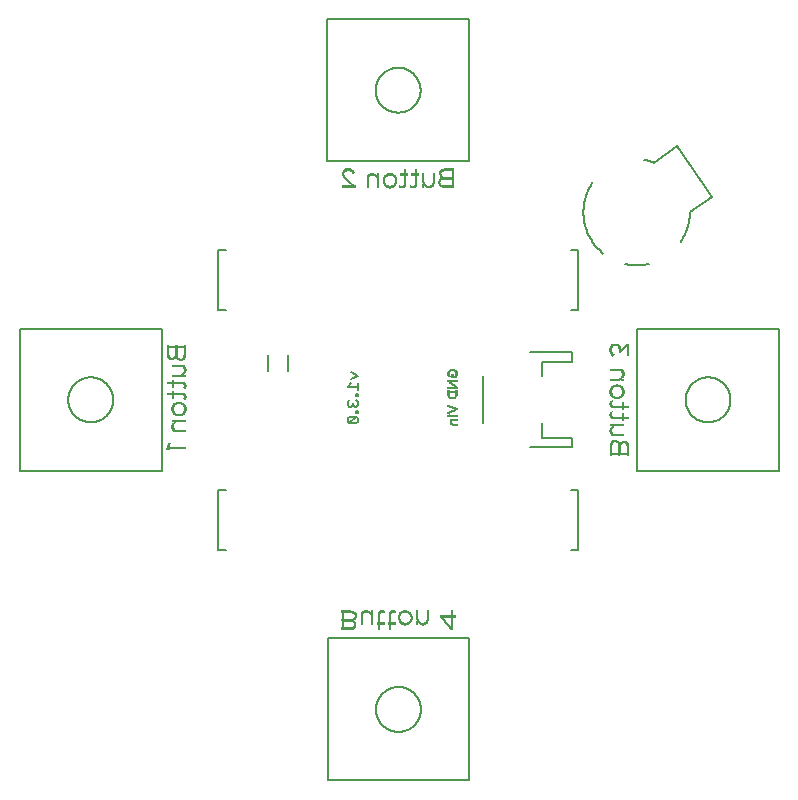
<source format=gbo>
G75*
%MOIN*%
%OFA0B0*%
%FSLAX25Y25*%
%IPPOS*%
%LPD*%
%AMOC8*
5,1,8,0,0,1.08239X$1,22.5*
%
%ADD10R,0.00570X0.00030*%
%ADD11R,0.00510X0.00030*%
%ADD12R,0.00930X0.00030*%
%ADD13R,0.00870X0.00030*%
%ADD14R,0.00840X0.00030*%
%ADD15R,0.01230X0.00030*%
%ADD16R,0.01140X0.00030*%
%ADD17R,0.01050X0.00030*%
%ADD18R,0.01470X0.00030*%
%ADD19R,0.03150X0.00030*%
%ADD20R,0.01320X0.00030*%
%ADD21R,0.00690X0.00030*%
%ADD22R,0.01260X0.00030*%
%ADD23R,0.01620X0.00030*%
%ADD24R,0.00690X0.00030*%
%ADD25R,0.03420X0.00030*%
%ADD26R,0.01500X0.00030*%
%ADD27R,0.01380X0.00030*%
%ADD28R,0.01770X0.00030*%
%ADD29R,0.03570X0.00030*%
%ADD30R,0.01620X0.00030*%
%ADD31R,0.01950X0.00030*%
%ADD32R,0.03720X0.00030*%
%ADD33R,0.01740X0.00030*%
%ADD34R,0.01650X0.00030*%
%ADD35R,0.02070X0.00030*%
%ADD36R,0.03810X0.00030*%
%ADD37R,0.01860X0.00030*%
%ADD38R,0.01680X0.00030*%
%ADD39R,0.02190X0.00030*%
%ADD40R,0.03930X0.00030*%
%ADD41R,0.01980X0.00030*%
%ADD42R,0.01740X0.00030*%
%ADD43R,0.02310X0.00030*%
%ADD44R,0.03990X0.00030*%
%ADD45R,0.02070X0.00030*%
%ADD46R,0.01770X0.00030*%
%ADD47R,0.02430X0.00030*%
%ADD48R,0.04080X0.00030*%
%ADD49R,0.02160X0.00030*%
%ADD50R,0.01800X0.00030*%
%ADD51R,0.02520X0.00030*%
%ADD52R,0.04140X0.00030*%
%ADD53R,0.02220X0.00030*%
%ADD54R,0.01830X0.00030*%
%ADD55R,0.02610X0.00030*%
%ADD56R,0.04200X0.00030*%
%ADD57R,0.02730X0.00030*%
%ADD58R,0.04260X0.00030*%
%ADD59R,0.02400X0.00030*%
%ADD60R,0.01890X0.00030*%
%ADD61R,0.01890X0.00030*%
%ADD62R,0.02790X0.00030*%
%ADD63R,0.04320X0.00030*%
%ADD64R,0.02460X0.00030*%
%ADD65R,0.01920X0.00030*%
%ADD66R,0.01920X0.00030*%
%ADD67R,0.02880X0.00030*%
%ADD68R,0.04350X0.00030*%
%ADD69R,0.02520X0.00030*%
%ADD70R,0.02970X0.00030*%
%ADD71R,0.04410X0.00030*%
%ADD72R,0.02580X0.00030*%
%ADD73R,0.03030X0.00030*%
%ADD74R,0.04470X0.00030*%
%ADD75R,0.02640X0.00030*%
%ADD76R,0.03120X0.00030*%
%ADD77R,0.04500X0.00030*%
%ADD78R,0.02700X0.00030*%
%ADD79R,0.03210X0.00030*%
%ADD80R,0.04530X0.00030*%
%ADD81R,0.02010X0.00030*%
%ADD82R,0.03270X0.00030*%
%ADD83R,0.04560X0.00030*%
%ADD84R,0.02790X0.00030*%
%ADD85R,0.01410X0.00030*%
%ADD86R,0.01350X0.00030*%
%ADD87R,0.04620X0.00030*%
%ADD88R,0.00960X0.00030*%
%ADD89R,0.01110X0.00030*%
%ADD90R,0.00420X0.00030*%
%ADD91R,0.00420X0.00030*%
%ADD92R,0.01290X0.00030*%
%ADD93R,0.04650X0.00030*%
%ADD94R,0.00990X0.00030*%
%ADD95R,0.00300X0.00030*%
%ADD96R,0.00990X0.00030*%
%ADD97R,0.01200X0.00030*%
%ADD98R,0.01170X0.00030*%
%ADD99R,0.04680X0.00030*%
%ADD100R,0.00780X0.00030*%
%ADD101R,0.00210X0.00030*%
%ADD102R,0.01170X0.00030*%
%ADD103R,0.00720X0.00030*%
%ADD104R,0.00720X0.00030*%
%ADD105R,0.00900X0.00030*%
%ADD106R,0.00120X0.00030*%
%ADD107R,0.00120X0.00030*%
%ADD108R,0.01080X0.00030*%
%ADD109R,0.00660X0.00030*%
%ADD110R,0.00870X0.00030*%
%ADD111R,0.00060X0.00030*%
%ADD112R,0.01020X0.00030*%
%ADD113R,0.00630X0.00030*%
%ADD114R,0.00840X0.00030*%
%ADD115R,0.01020X0.00030*%
%ADD116R,0.00600X0.00030*%
%ADD117R,0.00810X0.00030*%
%ADD118R,0.00750X0.00030*%
%ADD119R,0.05010X0.00030*%
%ADD120R,0.05040X0.00030*%
%ADD121R,0.05070X0.00030*%
%ADD122R,0.05100X0.00030*%
%ADD123R,0.05130X0.00030*%
%ADD124R,0.05160X0.00030*%
%ADD125R,0.05190X0.00030*%
%ADD126R,0.01290X0.00030*%
%ADD127R,0.04050X0.00030*%
%ADD128R,0.03900X0.00030*%
%ADD129R,0.03780X0.00030*%
%ADD130R,0.03840X0.00030*%
%ADD131R,0.03960X0.00030*%
%ADD132R,0.04020X0.00030*%
%ADD133R,0.04110X0.00030*%
%ADD134R,0.01140X0.00030*%
%ADD135R,0.02820X0.00030*%
%ADD136R,0.02820X0.00030*%
%ADD137R,0.01320X0.00030*%
%ADD138R,0.03240X0.00030*%
%ADD139R,0.02760X0.00030*%
%ADD140R,0.03180X0.00030*%
%ADD141R,0.02670X0.00030*%
%ADD142R,0.02940X0.00030*%
%ADD143R,0.02550X0.00030*%
%ADD144R,0.02490X0.00030*%
%ADD145R,0.02370X0.00030*%
%ADD146R,0.02280X0.00030*%
%ADD147R,0.02220X0.00030*%
%ADD148R,0.02130X0.00030*%
%ADD149R,0.02040X0.00030*%
%ADD150R,0.02190X0.00030*%
%ADD151R,0.01440X0.00030*%
%ADD152R,0.00540X0.00030*%
%ADD153R,0.00480X0.00030*%
%ADD154R,0.01440X0.00030*%
%ADD155R,0.04440X0.00030*%
%ADD156R,0.04380X0.00030*%
%ADD157R,0.04230X0.00030*%
%ADD158R,0.03870X0.00030*%
%ADD159R,0.03660X0.00030*%
%ADD160R,0.03540X0.00030*%
%ADD161R,0.00030X0.00570*%
%ADD162R,0.00030X0.00600*%
%ADD163R,0.00030X0.00510*%
%ADD164R,0.00030X0.00930*%
%ADD165R,0.00030X0.01050*%
%ADD166R,0.00030X0.00870*%
%ADD167R,0.00030X0.00840*%
%ADD168R,0.00030X0.01230*%
%ADD169R,0.00030X0.01320*%
%ADD170R,0.00030X0.01140*%
%ADD171R,0.00030X0.01470*%
%ADD172R,0.00030X0.01560*%
%ADD173R,0.00030X0.03150*%
%ADD174R,0.00030X0.01320*%
%ADD175R,0.00030X0.00690*%
%ADD176R,0.00030X0.01260*%
%ADD177R,0.00030X0.01620*%
%ADD178R,0.00030X0.00690*%
%ADD179R,0.00030X0.01740*%
%ADD180R,0.00030X0.03420*%
%ADD181R,0.00030X0.01500*%
%ADD182R,0.00030X0.01380*%
%ADD183R,0.00030X0.01770*%
%ADD184R,0.00030X0.01920*%
%ADD185R,0.00030X0.03570*%
%ADD186R,0.00030X0.01620*%
%ADD187R,0.00030X0.01950*%
%ADD188R,0.00030X0.02070*%
%ADD189R,0.00030X0.03720*%
%ADD190R,0.00030X0.01650*%
%ADD191R,0.00030X0.02070*%
%ADD192R,0.00030X0.02190*%
%ADD193R,0.00030X0.03810*%
%ADD194R,0.00030X0.01860*%
%ADD195R,0.00030X0.01680*%
%ADD196R,0.00030X0.02190*%
%ADD197R,0.00030X0.02340*%
%ADD198R,0.00030X0.03930*%
%ADD199R,0.00030X0.01980*%
%ADD200R,0.00030X0.01740*%
%ADD201R,0.00030X0.02310*%
%ADD202R,0.00030X0.02460*%
%ADD203R,0.00030X0.03990*%
%ADD204R,0.00030X0.01770*%
%ADD205R,0.00030X0.02430*%
%ADD206R,0.00030X0.02580*%
%ADD207R,0.00030X0.04080*%
%ADD208R,0.00030X0.02160*%
%ADD209R,0.00030X0.01800*%
%ADD210R,0.00030X0.02520*%
%ADD211R,0.00030X0.02670*%
%ADD212R,0.00030X0.04140*%
%ADD213R,0.00030X0.02220*%
%ADD214R,0.00030X0.01830*%
%ADD215R,0.00030X0.02610*%
%ADD216R,0.00030X0.02760*%
%ADD217R,0.00030X0.04200*%
%ADD218R,0.00030X0.02730*%
%ADD219R,0.00030X0.02850*%
%ADD220R,0.00030X0.04260*%
%ADD221R,0.00030X0.02400*%
%ADD222R,0.00030X0.01890*%
%ADD223R,0.00030X0.01890*%
%ADD224R,0.00030X0.02790*%
%ADD225R,0.00030X0.02970*%
%ADD226R,0.00030X0.04320*%
%ADD227R,0.00030X0.01920*%
%ADD228R,0.00030X0.02880*%
%ADD229R,0.00030X0.03060*%
%ADD230R,0.00030X0.04350*%
%ADD231R,0.00030X0.02520*%
%ADD232R,0.00030X0.03120*%
%ADD233R,0.00030X0.04410*%
%ADD234R,0.00030X0.03030*%
%ADD235R,0.00030X0.03180*%
%ADD236R,0.00030X0.04470*%
%ADD237R,0.00030X0.02640*%
%ADD238R,0.00030X0.03270*%
%ADD239R,0.00030X0.04500*%
%ADD240R,0.00030X0.02700*%
%ADD241R,0.00030X0.03210*%
%ADD242R,0.00030X0.03330*%
%ADD243R,0.00030X0.04530*%
%ADD244R,0.00030X0.02010*%
%ADD245R,0.00030X0.03390*%
%ADD246R,0.00030X0.04560*%
%ADD247R,0.00030X0.02790*%
%ADD248R,0.00030X0.01410*%
%ADD249R,0.00030X0.01350*%
%ADD250R,0.00030X0.03480*%
%ADD251R,0.00030X0.04620*%
%ADD252R,0.00030X0.00960*%
%ADD253R,0.00030X0.01110*%
%ADD254R,0.00030X0.00420*%
%ADD255R,0.00030X0.00420*%
%ADD256R,0.00030X0.01290*%
%ADD257R,0.00030X0.01590*%
%ADD258R,0.00030X0.04650*%
%ADD259R,0.00030X0.00990*%
%ADD260R,0.00030X0.00300*%
%ADD261R,0.00030X0.00990*%
%ADD262R,0.00030X0.01200*%
%ADD263R,0.00030X0.01170*%
%ADD264R,0.00030X0.01440*%
%ADD265R,0.00030X0.04680*%
%ADD266R,0.00030X0.00780*%
%ADD267R,0.00030X0.00210*%
%ADD268R,0.00030X0.01170*%
%ADD269R,0.00030X0.00720*%
%ADD270R,0.00030X0.00720*%
%ADD271R,0.00030X0.00900*%
%ADD272R,0.00030X0.00120*%
%ADD273R,0.00030X0.00120*%
%ADD274R,0.00030X0.01080*%
%ADD275R,0.00030X0.01290*%
%ADD276R,0.00030X0.00660*%
%ADD277R,0.00030X0.00870*%
%ADD278R,0.00030X0.00060*%
%ADD279R,0.00030X0.01020*%
%ADD280R,0.00030X0.00630*%
%ADD281R,0.00030X0.00840*%
%ADD282R,0.00030X0.01020*%
%ADD283R,0.00030X0.00810*%
%ADD284R,0.00030X0.00750*%
%ADD285R,0.00030X0.00540*%
%ADD286R,0.00030X0.00480*%
%ADD287R,0.00030X0.00330*%
%ADD288R,0.00030X0.00270*%
%ADD289R,0.00030X0.00150*%
%ADD290R,0.00030X0.00090*%
%ADD291R,0.00030X0.00030*%
%ADD292R,0.00030X0.02370*%
%ADD293R,0.00030X0.02280*%
%ADD294R,0.00030X0.04050*%
%ADD295R,0.00030X0.02220*%
%ADD296R,0.00030X0.03900*%
%ADD297R,0.00030X0.03780*%
%ADD298R,0.00030X0.02100*%
%ADD299R,0.00030X0.03840*%
%ADD300R,0.00030X0.02040*%
%ADD301R,0.00030X0.03960*%
%ADD302R,0.00030X0.04020*%
%ADD303R,0.00030X0.04110*%
%ADD304R,0.00030X0.01140*%
%ADD305R,0.00030X0.02820*%
%ADD306R,0.00030X0.02820*%
%ADD307R,0.00030X0.03240*%
%ADD308R,0.00030X0.02940*%
%ADD309R,0.00030X0.02550*%
%ADD310R,0.00030X0.02490*%
%ADD311R,0.00030X0.02130*%
%ADD312R,0.00030X0.01440*%
%ADD313R,0.00030X0.04440*%
%ADD314R,0.00030X0.04380*%
%ADD315R,0.00030X0.03990*%
%ADD316R,0.00030X0.04020*%
%ADD317R,0.00030X0.04230*%
%ADD318R,0.00030X0.03870*%
%ADD319R,0.00030X0.03660*%
%ADD320R,0.00030X0.03540*%
%ADD321R,0.04320X0.00030*%
%ADD322R,0.04290X0.00030*%
%ADD323R,0.00150X0.00030*%
%ADD324R,0.00270X0.00030*%
%ADD325R,0.00330X0.00030*%
%ADD326R,0.00390X0.00030*%
%ADD327R,0.03120X0.00030*%
%ADD328R,0.03060X0.00030*%
%ADD329R,0.03000X0.00030*%
%ADD330R,0.02850X0.00030*%
%ADD331R,0.02340X0.00030*%
%ADD332R,0.02250X0.00030*%
%ADD333R,0.02100X0.00030*%
%ADD334R,0.00030X0.00360*%
%ADD335R,0.00030X0.00570*%
%ADD336R,0.00030X0.01710*%
%ADD337R,0.00030X0.01530*%
%ADD338R,0.00015X0.00015*%
%ADD339R,0.00015X0.00015*%
%ADD340R,0.00015X0.00225*%
%ADD341R,0.00015X0.00015*%
%ADD342R,0.00015X0.00615*%
%ADD343R,0.00015X0.00735*%
%ADD344R,0.00015X0.00915*%
%ADD345R,0.00015X0.01005*%
%ADD346R,0.00015X0.00540*%
%ADD347R,0.00015X0.00480*%
%ADD348R,0.00015X0.01305*%
%ADD349R,0.00015X0.01125*%
%ADD350R,0.00015X0.00555*%
%ADD351R,0.00015X0.01470*%
%ADD352R,0.00015X0.01215*%
%ADD353R,0.00015X0.00540*%
%ADD354R,0.00015X0.00495*%
%ADD355R,0.00015X0.01545*%
%ADD356R,0.00015X0.00510*%
%ADD357R,0.00015X0.01650*%
%ADD358R,0.00015X0.01395*%
%ADD359R,0.00015X0.01695*%
%ADD360R,0.00015X0.01485*%
%ADD361R,0.00015X0.00525*%
%ADD362R,0.00015X0.01740*%
%ADD363R,0.00015X0.01515*%
%ADD364R,0.00015X0.01785*%
%ADD365R,0.00015X0.01605*%
%ADD366R,0.00015X0.00555*%
%ADD367R,0.00015X0.01830*%
%ADD368R,0.00015X0.01635*%
%ADD369R,0.00015X0.00570*%
%ADD370R,0.00015X0.01875*%
%ADD371R,0.00015X0.01725*%
%ADD372R,0.00015X0.00585*%
%ADD373R,0.00015X0.01920*%
%ADD374R,0.00015X0.01755*%
%ADD375R,0.00015X0.01935*%
%ADD376R,0.00015X0.01815*%
%ADD377R,0.00015X0.00600*%
%ADD378R,0.00015X0.01980*%
%ADD379R,0.00015X0.01875*%
%ADD380R,0.00015X0.00600*%
%ADD381R,0.00015X0.01995*%
%ADD382R,0.00015X0.00615*%
%ADD383R,0.00015X0.02040*%
%ADD384R,0.00015X0.01965*%
%ADD385R,0.00015X0.00630*%
%ADD386R,0.00015X0.02055*%
%ADD387R,0.00015X0.00645*%
%ADD388R,0.00015X0.02100*%
%ADD389R,0.00015X0.02085*%
%ADD390R,0.00015X0.00660*%
%ADD391R,0.00015X0.02115*%
%ADD392R,0.00015X0.02115*%
%ADD393R,0.00015X0.00675*%
%ADD394R,0.00015X0.02145*%
%ADD395R,0.00015X0.02145*%
%ADD396R,0.00015X0.00675*%
%ADD397R,0.00015X0.02145*%
%ADD398R,0.00015X0.02205*%
%ADD399R,0.00015X0.00705*%
%ADD400R,0.00015X0.02190*%
%ADD401R,0.00015X0.02235*%
%ADD402R,0.00015X0.00690*%
%ADD403R,0.00015X0.02265*%
%ADD404R,0.00015X0.00720*%
%ADD405R,0.00015X0.02220*%
%ADD406R,0.00015X0.02295*%
%ADD407R,0.00015X0.00720*%
%ADD408R,0.00015X0.02235*%
%ADD409R,0.00015X0.02370*%
%ADD410R,0.00015X0.02280*%
%ADD411R,0.00015X0.02385*%
%ADD412R,0.00015X0.00750*%
%ADD413R,0.00015X0.02295*%
%ADD414R,0.00015X0.02430*%
%ADD415R,0.00015X0.00765*%
%ADD416R,0.00015X0.02310*%
%ADD417R,0.00015X0.02445*%
%ADD418R,0.00015X0.00780*%
%ADD419R,0.00015X0.02325*%
%ADD420R,0.00015X0.02505*%
%ADD421R,0.00015X0.00795*%
%ADD422R,0.00015X0.02340*%
%ADD423R,0.00015X0.02505*%
%ADD424R,0.00015X0.00795*%
%ADD425R,0.00015X0.02355*%
%ADD426R,0.00015X0.02520*%
%ADD427R,0.00015X0.00810*%
%ADD428R,0.00015X0.02370*%
%ADD429R,0.00015X0.01035*%
%ADD430R,0.00015X0.01095*%
%ADD431R,0.00015X0.01020*%
%ADD432R,0.00015X0.00825*%
%ADD433R,0.00015X0.02400*%
%ADD434R,0.00015X0.00945*%
%ADD435R,0.00015X0.00945*%
%ADD436R,0.00015X0.00840*%
%ADD437R,0.00015X0.02415*%
%ADD438R,0.00015X0.00900*%
%ADD439R,0.00015X0.00855*%
%ADD440R,0.00015X0.00885*%
%ADD441R,0.00015X0.00870*%
%ADD442R,0.00015X0.01065*%
%ADD443R,0.00015X0.00945*%
%ADD444R,0.00015X0.00855*%
%ADD445R,0.00015X0.00750*%
%ADD446R,0.00015X0.00915*%
%ADD447R,0.00015X0.00930*%
%ADD448R,0.00015X0.00840*%
%ADD449R,0.00015X0.00765*%
%ADD450R,0.00015X0.00585*%
%ADD451R,0.00015X0.00960*%
%ADD452R,0.00015X0.00810*%
%ADD453R,0.00015X0.00975*%
%ADD454R,0.00015X0.00990*%
%ADD455R,0.00015X0.00765*%
%ADD456R,0.00015X0.00735*%
%ADD457R,0.00015X0.01035*%
%ADD458R,0.00015X0.00765*%
%ADD459R,0.00015X0.00720*%
%ADD460R,0.00015X0.01050*%
%ADD461R,0.00015X0.00690*%
%ADD462R,0.00015X0.00690*%
%ADD463R,0.00015X0.00525*%
%ADD464R,0.00015X0.01080*%
%ADD465R,0.00015X0.00705*%
%ADD466R,0.00015X0.01110*%
%ADD467R,0.00015X0.00660*%
%ADD468R,0.00015X0.01140*%
%ADD469R,0.00015X0.01140*%
%ADD470R,0.00015X0.00645*%
%ADD471R,0.00015X0.01155*%
%ADD472R,0.00015X0.01170*%
%ADD473R,0.00015X0.01185*%
%ADD474R,0.00015X0.00645*%
%ADD475R,0.00015X0.01200*%
%ADD476R,0.00015X0.00630*%
%ADD477R,0.00015X0.01215*%
%ADD478R,0.00015X0.00615*%
%ADD479R,0.00015X0.01230*%
%ADD480R,0.00015X0.00615*%
%ADD481R,0.00015X0.01350*%
%ADD482R,0.00015X0.01335*%
%ADD483R,0.00015X0.01350*%
%ADD484R,0.00015X0.01335*%
%ADD485R,0.00015X0.00570*%
%ADD486R,0.00015X0.00570*%
%ADD487R,0.00015X0.00690*%
%ADD488R,0.00015X0.00645*%
%ADD489R,0.00015X0.01200*%
%ADD490R,0.00015X0.01170*%
%ADD491R,0.00015X0.01125*%
%ADD492R,0.00015X0.00720*%
%ADD493R,0.00015X0.00045*%
%ADD494R,0.00015X0.00075*%
%ADD495R,0.00015X0.00105*%
%ADD496R,0.00015X0.01080*%
%ADD497R,0.00015X0.00135*%
%ADD498R,0.00015X0.00165*%
%ADD499R,0.00015X0.01065*%
%ADD500R,0.00015X0.00270*%
%ADD501R,0.00015X0.00795*%
%ADD502R,0.00015X0.00285*%
%ADD503R,0.00015X0.00330*%
%ADD504R,0.00015X0.01005*%
%ADD505R,0.00015X0.00825*%
%ADD506R,0.00015X0.00345*%
%ADD507R,0.00015X0.00405*%
%ADD508R,0.00015X0.00435*%
%ADD509R,0.00015X0.00960*%
%ADD510R,0.00015X0.00495*%
%ADD511R,0.00015X0.00930*%
%ADD512R,0.00015X0.01095*%
%ADD513R,0.00015X0.00885*%
%ADD514R,0.00015X0.02430*%
%ADD515R,0.00015X0.02415*%
%ADD516R,0.00015X0.02325*%
%ADD517R,0.00015X0.02355*%
%ADD518R,0.00015X0.02340*%
%ADD519R,0.00015X0.02265*%
%ADD520R,0.00015X0.00780*%
%ADD521R,0.00015X0.02250*%
%ADD522R,0.00015X0.02130*%
%ADD523R,0.00015X0.02175*%
%ADD524R,0.00015X0.02055*%
%ADD525R,0.00015X0.02025*%
%ADD526R,0.00015X0.02070*%
%ADD527R,0.00015X0.01845*%
%ADD528R,0.00015X0.02010*%
%ADD529R,0.00015X0.01950*%
%ADD530R,0.00015X0.01905*%
%ADD531R,0.00015X0.01890*%
%ADD532R,0.00015X0.01575*%
%ADD533R,0.00015X0.01800*%
%ADD534R,0.00015X0.01455*%
%ADD535R,0.00015X0.01710*%
%ADD536R,0.00015X0.00015*%
%ADD537R,0.00015X0.01590*%
%ADD538R,0.00015X0.00975*%
%ADD539R,0.00015X0.01095*%
%ADD540R,0.00015X0.00540*%
%ADD541R,0.00015X0.00570*%
%ADD542R,0.00015X0.00540*%
%ADD543R,0.00015X0.02025*%
%ADD544R,0.00015X0.01440*%
%ADD545R,0.00015X0.01425*%
%ADD546R,0.00015X0.01425*%
%ADD547R,0.00015X0.01380*%
%ADD548R,0.00015X0.01365*%
%ADD549R,0.00015X0.01320*%
%ADD550R,0.00015X0.01275*%
%ADD551R,0.00015X0.01275*%
%ADD552R,0.00015X0.01245*%
%ADD553R,0.00015X0.01155*%
%ADD554R,0.00015X0.00465*%
%ADD555R,0.00015X0.00195*%
%ADD556C,0.00600*%
%ADD557C,0.00500*%
%ADD558C,0.00800*%
%ADD559C,0.00700*%
D10*
X0126910Y0060080D03*
X0138700Y0060950D03*
X0143410Y0056960D03*
X0143440Y0056930D03*
X0133600Y0201800D03*
X0128890Y0205790D03*
X0128860Y0205820D03*
X0119650Y0208280D03*
X0145390Y0202670D03*
D11*
X0146680Y0201830D03*
X0141310Y0201830D03*
X0137650Y0201830D03*
X0134650Y0060920D03*
X0130990Y0060920D03*
X0125620Y0060920D03*
D12*
X0124510Y0060050D03*
X0121960Y0059900D03*
X0121930Y0059930D03*
X0121840Y0058220D03*
X0121360Y0057230D03*
X0121660Y0055460D03*
X0127450Y0059690D03*
X0127450Y0059720D03*
X0137230Y0059990D03*
X0138700Y0060920D03*
X0140140Y0060050D03*
X0140260Y0057140D03*
X0140230Y0057110D03*
X0140200Y0057080D03*
X0140170Y0057050D03*
X0138730Y0056150D03*
X0137290Y0057020D03*
X0142870Y0057320D03*
X0143740Y0056750D03*
X0145750Y0056960D03*
X0145780Y0056990D03*
X0154000Y0054860D03*
X0133600Y0201830D03*
X0132160Y0202700D03*
X0135070Y0202760D03*
X0135010Y0205730D03*
X0133570Y0206600D03*
X0132130Y0205700D03*
X0132100Y0205670D03*
X0132070Y0205640D03*
X0132040Y0205610D03*
X0129430Y0205430D03*
X0128560Y0206000D03*
X0126550Y0205790D03*
X0126520Y0205760D03*
X0121150Y0207320D03*
X0118330Y0207350D03*
X0118300Y0207320D03*
X0119140Y0204590D03*
X0119170Y0204560D03*
X0119200Y0204530D03*
X0119230Y0204500D03*
X0119260Y0204470D03*
X0119290Y0204440D03*
X0119320Y0204410D03*
X0119350Y0204380D03*
X0119380Y0204350D03*
X0119500Y0204260D03*
X0119530Y0204230D03*
X0119560Y0204200D03*
X0119590Y0204170D03*
X0119620Y0204140D03*
X0119650Y0204110D03*
X0119770Y0204020D03*
X0119800Y0203990D03*
X0119830Y0203960D03*
X0119860Y0203930D03*
X0119890Y0203900D03*
X0120040Y0203780D03*
X0120070Y0203750D03*
X0120100Y0203720D03*
X0120130Y0203690D03*
X0120160Y0203660D03*
X0120310Y0203540D03*
X0120340Y0203510D03*
X0120370Y0203480D03*
X0120400Y0203450D03*
X0120430Y0203420D03*
X0120580Y0203300D03*
X0120610Y0203270D03*
X0120640Y0203240D03*
X0120670Y0203210D03*
X0120850Y0203060D03*
X0120880Y0203030D03*
X0120910Y0203000D03*
X0120940Y0202970D03*
X0121120Y0202820D03*
X0121150Y0202790D03*
X0121180Y0202760D03*
X0121210Y0202730D03*
X0144850Y0203030D03*
X0144850Y0203060D03*
X0147790Y0202700D03*
X0150340Y0202850D03*
X0150370Y0202820D03*
X0150460Y0204530D03*
X0150940Y0205520D03*
X0150640Y0207290D03*
D13*
X0150580Y0207230D03*
X0150280Y0202910D03*
X0147880Y0202820D03*
X0146680Y0201860D03*
X0144820Y0203120D03*
X0144820Y0203150D03*
X0138430Y0202580D03*
X0135220Y0202910D03*
X0135130Y0205610D03*
X0131980Y0205550D03*
X0131920Y0205460D03*
X0131980Y0202880D03*
X0126430Y0205640D03*
X0121330Y0207140D03*
X0121270Y0207200D03*
X0118630Y0205100D03*
X0118570Y0205160D03*
X0118480Y0205280D03*
X0125620Y0060890D03*
X0124420Y0059930D03*
X0122020Y0059840D03*
X0121720Y0055520D03*
X0127480Y0059600D03*
X0127480Y0059630D03*
X0133870Y0060170D03*
X0137080Y0059840D03*
X0137170Y0057140D03*
X0140320Y0057200D03*
X0140380Y0057290D03*
X0140320Y0059870D03*
X0145870Y0057110D03*
X0154030Y0054800D03*
X0154030Y0054770D03*
D14*
X0154045Y0054740D03*
X0145915Y0057170D03*
X0145915Y0057200D03*
X0145885Y0057140D03*
X0143665Y0056780D03*
X0140395Y0057320D03*
X0140365Y0057260D03*
X0140365Y0059810D03*
X0140335Y0059840D03*
X0137065Y0059810D03*
X0137035Y0059780D03*
X0137005Y0059750D03*
X0137005Y0059720D03*
X0137065Y0057260D03*
X0137095Y0057230D03*
X0134665Y0060890D03*
X0131005Y0060890D03*
X0130165Y0060140D03*
X0127495Y0059570D03*
X0127495Y0059540D03*
X0126655Y0060260D03*
X0124405Y0059900D03*
X0122065Y0059780D03*
X0122065Y0059750D03*
X0122035Y0059810D03*
X0121945Y0058310D03*
X0121495Y0057140D03*
X0121765Y0055610D03*
X0121765Y0055580D03*
X0121735Y0055550D03*
X0137635Y0201860D03*
X0135295Y0203000D03*
X0135295Y0203030D03*
X0135265Y0202970D03*
X0135235Y0202940D03*
X0135235Y0205490D03*
X0135205Y0205520D03*
X0131935Y0205490D03*
X0131905Y0205430D03*
X0131935Y0202940D03*
X0131965Y0202910D03*
X0128635Y0205970D03*
X0126415Y0205610D03*
X0126385Y0205580D03*
X0126385Y0205550D03*
X0121435Y0207020D03*
X0121405Y0207050D03*
X0118195Y0207140D03*
X0118195Y0207170D03*
X0118165Y0207110D03*
X0118315Y0205520D03*
X0118345Y0205460D03*
X0118405Y0205400D03*
X0118405Y0205370D03*
X0118435Y0205340D03*
X0118465Y0205310D03*
X0118555Y0205190D03*
X0141295Y0201860D03*
X0142135Y0202610D03*
X0144805Y0203180D03*
X0144805Y0203210D03*
X0145645Y0202490D03*
X0147895Y0202850D03*
X0150235Y0202970D03*
X0150235Y0203000D03*
X0150265Y0202940D03*
X0150355Y0204440D03*
X0150805Y0205610D03*
X0150535Y0207140D03*
X0150535Y0207170D03*
X0150565Y0207200D03*
D15*
X0150910Y0207500D03*
X0150670Y0202610D03*
X0147520Y0202490D03*
X0134650Y0205970D03*
X0132460Y0205940D03*
X0129280Y0205760D03*
X0126790Y0205970D03*
X0133600Y0201860D03*
X0118660Y0207620D03*
X0138700Y0060890D03*
X0139840Y0056810D03*
X0137650Y0056780D03*
X0143020Y0056990D03*
X0145510Y0056780D03*
X0153850Y0055220D03*
X0124780Y0060260D03*
X0121630Y0060140D03*
X0121390Y0055250D03*
D16*
X0121165Y0057320D03*
X0124735Y0060230D03*
X0125605Y0060860D03*
X0127345Y0059960D03*
X0139885Y0056840D03*
X0144685Y0056180D03*
X0145555Y0056810D03*
X0153895Y0055130D03*
X0153895Y0055100D03*
X0146695Y0201890D03*
X0147565Y0202520D03*
X0144955Y0202790D03*
X0151135Y0205430D03*
X0132415Y0205910D03*
X0127615Y0206570D03*
X0126745Y0205940D03*
X0120835Y0207560D03*
X0118555Y0207560D03*
D17*
X0118510Y0207530D03*
X0118480Y0207500D03*
X0120940Y0207500D03*
X0126640Y0205880D03*
X0129370Y0205580D03*
X0132280Y0205820D03*
X0134830Y0205880D03*
X0132310Y0202580D03*
X0137650Y0201890D03*
X0141310Y0201890D03*
X0144910Y0202880D03*
X0147670Y0202580D03*
X0150610Y0204620D03*
X0151060Y0205460D03*
X0150760Y0207410D03*
X0134650Y0060860D03*
X0130990Y0060860D03*
X0127390Y0059870D03*
X0124630Y0060170D03*
X0121690Y0058130D03*
X0121240Y0057290D03*
X0121540Y0055340D03*
X0137470Y0056870D03*
X0140020Y0056930D03*
X0142930Y0057170D03*
X0145660Y0056870D03*
X0139990Y0060170D03*
X0153940Y0055010D03*
D18*
X0144700Y0056240D03*
X0138700Y0060860D03*
X0121450Y0060200D03*
X0121360Y0058010D03*
X0133600Y0201890D03*
X0127600Y0206510D03*
X0150940Y0204740D03*
X0150850Y0202550D03*
D19*
X0153220Y0201920D03*
X0119080Y0060830D03*
D20*
X0121555Y0060170D03*
X0125605Y0060830D03*
X0153805Y0055340D03*
X0146695Y0201920D03*
X0150745Y0202580D03*
D21*
X0150070Y0203840D03*
X0150070Y0203870D03*
X0148120Y0203870D03*
X0148120Y0203900D03*
X0148120Y0203930D03*
X0148120Y0203960D03*
X0148120Y0203990D03*
X0148120Y0204020D03*
X0148120Y0204050D03*
X0148120Y0204080D03*
X0148120Y0204110D03*
X0148120Y0204140D03*
X0148120Y0204170D03*
X0148120Y0204200D03*
X0148120Y0204230D03*
X0148120Y0204260D03*
X0148120Y0204290D03*
X0148120Y0204320D03*
X0148120Y0204350D03*
X0148120Y0204380D03*
X0148120Y0204410D03*
X0148120Y0204440D03*
X0148120Y0204470D03*
X0148120Y0204500D03*
X0148120Y0204530D03*
X0148120Y0204560D03*
X0148120Y0204590D03*
X0148120Y0204620D03*
X0148120Y0204650D03*
X0148120Y0204680D03*
X0148120Y0204710D03*
X0148120Y0204740D03*
X0148120Y0204770D03*
X0148120Y0204800D03*
X0148120Y0204830D03*
X0148120Y0204860D03*
X0148120Y0204890D03*
X0148120Y0204920D03*
X0148120Y0204950D03*
X0148120Y0204980D03*
X0148120Y0205010D03*
X0148120Y0205040D03*
X0148120Y0205070D03*
X0148120Y0205100D03*
X0148120Y0205130D03*
X0148120Y0205160D03*
X0148120Y0205190D03*
X0148120Y0205220D03*
X0148120Y0205250D03*
X0148120Y0205280D03*
X0148120Y0205310D03*
X0148120Y0205340D03*
X0148120Y0205370D03*
X0148120Y0205400D03*
X0148120Y0205430D03*
X0148120Y0205460D03*
X0148120Y0205490D03*
X0148120Y0205520D03*
X0148120Y0205550D03*
X0148120Y0205580D03*
X0148120Y0205610D03*
X0148120Y0205640D03*
X0148120Y0205670D03*
X0148120Y0205700D03*
X0148120Y0205730D03*
X0148120Y0205760D03*
X0148120Y0205790D03*
X0148120Y0205820D03*
X0148120Y0205850D03*
X0148120Y0205880D03*
X0148120Y0205910D03*
X0148120Y0205940D03*
X0148120Y0205970D03*
X0148120Y0206000D03*
X0148120Y0206030D03*
X0148120Y0206060D03*
X0148120Y0206090D03*
X0148120Y0206120D03*
X0148120Y0206150D03*
X0148120Y0206180D03*
X0148120Y0206210D03*
X0148120Y0206240D03*
X0148120Y0206270D03*
X0148120Y0206300D03*
X0148120Y0206330D03*
X0148120Y0206360D03*
X0148120Y0206390D03*
X0148120Y0206420D03*
X0148120Y0206450D03*
X0148120Y0206480D03*
X0148120Y0206510D03*
X0148120Y0206540D03*
X0150430Y0206240D03*
X0150430Y0206210D03*
X0150460Y0206120D03*
X0150490Y0206030D03*
X0148120Y0203840D03*
X0148120Y0203810D03*
X0148120Y0203780D03*
X0148120Y0203750D03*
X0148120Y0203720D03*
X0148120Y0203690D03*
X0148120Y0203660D03*
X0148120Y0203630D03*
X0148120Y0203600D03*
X0144730Y0203660D03*
X0144730Y0203690D03*
X0144730Y0203720D03*
X0144730Y0203750D03*
X0144730Y0203780D03*
X0144730Y0203810D03*
X0144730Y0203840D03*
X0144730Y0203870D03*
X0144730Y0203900D03*
X0144730Y0203930D03*
X0144730Y0203960D03*
X0144730Y0203990D03*
X0144730Y0204020D03*
X0144730Y0204050D03*
X0144730Y0204080D03*
X0144730Y0204110D03*
X0144730Y0204140D03*
X0144730Y0204170D03*
X0144730Y0204200D03*
X0144730Y0204230D03*
X0144730Y0204260D03*
X0144730Y0204290D03*
X0144730Y0204320D03*
X0144730Y0204350D03*
X0144730Y0204380D03*
X0144730Y0204410D03*
X0144730Y0204440D03*
X0144730Y0204470D03*
X0144730Y0204500D03*
X0144730Y0204530D03*
X0144730Y0204560D03*
X0144730Y0204590D03*
X0144730Y0204620D03*
X0144730Y0204650D03*
X0144730Y0204680D03*
X0144730Y0204710D03*
X0144730Y0204740D03*
X0144730Y0204770D03*
X0144730Y0204800D03*
X0144730Y0204830D03*
X0144730Y0204860D03*
X0144730Y0204890D03*
X0144730Y0204920D03*
X0144730Y0204950D03*
X0144730Y0204980D03*
X0144730Y0205010D03*
X0144730Y0205040D03*
X0144730Y0205070D03*
X0144730Y0205100D03*
X0144730Y0205130D03*
X0144730Y0205160D03*
X0144730Y0205190D03*
X0144730Y0205220D03*
X0144730Y0205250D03*
X0144730Y0205280D03*
X0144730Y0205310D03*
X0144730Y0205340D03*
X0144730Y0205370D03*
X0144730Y0205400D03*
X0144730Y0205430D03*
X0144730Y0205460D03*
X0144730Y0205490D03*
X0144730Y0205520D03*
X0144730Y0205550D03*
X0144730Y0205580D03*
X0144730Y0205610D03*
X0144730Y0205640D03*
X0144730Y0205670D03*
X0144730Y0205700D03*
X0144730Y0205730D03*
X0144730Y0205760D03*
X0144730Y0205790D03*
X0144730Y0205820D03*
X0144730Y0205850D03*
X0144730Y0205880D03*
X0144730Y0205910D03*
X0144730Y0205940D03*
X0144730Y0205970D03*
X0144730Y0206000D03*
X0144730Y0206030D03*
X0144730Y0206060D03*
X0144730Y0206090D03*
X0144730Y0206120D03*
X0144730Y0206150D03*
X0144730Y0206180D03*
X0144730Y0206210D03*
X0144730Y0206240D03*
X0144730Y0206270D03*
X0144730Y0206300D03*
X0144730Y0206330D03*
X0144730Y0206360D03*
X0144730Y0206390D03*
X0144730Y0206420D03*
X0144730Y0206450D03*
X0144730Y0206480D03*
X0144730Y0206510D03*
X0144730Y0206540D03*
X0142270Y0206570D03*
X0142270Y0206600D03*
X0142270Y0206630D03*
X0142270Y0206660D03*
X0142270Y0206690D03*
X0142270Y0206720D03*
X0142270Y0206750D03*
X0142270Y0206780D03*
X0142270Y0206810D03*
X0142270Y0206840D03*
X0142270Y0206870D03*
X0142270Y0206900D03*
X0142270Y0206930D03*
X0142270Y0206960D03*
X0142270Y0206990D03*
X0142270Y0207020D03*
X0142270Y0207050D03*
X0142270Y0207080D03*
X0142270Y0207110D03*
X0142270Y0207140D03*
X0142270Y0207170D03*
X0142270Y0207200D03*
X0142270Y0207230D03*
X0142270Y0207260D03*
X0142270Y0207290D03*
X0142270Y0207320D03*
X0142270Y0207350D03*
X0142270Y0207380D03*
X0142270Y0207410D03*
X0142270Y0207440D03*
X0142270Y0207470D03*
X0142270Y0207500D03*
X0142270Y0207530D03*
X0142270Y0207560D03*
X0142270Y0207590D03*
X0142270Y0207620D03*
X0142270Y0207650D03*
X0142270Y0207680D03*
X0142270Y0207710D03*
X0142270Y0207740D03*
X0142270Y0207770D03*
X0142270Y0207800D03*
X0142270Y0207830D03*
X0142270Y0207860D03*
X0142270Y0207890D03*
X0142270Y0207920D03*
X0142270Y0207950D03*
X0142270Y0205910D03*
X0142270Y0205880D03*
X0142270Y0205850D03*
X0142270Y0205820D03*
X0142270Y0205790D03*
X0142270Y0205760D03*
X0142270Y0205730D03*
X0142270Y0205700D03*
X0142270Y0205670D03*
X0142270Y0205640D03*
X0142270Y0205610D03*
X0142270Y0205580D03*
X0142270Y0205550D03*
X0142270Y0205520D03*
X0142270Y0205490D03*
X0142270Y0205460D03*
X0142270Y0205430D03*
X0142270Y0205400D03*
X0142270Y0205370D03*
X0142270Y0205340D03*
X0142270Y0205310D03*
X0142270Y0205280D03*
X0142270Y0205250D03*
X0142270Y0205220D03*
X0142270Y0205190D03*
X0142270Y0205160D03*
X0142270Y0205130D03*
X0142270Y0205100D03*
X0142270Y0205070D03*
X0142270Y0205040D03*
X0142270Y0205010D03*
X0142270Y0204980D03*
X0142270Y0204950D03*
X0142270Y0204920D03*
X0142270Y0204890D03*
X0142270Y0204860D03*
X0142270Y0204830D03*
X0142270Y0204800D03*
X0142270Y0204770D03*
X0142270Y0204740D03*
X0142270Y0204710D03*
X0142270Y0204680D03*
X0142270Y0204650D03*
X0142270Y0204620D03*
X0142270Y0204590D03*
X0142270Y0204560D03*
X0142270Y0204530D03*
X0142270Y0204500D03*
X0142270Y0204470D03*
X0142270Y0204440D03*
X0142270Y0204410D03*
X0142270Y0204380D03*
X0142270Y0204350D03*
X0142270Y0204320D03*
X0142270Y0204290D03*
X0142270Y0204260D03*
X0142270Y0204230D03*
X0142270Y0204200D03*
X0142270Y0204170D03*
X0142270Y0204140D03*
X0142270Y0204110D03*
X0142270Y0204080D03*
X0142270Y0204050D03*
X0142270Y0204020D03*
X0142270Y0203990D03*
X0142270Y0203960D03*
X0142270Y0203930D03*
X0142270Y0203900D03*
X0142270Y0203870D03*
X0142270Y0203840D03*
X0142270Y0203810D03*
X0142270Y0203780D03*
X0142270Y0203750D03*
X0142270Y0203720D03*
X0142270Y0203690D03*
X0142270Y0203660D03*
X0142270Y0203630D03*
X0142270Y0203600D03*
X0142270Y0203570D03*
X0142270Y0203540D03*
X0142270Y0203510D03*
X0142270Y0203480D03*
X0142270Y0203450D03*
X0142270Y0203420D03*
X0142270Y0203390D03*
X0142270Y0203360D03*
X0142270Y0203330D03*
X0142270Y0203300D03*
X0142270Y0203270D03*
X0142270Y0203240D03*
X0142270Y0203210D03*
X0142270Y0203180D03*
X0142270Y0203150D03*
X0142270Y0203120D03*
X0142270Y0203090D03*
X0142270Y0203060D03*
X0142270Y0203030D03*
X0144730Y0202670D03*
X0144730Y0202640D03*
X0144730Y0202610D03*
X0144730Y0202580D03*
X0144730Y0202550D03*
X0144730Y0202520D03*
X0144730Y0202490D03*
X0144730Y0202460D03*
X0144730Y0202430D03*
X0144730Y0202400D03*
X0144730Y0202370D03*
X0144730Y0202340D03*
X0144730Y0202310D03*
X0144730Y0202280D03*
X0144730Y0202250D03*
X0144730Y0202220D03*
X0144730Y0202190D03*
X0144730Y0202160D03*
X0144730Y0202130D03*
X0144730Y0202100D03*
X0144730Y0202070D03*
X0144730Y0202040D03*
X0144730Y0202010D03*
X0144730Y0201980D03*
X0144730Y0201950D03*
X0144730Y0201920D03*
X0138610Y0203030D03*
X0138610Y0203060D03*
X0138610Y0203090D03*
X0138610Y0203120D03*
X0138610Y0203150D03*
X0138610Y0203180D03*
X0138610Y0203210D03*
X0138610Y0203240D03*
X0138610Y0203270D03*
X0138610Y0203300D03*
X0138610Y0203330D03*
X0138610Y0203360D03*
X0138610Y0203390D03*
X0138610Y0203420D03*
X0138610Y0203450D03*
X0138610Y0203480D03*
X0138610Y0203510D03*
X0138610Y0203540D03*
X0138610Y0203570D03*
X0138610Y0203600D03*
X0138610Y0203630D03*
X0138610Y0203660D03*
X0138610Y0203690D03*
X0138610Y0203720D03*
X0138610Y0203750D03*
X0138610Y0203780D03*
X0138610Y0203810D03*
X0138610Y0203840D03*
X0138610Y0203870D03*
X0138610Y0203900D03*
X0138610Y0203930D03*
X0138610Y0203960D03*
X0138610Y0203990D03*
X0138610Y0204020D03*
X0138610Y0204050D03*
X0138610Y0204080D03*
X0138610Y0204110D03*
X0138610Y0204140D03*
X0138610Y0204170D03*
X0138610Y0204200D03*
X0138610Y0204230D03*
X0138610Y0204260D03*
X0138610Y0204290D03*
X0138610Y0204320D03*
X0138610Y0204350D03*
X0138610Y0204380D03*
X0138610Y0204410D03*
X0138610Y0204440D03*
X0138610Y0204470D03*
X0138610Y0204500D03*
X0138610Y0204530D03*
X0138610Y0204560D03*
X0138610Y0204590D03*
X0138610Y0204620D03*
X0138610Y0204650D03*
X0138610Y0204680D03*
X0138610Y0204710D03*
X0138610Y0204740D03*
X0138610Y0204770D03*
X0138610Y0204800D03*
X0138610Y0204830D03*
X0138610Y0204860D03*
X0138610Y0204890D03*
X0138610Y0204920D03*
X0138610Y0204950D03*
X0138610Y0204980D03*
X0138610Y0205010D03*
X0138610Y0205040D03*
X0138610Y0205070D03*
X0138610Y0205100D03*
X0138610Y0205130D03*
X0138610Y0205160D03*
X0138610Y0205190D03*
X0138610Y0205220D03*
X0138610Y0205250D03*
X0138610Y0205280D03*
X0138610Y0205310D03*
X0138610Y0205340D03*
X0138610Y0205370D03*
X0138610Y0205400D03*
X0138610Y0205430D03*
X0138610Y0205460D03*
X0138610Y0205490D03*
X0138610Y0205520D03*
X0138610Y0205550D03*
X0138610Y0205580D03*
X0138610Y0205610D03*
X0138610Y0205640D03*
X0138610Y0205670D03*
X0138610Y0205700D03*
X0138610Y0205730D03*
X0138610Y0205760D03*
X0138610Y0205790D03*
X0138610Y0205820D03*
X0138610Y0205850D03*
X0138610Y0205880D03*
X0138610Y0205910D03*
X0138610Y0206570D03*
X0138610Y0206600D03*
X0138610Y0206630D03*
X0138610Y0206660D03*
X0138610Y0206690D03*
X0138610Y0206720D03*
X0138610Y0206750D03*
X0138610Y0206780D03*
X0138610Y0206810D03*
X0138610Y0206840D03*
X0138610Y0206870D03*
X0138610Y0206900D03*
X0138610Y0206930D03*
X0138610Y0206960D03*
X0138610Y0206990D03*
X0138610Y0207020D03*
X0138610Y0207050D03*
X0138610Y0207080D03*
X0138610Y0207110D03*
X0138610Y0207140D03*
X0138610Y0207170D03*
X0138610Y0207200D03*
X0138610Y0207230D03*
X0138610Y0207260D03*
X0138610Y0207290D03*
X0138610Y0207320D03*
X0138610Y0207350D03*
X0138610Y0207380D03*
X0138610Y0207410D03*
X0138610Y0207440D03*
X0138610Y0207470D03*
X0138610Y0207500D03*
X0138610Y0207530D03*
X0138610Y0207560D03*
X0138610Y0207590D03*
X0138610Y0207620D03*
X0138610Y0207650D03*
X0138610Y0207680D03*
X0138610Y0207710D03*
X0138610Y0207740D03*
X0138610Y0207770D03*
X0138610Y0207800D03*
X0138610Y0207830D03*
X0138610Y0207860D03*
X0138610Y0207890D03*
X0138610Y0207920D03*
X0138610Y0207950D03*
X0135610Y0204650D03*
X0135640Y0204470D03*
X0135640Y0204440D03*
X0135640Y0203960D03*
X0131530Y0203960D03*
X0131530Y0203990D03*
X0131530Y0203930D03*
X0131530Y0204470D03*
X0128740Y0205910D03*
X0126190Y0204860D03*
X0126190Y0204830D03*
X0126190Y0204800D03*
X0126190Y0204770D03*
X0126190Y0204740D03*
X0126190Y0204710D03*
X0126190Y0204680D03*
X0126190Y0204650D03*
X0126190Y0204620D03*
X0126190Y0204590D03*
X0126190Y0204560D03*
X0126190Y0204530D03*
X0126190Y0204500D03*
X0126190Y0204470D03*
X0126190Y0204440D03*
X0126190Y0204410D03*
X0126190Y0204380D03*
X0126190Y0204350D03*
X0126190Y0204320D03*
X0126190Y0204290D03*
X0126190Y0204260D03*
X0126190Y0204230D03*
X0126190Y0204200D03*
X0126190Y0204170D03*
X0126190Y0204140D03*
X0126190Y0204110D03*
X0126190Y0204080D03*
X0126190Y0204050D03*
X0126190Y0204020D03*
X0126190Y0203990D03*
X0126190Y0203960D03*
X0126190Y0203930D03*
X0126190Y0203900D03*
X0126190Y0203870D03*
X0126190Y0203840D03*
X0126190Y0203810D03*
X0126190Y0203780D03*
X0126190Y0203750D03*
X0126190Y0203720D03*
X0126190Y0203690D03*
X0126190Y0203660D03*
X0126190Y0203630D03*
X0126190Y0203600D03*
X0126190Y0203570D03*
X0126190Y0203540D03*
X0126190Y0203510D03*
X0126190Y0203480D03*
X0126190Y0203450D03*
X0126190Y0203420D03*
X0126190Y0203390D03*
X0126190Y0203360D03*
X0126190Y0203330D03*
X0126190Y0203300D03*
X0126190Y0203270D03*
X0126190Y0203240D03*
X0126190Y0203210D03*
X0126190Y0203180D03*
X0126190Y0203150D03*
X0126190Y0203120D03*
X0126190Y0203090D03*
X0126190Y0203060D03*
X0126190Y0203030D03*
X0126190Y0203000D03*
X0126190Y0202970D03*
X0126190Y0202940D03*
X0126190Y0202910D03*
X0126190Y0202880D03*
X0126190Y0202850D03*
X0126190Y0202820D03*
X0126190Y0202790D03*
X0126190Y0202760D03*
X0126190Y0202730D03*
X0126190Y0202700D03*
X0126190Y0202670D03*
X0126190Y0202640D03*
X0126190Y0202610D03*
X0126190Y0202580D03*
X0126190Y0202550D03*
X0126190Y0202520D03*
X0126190Y0202490D03*
X0126190Y0202460D03*
X0126190Y0202430D03*
X0126190Y0202400D03*
X0126190Y0202370D03*
X0126190Y0202340D03*
X0126190Y0202310D03*
X0126190Y0202280D03*
X0126190Y0202250D03*
X0126190Y0202220D03*
X0126190Y0202190D03*
X0126190Y0202160D03*
X0126190Y0202130D03*
X0126190Y0202100D03*
X0126190Y0202070D03*
X0126190Y0202040D03*
X0126190Y0202010D03*
X0126190Y0201980D03*
X0126190Y0201950D03*
X0126190Y0201920D03*
X0127570Y0060830D03*
X0127570Y0060800D03*
X0127570Y0060770D03*
X0127570Y0060740D03*
X0127570Y0060710D03*
X0127570Y0060680D03*
X0127570Y0060650D03*
X0127570Y0060620D03*
X0127570Y0060590D03*
X0127570Y0060560D03*
X0127570Y0060530D03*
X0127570Y0060500D03*
X0127570Y0060470D03*
X0127570Y0060440D03*
X0127570Y0060410D03*
X0127570Y0060380D03*
X0127570Y0060350D03*
X0127570Y0060320D03*
X0127570Y0060290D03*
X0127570Y0060260D03*
X0127570Y0060230D03*
X0127570Y0060200D03*
X0127570Y0060170D03*
X0127570Y0060140D03*
X0127570Y0060110D03*
X0127570Y0060080D03*
X0127570Y0059090D03*
X0127570Y0059060D03*
X0127570Y0059030D03*
X0127570Y0059000D03*
X0127570Y0058970D03*
X0127570Y0058940D03*
X0127570Y0058910D03*
X0127570Y0058880D03*
X0127570Y0058850D03*
X0127570Y0058820D03*
X0127570Y0058790D03*
X0127570Y0058760D03*
X0127570Y0058730D03*
X0127570Y0058700D03*
X0127570Y0058670D03*
X0127570Y0058640D03*
X0127570Y0058610D03*
X0127570Y0058580D03*
X0127570Y0058550D03*
X0127570Y0058520D03*
X0127570Y0058490D03*
X0127570Y0058460D03*
X0127570Y0058430D03*
X0127570Y0058400D03*
X0127570Y0058370D03*
X0127570Y0058340D03*
X0127570Y0058310D03*
X0127570Y0058280D03*
X0127570Y0058250D03*
X0127570Y0058220D03*
X0127570Y0058190D03*
X0127570Y0058160D03*
X0127570Y0058130D03*
X0127570Y0058100D03*
X0127570Y0058070D03*
X0127570Y0058040D03*
X0127570Y0058010D03*
X0127570Y0057980D03*
X0127570Y0057950D03*
X0127570Y0057920D03*
X0127570Y0057890D03*
X0127570Y0057860D03*
X0127570Y0057830D03*
X0127570Y0057800D03*
X0127570Y0057770D03*
X0127570Y0057740D03*
X0127570Y0057710D03*
X0127570Y0057680D03*
X0127570Y0057650D03*
X0127570Y0057620D03*
X0127570Y0057590D03*
X0127570Y0057560D03*
X0127570Y0057530D03*
X0127570Y0057500D03*
X0127570Y0057470D03*
X0127570Y0057440D03*
X0127570Y0057410D03*
X0127570Y0057380D03*
X0127570Y0057350D03*
X0127570Y0057320D03*
X0127570Y0057290D03*
X0127570Y0057260D03*
X0127570Y0057230D03*
X0127570Y0057200D03*
X0127570Y0057170D03*
X0127570Y0057140D03*
X0127570Y0057110D03*
X0127570Y0057080D03*
X0127570Y0057050D03*
X0127570Y0057020D03*
X0127570Y0056990D03*
X0127570Y0056960D03*
X0127570Y0056930D03*
X0127570Y0056900D03*
X0127570Y0056870D03*
X0127570Y0056840D03*
X0127570Y0056810D03*
X0127570Y0056780D03*
X0127570Y0056750D03*
X0127570Y0056720D03*
X0127570Y0056690D03*
X0127570Y0056660D03*
X0127570Y0056630D03*
X0127570Y0056600D03*
X0127570Y0056570D03*
X0127570Y0056540D03*
X0127570Y0056510D03*
X0127570Y0056480D03*
X0127570Y0056450D03*
X0127570Y0056420D03*
X0127570Y0056390D03*
X0127570Y0056360D03*
X0127570Y0056330D03*
X0127570Y0056300D03*
X0127570Y0056270D03*
X0127570Y0056240D03*
X0127570Y0056210D03*
X0130030Y0056180D03*
X0130030Y0056150D03*
X0130030Y0056120D03*
X0130030Y0056090D03*
X0130030Y0056060D03*
X0130030Y0056030D03*
X0130030Y0056000D03*
X0130030Y0055970D03*
X0130030Y0055940D03*
X0130030Y0055910D03*
X0130030Y0055880D03*
X0130030Y0055850D03*
X0130030Y0055820D03*
X0130030Y0055790D03*
X0130030Y0055760D03*
X0130030Y0055730D03*
X0130030Y0055700D03*
X0130030Y0055670D03*
X0130030Y0055640D03*
X0130030Y0055610D03*
X0130030Y0055580D03*
X0130030Y0055550D03*
X0130030Y0055520D03*
X0130030Y0055490D03*
X0130030Y0055460D03*
X0130030Y0055430D03*
X0130030Y0055400D03*
X0130030Y0055370D03*
X0130030Y0055340D03*
X0130030Y0055310D03*
X0130030Y0055280D03*
X0130030Y0055250D03*
X0130030Y0055220D03*
X0130030Y0055190D03*
X0130030Y0055160D03*
X0130030Y0055130D03*
X0130030Y0055100D03*
X0130030Y0055070D03*
X0130030Y0055040D03*
X0130030Y0055010D03*
X0130030Y0054980D03*
X0130030Y0054950D03*
X0130030Y0054920D03*
X0130030Y0054890D03*
X0130030Y0054860D03*
X0130030Y0054830D03*
X0130030Y0054800D03*
X0130030Y0056840D03*
X0130030Y0056870D03*
X0130030Y0056900D03*
X0130030Y0056930D03*
X0130030Y0056960D03*
X0130030Y0056990D03*
X0130030Y0057020D03*
X0130030Y0057050D03*
X0130030Y0057080D03*
X0130030Y0057110D03*
X0130030Y0057140D03*
X0130030Y0057170D03*
X0130030Y0057200D03*
X0130030Y0057230D03*
X0130030Y0057260D03*
X0130030Y0057290D03*
X0130030Y0057320D03*
X0130030Y0057350D03*
X0130030Y0057380D03*
X0130030Y0057410D03*
X0130030Y0057440D03*
X0130030Y0057470D03*
X0130030Y0057500D03*
X0130030Y0057530D03*
X0130030Y0057560D03*
X0130030Y0057590D03*
X0130030Y0057620D03*
X0130030Y0057650D03*
X0130030Y0057680D03*
X0130030Y0057710D03*
X0130030Y0057740D03*
X0130030Y0057770D03*
X0130030Y0057800D03*
X0130030Y0057830D03*
X0130030Y0057860D03*
X0130030Y0057890D03*
X0130030Y0057920D03*
X0130030Y0057950D03*
X0130030Y0057980D03*
X0130030Y0058010D03*
X0130030Y0058040D03*
X0130030Y0058070D03*
X0130030Y0058100D03*
X0130030Y0058130D03*
X0130030Y0058160D03*
X0130030Y0058190D03*
X0130030Y0058220D03*
X0130030Y0058250D03*
X0130030Y0058280D03*
X0130030Y0058310D03*
X0130030Y0058340D03*
X0130030Y0058370D03*
X0130030Y0058400D03*
X0130030Y0058430D03*
X0130030Y0058460D03*
X0130030Y0058490D03*
X0130030Y0058520D03*
X0130030Y0058550D03*
X0130030Y0058580D03*
X0130030Y0058610D03*
X0130030Y0058640D03*
X0130030Y0058670D03*
X0130030Y0058700D03*
X0130030Y0058730D03*
X0130030Y0058760D03*
X0130030Y0058790D03*
X0130030Y0058820D03*
X0130030Y0058850D03*
X0130030Y0058880D03*
X0130030Y0058910D03*
X0130030Y0058940D03*
X0130030Y0058970D03*
X0130030Y0059000D03*
X0130030Y0059030D03*
X0130030Y0059060D03*
X0130030Y0059090D03*
X0130030Y0059120D03*
X0130030Y0059150D03*
X0130030Y0059180D03*
X0130030Y0059210D03*
X0130030Y0059240D03*
X0130030Y0059270D03*
X0130030Y0059300D03*
X0130030Y0059330D03*
X0130030Y0059360D03*
X0130030Y0059390D03*
X0130030Y0059420D03*
X0130030Y0059450D03*
X0130030Y0059480D03*
X0130030Y0059510D03*
X0130030Y0059540D03*
X0130030Y0059570D03*
X0130030Y0059600D03*
X0130030Y0059630D03*
X0130030Y0059660D03*
X0130030Y0059690D03*
X0130030Y0059720D03*
X0133690Y0059720D03*
X0133690Y0059690D03*
X0133690Y0059660D03*
X0133690Y0059630D03*
X0133690Y0059600D03*
X0133690Y0059570D03*
X0133690Y0059540D03*
X0133690Y0059510D03*
X0133690Y0059480D03*
X0133690Y0059450D03*
X0133690Y0059420D03*
X0133690Y0059390D03*
X0133690Y0059360D03*
X0133690Y0059330D03*
X0133690Y0059300D03*
X0133690Y0059270D03*
X0133690Y0059240D03*
X0133690Y0059210D03*
X0133690Y0059180D03*
X0133690Y0059150D03*
X0133690Y0059120D03*
X0133690Y0059090D03*
X0133690Y0059060D03*
X0133690Y0059030D03*
X0133690Y0059000D03*
X0133690Y0058970D03*
X0133690Y0058940D03*
X0133690Y0058910D03*
X0133690Y0058880D03*
X0133690Y0058850D03*
X0133690Y0058820D03*
X0133690Y0058790D03*
X0133690Y0058760D03*
X0133690Y0058730D03*
X0133690Y0058700D03*
X0133690Y0058670D03*
X0133690Y0058640D03*
X0133690Y0058610D03*
X0133690Y0058580D03*
X0133690Y0058550D03*
X0133690Y0058520D03*
X0133690Y0058490D03*
X0133690Y0058460D03*
X0133690Y0058430D03*
X0133690Y0058400D03*
X0133690Y0058370D03*
X0133690Y0058340D03*
X0133690Y0058310D03*
X0133690Y0058280D03*
X0133690Y0058250D03*
X0133690Y0058220D03*
X0133690Y0058190D03*
X0133690Y0058160D03*
X0133690Y0058130D03*
X0133690Y0058100D03*
X0133690Y0058070D03*
X0133690Y0058040D03*
X0133690Y0058010D03*
X0133690Y0057980D03*
X0133690Y0057950D03*
X0133690Y0057920D03*
X0133690Y0057890D03*
X0133690Y0057860D03*
X0133690Y0057830D03*
X0133690Y0057800D03*
X0133690Y0057770D03*
X0133690Y0057740D03*
X0133690Y0057710D03*
X0133690Y0057680D03*
X0133690Y0057650D03*
X0133690Y0057620D03*
X0133690Y0057590D03*
X0133690Y0057560D03*
X0133690Y0057530D03*
X0133690Y0057500D03*
X0133690Y0057470D03*
X0133690Y0057440D03*
X0133690Y0057410D03*
X0133690Y0057380D03*
X0133690Y0057350D03*
X0133690Y0057320D03*
X0133690Y0057290D03*
X0133690Y0057260D03*
X0133690Y0057230D03*
X0133690Y0057200D03*
X0133690Y0057170D03*
X0133690Y0057140D03*
X0133690Y0057110D03*
X0133690Y0057080D03*
X0133690Y0057050D03*
X0133690Y0057020D03*
X0133690Y0056990D03*
X0133690Y0056960D03*
X0133690Y0056930D03*
X0133690Y0056900D03*
X0133690Y0056870D03*
X0133690Y0056840D03*
X0133690Y0056180D03*
X0133690Y0056150D03*
X0133690Y0056120D03*
X0133690Y0056090D03*
X0133690Y0056060D03*
X0133690Y0056030D03*
X0133690Y0056000D03*
X0133690Y0055970D03*
X0133690Y0055940D03*
X0133690Y0055910D03*
X0133690Y0055880D03*
X0133690Y0055850D03*
X0133690Y0055820D03*
X0133690Y0055790D03*
X0133690Y0055760D03*
X0133690Y0055730D03*
X0133690Y0055700D03*
X0133690Y0055670D03*
X0133690Y0055640D03*
X0133690Y0055610D03*
X0133690Y0055580D03*
X0133690Y0055550D03*
X0133690Y0055520D03*
X0133690Y0055490D03*
X0133690Y0055460D03*
X0133690Y0055430D03*
X0133690Y0055400D03*
X0133690Y0055370D03*
X0133690Y0055340D03*
X0133690Y0055310D03*
X0133690Y0055280D03*
X0133690Y0055250D03*
X0133690Y0055220D03*
X0133690Y0055190D03*
X0133690Y0055160D03*
X0133690Y0055130D03*
X0133690Y0055100D03*
X0133690Y0055070D03*
X0133690Y0055040D03*
X0133690Y0055010D03*
X0133690Y0054980D03*
X0133690Y0054950D03*
X0133690Y0054920D03*
X0133690Y0054890D03*
X0133690Y0054860D03*
X0133690Y0054830D03*
X0133690Y0054800D03*
X0136690Y0058100D03*
X0136660Y0058280D03*
X0136660Y0058310D03*
X0136660Y0058790D03*
X0140770Y0058790D03*
X0140770Y0058760D03*
X0140770Y0058820D03*
X0140770Y0058280D03*
X0143560Y0056840D03*
X0146110Y0057890D03*
X0146110Y0057920D03*
X0146110Y0057950D03*
X0146110Y0057980D03*
X0146110Y0058010D03*
X0146110Y0058040D03*
X0146110Y0058070D03*
X0146110Y0058100D03*
X0146110Y0058130D03*
X0146110Y0058160D03*
X0146110Y0058190D03*
X0146110Y0058220D03*
X0146110Y0058250D03*
X0146110Y0058280D03*
X0146110Y0058310D03*
X0146110Y0058340D03*
X0146110Y0058370D03*
X0146110Y0058400D03*
X0146110Y0058430D03*
X0146110Y0058460D03*
X0146110Y0058490D03*
X0146110Y0058520D03*
X0146110Y0058550D03*
X0146110Y0058580D03*
X0146110Y0058610D03*
X0146110Y0058640D03*
X0146110Y0058670D03*
X0146110Y0058700D03*
X0146110Y0058730D03*
X0146110Y0058760D03*
X0146110Y0058790D03*
X0146110Y0058820D03*
X0146110Y0058850D03*
X0146110Y0058880D03*
X0146110Y0058910D03*
X0146110Y0058940D03*
X0146110Y0058970D03*
X0146110Y0059000D03*
X0146110Y0059030D03*
X0146110Y0059060D03*
X0146110Y0059090D03*
X0146110Y0059120D03*
X0146110Y0059150D03*
X0146110Y0059180D03*
X0146110Y0059210D03*
X0146110Y0059240D03*
X0146110Y0059270D03*
X0146110Y0059300D03*
X0146110Y0059330D03*
X0146110Y0059360D03*
X0146110Y0059390D03*
X0146110Y0059420D03*
X0146110Y0059450D03*
X0146110Y0059480D03*
X0146110Y0059510D03*
X0146110Y0059540D03*
X0146110Y0059570D03*
X0146110Y0059600D03*
X0146110Y0059630D03*
X0146110Y0059660D03*
X0146110Y0059690D03*
X0146110Y0059720D03*
X0146110Y0059750D03*
X0146110Y0059780D03*
X0146110Y0059810D03*
X0146110Y0059840D03*
X0146110Y0059870D03*
X0146110Y0059900D03*
X0146110Y0059930D03*
X0146110Y0059960D03*
X0146110Y0059990D03*
X0146110Y0060020D03*
X0146110Y0060050D03*
X0146110Y0060080D03*
X0146110Y0060110D03*
X0146110Y0060140D03*
X0146110Y0060170D03*
X0146110Y0060200D03*
X0146110Y0060230D03*
X0146110Y0060260D03*
X0146110Y0060290D03*
X0146110Y0060320D03*
X0146110Y0060350D03*
X0146110Y0060380D03*
X0146110Y0060410D03*
X0146110Y0060440D03*
X0146110Y0060470D03*
X0146110Y0060500D03*
X0146110Y0060530D03*
X0146110Y0060560D03*
X0146110Y0060590D03*
X0146110Y0060620D03*
X0146110Y0060650D03*
X0146110Y0060680D03*
X0146110Y0060710D03*
X0146110Y0060740D03*
X0146110Y0060770D03*
X0146110Y0060800D03*
X0146110Y0060830D03*
X0154120Y0060830D03*
X0154120Y0060800D03*
X0154120Y0060770D03*
X0154120Y0060740D03*
X0154120Y0060710D03*
X0154120Y0060680D03*
X0154120Y0060650D03*
X0154120Y0060620D03*
X0154120Y0060590D03*
X0154120Y0060560D03*
X0154120Y0060530D03*
X0154120Y0060500D03*
X0154120Y0060470D03*
X0154120Y0060440D03*
X0154120Y0060410D03*
X0154120Y0060380D03*
X0154120Y0060350D03*
X0154120Y0060320D03*
X0154120Y0060290D03*
X0154120Y0060260D03*
X0154120Y0060230D03*
X0154120Y0060200D03*
X0154120Y0060170D03*
X0154120Y0060140D03*
X0154120Y0060110D03*
X0154120Y0060080D03*
X0154120Y0060050D03*
X0154120Y0060020D03*
X0154120Y0059990D03*
X0154120Y0059960D03*
X0154120Y0059930D03*
X0154120Y0059900D03*
X0154120Y0059870D03*
X0154120Y0059840D03*
X0154120Y0059810D03*
X0154120Y0059780D03*
X0154120Y0059750D03*
X0154120Y0059720D03*
X0154120Y0059690D03*
X0154120Y0059660D03*
X0154120Y0059630D03*
X0154120Y0059600D03*
X0154120Y0059570D03*
X0154120Y0059540D03*
X0154120Y0059510D03*
X0154120Y0059480D03*
X0154120Y0059450D03*
X0154120Y0059420D03*
X0154120Y0059390D03*
X0154120Y0059360D03*
X0154120Y0058730D03*
X0154120Y0058700D03*
X0154120Y0058670D03*
X0154120Y0058640D03*
X0154120Y0058610D03*
X0154120Y0058580D03*
X0154120Y0058550D03*
X0154120Y0058520D03*
X0154120Y0058490D03*
X0154120Y0058460D03*
X0154120Y0058430D03*
X0154120Y0058400D03*
X0154120Y0058370D03*
X0154120Y0058340D03*
X0154120Y0058310D03*
X0154120Y0058280D03*
X0154120Y0058250D03*
X0154120Y0058220D03*
X0154120Y0058190D03*
X0154120Y0058160D03*
X0154120Y0058130D03*
X0154120Y0058100D03*
X0154120Y0058070D03*
X0154120Y0058040D03*
X0154120Y0058010D03*
X0154120Y0057980D03*
X0154120Y0057950D03*
X0154120Y0057920D03*
X0154120Y0057890D03*
X0154120Y0057860D03*
X0154120Y0057830D03*
X0154120Y0057800D03*
X0154120Y0057770D03*
X0154120Y0057740D03*
X0154120Y0057710D03*
X0154120Y0057680D03*
X0154120Y0057650D03*
X0154120Y0057620D03*
X0154120Y0057590D03*
X0154120Y0057560D03*
X0154120Y0057530D03*
X0154120Y0057500D03*
X0154120Y0057470D03*
X0154120Y0057440D03*
X0154120Y0057410D03*
X0154120Y0057380D03*
X0154120Y0057350D03*
X0154120Y0057320D03*
X0154120Y0057290D03*
X0154120Y0057260D03*
X0154120Y0057230D03*
X0154120Y0057200D03*
X0154120Y0057170D03*
X0154120Y0057140D03*
X0154120Y0057110D03*
X0154120Y0057080D03*
X0154120Y0057050D03*
X0154120Y0057020D03*
X0154120Y0056990D03*
X0154120Y0056960D03*
X0154120Y0056930D03*
X0154120Y0056900D03*
X0154120Y0056870D03*
X0154120Y0056840D03*
X0154120Y0056810D03*
X0154120Y0056780D03*
X0154120Y0056750D03*
X0154120Y0056720D03*
X0154120Y0056690D03*
X0154120Y0056660D03*
X0154120Y0056630D03*
X0154120Y0056600D03*
X0154120Y0056570D03*
X0154120Y0056540D03*
X0154120Y0056510D03*
X0154120Y0056480D03*
X0154120Y0056450D03*
X0154120Y0056420D03*
X0154120Y0056390D03*
X0154120Y0056360D03*
X0154120Y0056330D03*
X0154120Y0056300D03*
X0154120Y0056270D03*
X0154120Y0056240D03*
X0154120Y0056210D03*
X0154120Y0056180D03*
X0154120Y0056150D03*
X0154120Y0056120D03*
X0154120Y0056090D03*
X0154120Y0056060D03*
X0154120Y0056030D03*
X0154120Y0056000D03*
X0154120Y0055970D03*
X0154120Y0055940D03*
X0154120Y0055910D03*
X0154120Y0055880D03*
X0154120Y0055850D03*
X0154120Y0055820D03*
X0154120Y0055790D03*
X0154120Y0055760D03*
X0154120Y0055730D03*
X0154120Y0055700D03*
X0154120Y0055670D03*
X0154120Y0055640D03*
X0154120Y0055610D03*
X0154120Y0055580D03*
X0154120Y0055550D03*
X0154120Y0055520D03*
X0154120Y0054560D03*
X0124180Y0056210D03*
X0124180Y0056240D03*
X0124180Y0056270D03*
X0124180Y0056300D03*
X0124180Y0056330D03*
X0124180Y0056360D03*
X0124180Y0056390D03*
X0124180Y0056420D03*
X0124180Y0056450D03*
X0124180Y0056480D03*
X0124180Y0056510D03*
X0124180Y0056540D03*
X0124180Y0056570D03*
X0124180Y0056600D03*
X0124180Y0056630D03*
X0124180Y0056660D03*
X0124180Y0056690D03*
X0124180Y0056720D03*
X0124180Y0056750D03*
X0124180Y0056780D03*
X0124180Y0056810D03*
X0124180Y0056840D03*
X0124180Y0056870D03*
X0124180Y0056900D03*
X0124180Y0056930D03*
X0124180Y0056960D03*
X0124180Y0056990D03*
X0124180Y0057020D03*
X0124180Y0057050D03*
X0124180Y0057080D03*
X0124180Y0057110D03*
X0124180Y0057140D03*
X0124180Y0057170D03*
X0124180Y0057200D03*
X0124180Y0057230D03*
X0124180Y0057260D03*
X0124180Y0057290D03*
X0124180Y0057320D03*
X0124180Y0057350D03*
X0124180Y0057380D03*
X0124180Y0057410D03*
X0124180Y0057440D03*
X0124180Y0057470D03*
X0124180Y0057500D03*
X0124180Y0057530D03*
X0124180Y0057560D03*
X0124180Y0057590D03*
X0124180Y0057620D03*
X0124180Y0057650D03*
X0124180Y0057680D03*
X0124180Y0057710D03*
X0124180Y0057740D03*
X0124180Y0057770D03*
X0124180Y0057800D03*
X0124180Y0057830D03*
X0124180Y0057860D03*
X0124180Y0057890D03*
X0124180Y0057920D03*
X0124180Y0057950D03*
X0124180Y0057980D03*
X0124180Y0058010D03*
X0124180Y0058040D03*
X0124180Y0058070D03*
X0124180Y0058100D03*
X0124180Y0058130D03*
X0124180Y0058160D03*
X0124180Y0058190D03*
X0124180Y0058220D03*
X0124180Y0058250D03*
X0124180Y0058280D03*
X0124180Y0058310D03*
X0124180Y0058340D03*
X0124180Y0058370D03*
X0124180Y0058400D03*
X0124180Y0058430D03*
X0124180Y0058460D03*
X0124180Y0058490D03*
X0124180Y0058520D03*
X0124180Y0058550D03*
X0124180Y0058580D03*
X0124180Y0058610D03*
X0124180Y0058640D03*
X0124180Y0058670D03*
X0124180Y0058700D03*
X0124180Y0058730D03*
X0124180Y0058760D03*
X0124180Y0058790D03*
X0124180Y0058820D03*
X0124180Y0058850D03*
X0124180Y0058880D03*
X0124180Y0058910D03*
X0124180Y0058940D03*
X0124180Y0058970D03*
X0124180Y0059000D03*
X0124180Y0059030D03*
X0124180Y0059060D03*
X0124180Y0059090D03*
X0124180Y0059120D03*
X0124180Y0059150D03*
X0122230Y0058910D03*
X0122230Y0058880D03*
X0121810Y0056720D03*
X0121840Y0056630D03*
X0121870Y0056540D03*
X0121870Y0056510D03*
D22*
X0127285Y0060050D03*
X0131005Y0060830D03*
X0134665Y0060830D03*
X0139765Y0060290D03*
X0153835Y0055250D03*
X0141295Y0201920D03*
X0137635Y0201920D03*
X0132535Y0202460D03*
X0120715Y0207620D03*
X0145015Y0202700D03*
D23*
X0133585Y0201920D03*
X0133585Y0206510D03*
X0127615Y0206480D03*
X0138715Y0060830D03*
X0138715Y0056240D03*
X0144685Y0056270D03*
D24*
X0142750Y0056270D03*
X0142750Y0056300D03*
X0142750Y0056330D03*
X0142750Y0056360D03*
X0142750Y0056390D03*
X0142750Y0056420D03*
X0142750Y0056450D03*
X0142750Y0056480D03*
X0142750Y0056510D03*
X0142750Y0056540D03*
X0142750Y0056570D03*
X0142750Y0056600D03*
X0142750Y0056630D03*
X0142750Y0056660D03*
X0142750Y0056690D03*
X0142750Y0056720D03*
X0142750Y0056750D03*
X0142750Y0056780D03*
X0142750Y0056810D03*
X0142750Y0056840D03*
X0142750Y0056870D03*
X0142750Y0056900D03*
X0142750Y0056930D03*
X0142750Y0056960D03*
X0142750Y0056240D03*
X0142750Y0056210D03*
X0142750Y0057950D03*
X0142750Y0057980D03*
X0142750Y0058010D03*
X0142750Y0058040D03*
X0142750Y0058070D03*
X0142750Y0058100D03*
X0142750Y0058130D03*
X0142750Y0058160D03*
X0142750Y0058190D03*
X0142750Y0058220D03*
X0142750Y0058250D03*
X0142750Y0058280D03*
X0142750Y0058310D03*
X0142750Y0058340D03*
X0142750Y0058370D03*
X0142750Y0058400D03*
X0142750Y0058430D03*
X0142750Y0058460D03*
X0142750Y0058490D03*
X0142750Y0058520D03*
X0142750Y0058550D03*
X0142750Y0058580D03*
X0142750Y0058610D03*
X0142750Y0058640D03*
X0142750Y0058670D03*
X0142750Y0058700D03*
X0142750Y0058730D03*
X0142750Y0058760D03*
X0142750Y0058790D03*
X0142750Y0058820D03*
X0142750Y0058850D03*
X0142750Y0058880D03*
X0142750Y0058910D03*
X0142750Y0058940D03*
X0142750Y0058970D03*
X0142750Y0059000D03*
X0142750Y0059030D03*
X0142750Y0059060D03*
X0142750Y0059090D03*
X0142750Y0059120D03*
X0142750Y0059150D03*
X0142750Y0059180D03*
X0142750Y0059210D03*
X0142750Y0059240D03*
X0142750Y0059270D03*
X0142750Y0059300D03*
X0142750Y0059330D03*
X0142750Y0059360D03*
X0142750Y0059390D03*
X0142750Y0059420D03*
X0142750Y0059450D03*
X0142750Y0059480D03*
X0142750Y0059510D03*
X0142750Y0059540D03*
X0142750Y0059570D03*
X0142750Y0059600D03*
X0142750Y0059630D03*
X0142750Y0059660D03*
X0142750Y0059690D03*
X0142750Y0059720D03*
X0142750Y0059750D03*
X0142750Y0059780D03*
X0142750Y0059810D03*
X0142750Y0059840D03*
X0142750Y0059870D03*
X0142750Y0059900D03*
X0142750Y0059930D03*
X0142750Y0059960D03*
X0142750Y0059990D03*
X0142750Y0060020D03*
X0142750Y0060050D03*
X0142750Y0060080D03*
X0142750Y0060110D03*
X0142750Y0060140D03*
X0142750Y0060170D03*
X0142750Y0060200D03*
X0142750Y0060230D03*
X0142750Y0060260D03*
X0142750Y0060290D03*
X0142750Y0060320D03*
X0142750Y0060350D03*
X0142750Y0060380D03*
X0142750Y0060410D03*
X0142750Y0060440D03*
X0142750Y0060470D03*
X0142750Y0060500D03*
X0142750Y0060530D03*
X0142750Y0060560D03*
X0142750Y0060590D03*
X0142750Y0060620D03*
X0142750Y0060650D03*
X0142750Y0060680D03*
X0142750Y0060710D03*
X0142750Y0060740D03*
X0142750Y0060770D03*
X0142750Y0060800D03*
X0142750Y0060830D03*
X0122200Y0058760D03*
X0121900Y0056420D03*
X0121900Y0056390D03*
X0121900Y0056360D03*
X0121900Y0056330D03*
X0129550Y0201920D03*
X0129550Y0201950D03*
X0129550Y0201980D03*
X0129550Y0202010D03*
X0129550Y0202040D03*
X0129550Y0202070D03*
X0129550Y0202100D03*
X0129550Y0202130D03*
X0129550Y0202160D03*
X0129550Y0202190D03*
X0129550Y0202220D03*
X0129550Y0202250D03*
X0129550Y0202280D03*
X0129550Y0202310D03*
X0129550Y0202340D03*
X0129550Y0202370D03*
X0129550Y0202400D03*
X0129550Y0202430D03*
X0129550Y0202460D03*
X0129550Y0202490D03*
X0129550Y0202520D03*
X0129550Y0202550D03*
X0129550Y0202580D03*
X0129550Y0202610D03*
X0129550Y0202640D03*
X0129550Y0202670D03*
X0129550Y0202700D03*
X0129550Y0202730D03*
X0129550Y0202760D03*
X0129550Y0202790D03*
X0129550Y0202820D03*
X0129550Y0202850D03*
X0129550Y0202880D03*
X0129550Y0202910D03*
X0129550Y0202940D03*
X0129550Y0202970D03*
X0129550Y0203000D03*
X0129550Y0203030D03*
X0129550Y0203060D03*
X0129550Y0203090D03*
X0129550Y0203120D03*
X0129550Y0203150D03*
X0129550Y0203180D03*
X0129550Y0203210D03*
X0129550Y0203240D03*
X0129550Y0203270D03*
X0129550Y0203300D03*
X0129550Y0203330D03*
X0129550Y0203360D03*
X0129550Y0203390D03*
X0129550Y0203420D03*
X0129550Y0203450D03*
X0129550Y0203480D03*
X0129550Y0203510D03*
X0129550Y0203540D03*
X0129550Y0203570D03*
X0129550Y0203600D03*
X0129550Y0203630D03*
X0129550Y0203660D03*
X0129550Y0203690D03*
X0129550Y0203720D03*
X0129550Y0203750D03*
X0129550Y0203780D03*
X0129550Y0203810D03*
X0129550Y0203840D03*
X0129550Y0203870D03*
X0129550Y0203900D03*
X0129550Y0203930D03*
X0129550Y0203960D03*
X0129550Y0203990D03*
X0129550Y0204020D03*
X0129550Y0204050D03*
X0129550Y0204080D03*
X0129550Y0204110D03*
X0129550Y0204140D03*
X0129550Y0204170D03*
X0129550Y0204200D03*
X0129550Y0204230D03*
X0129550Y0204260D03*
X0129550Y0204290D03*
X0129550Y0204320D03*
X0129550Y0204350D03*
X0129550Y0204380D03*
X0129550Y0204410D03*
X0129550Y0204440D03*
X0129550Y0204470D03*
X0129550Y0204500D03*
X0129550Y0204530D03*
X0129550Y0204560D03*
X0129550Y0204590D03*
X0129550Y0204620D03*
X0129550Y0204650D03*
X0129550Y0204680D03*
X0129550Y0204710D03*
X0129550Y0204740D03*
X0129550Y0204770D03*
X0129550Y0204800D03*
X0129550Y0205790D03*
X0129550Y0205820D03*
X0129550Y0205850D03*
X0129550Y0205880D03*
X0129550Y0205910D03*
X0129550Y0205940D03*
X0129550Y0205970D03*
X0129550Y0206000D03*
X0129550Y0206030D03*
X0129550Y0206060D03*
X0129550Y0206090D03*
X0129550Y0206120D03*
X0129550Y0206150D03*
X0129550Y0206180D03*
X0129550Y0206210D03*
X0129550Y0206240D03*
X0129550Y0206270D03*
X0129550Y0206300D03*
X0129550Y0206330D03*
X0129550Y0206360D03*
X0129550Y0206390D03*
X0129550Y0206420D03*
X0129550Y0206450D03*
X0129550Y0206480D03*
X0129550Y0206510D03*
X0129550Y0206540D03*
X0150100Y0203990D03*
X0150400Y0206330D03*
X0150400Y0206360D03*
X0150400Y0206390D03*
X0150400Y0206420D03*
D25*
X0153085Y0208130D03*
X0153085Y0201950D03*
X0119215Y0060800D03*
X0119215Y0054620D03*
D26*
X0125605Y0060800D03*
X0131005Y0060770D03*
X0134665Y0060770D03*
X0137635Y0201980D03*
X0141295Y0201980D03*
X0146695Y0201950D03*
X0119665Y0208190D03*
D27*
X0120655Y0207650D03*
X0132625Y0206000D03*
X0137635Y0201950D03*
X0141295Y0201950D03*
X0134665Y0060800D03*
X0131005Y0060800D03*
X0139675Y0056750D03*
X0153775Y0055400D03*
D28*
X0138700Y0060800D03*
X0130960Y0060650D03*
X0133600Y0201950D03*
X0141340Y0202100D03*
D29*
X0153010Y0201980D03*
X0119290Y0060770D03*
D30*
X0125605Y0060770D03*
X0146695Y0201980D03*
D31*
X0141430Y0202310D03*
X0137770Y0202310D03*
X0133600Y0201980D03*
X0127600Y0206390D03*
X0138700Y0060770D03*
X0134530Y0060440D03*
X0130870Y0060440D03*
X0144700Y0056360D03*
D32*
X0119365Y0054710D03*
X0119365Y0060740D03*
X0152935Y0202010D03*
X0152935Y0208040D03*
D33*
X0146695Y0202010D03*
X0137665Y0202070D03*
X0127615Y0206450D03*
X0125605Y0060740D03*
X0134635Y0060680D03*
X0144685Y0056300D03*
D34*
X0134680Y0060740D03*
X0131020Y0060740D03*
X0137620Y0202010D03*
X0141280Y0202010D03*
D35*
X0133600Y0202010D03*
X0138700Y0060740D03*
D36*
X0119410Y0060710D03*
X0119410Y0057620D03*
X0119410Y0054740D03*
X0152890Y0202040D03*
X0152890Y0205130D03*
X0152890Y0208010D03*
D37*
X0146695Y0202040D03*
X0141385Y0202190D03*
X0137725Y0202190D03*
X0134575Y0060560D03*
X0130915Y0060560D03*
X0125605Y0060710D03*
D38*
X0131005Y0060710D03*
X0134665Y0060710D03*
X0137635Y0202040D03*
X0141295Y0202040D03*
X0119665Y0208160D03*
D39*
X0133600Y0202040D03*
X0138700Y0060710D03*
D40*
X0119470Y0060680D03*
X0119470Y0054800D03*
X0152830Y0202070D03*
X0152830Y0207950D03*
D41*
X0146695Y0202070D03*
X0141445Y0202340D03*
X0141445Y0202370D03*
X0137785Y0202370D03*
X0137785Y0202340D03*
X0119665Y0208100D03*
X0125605Y0060680D03*
X0130855Y0060410D03*
X0130855Y0060380D03*
X0134515Y0060380D03*
X0134515Y0060410D03*
D42*
X0130975Y0060680D03*
X0141325Y0202070D03*
D43*
X0146680Y0202190D03*
X0133600Y0202070D03*
X0133570Y0206360D03*
X0138700Y0060680D03*
X0138730Y0056390D03*
X0125620Y0060560D03*
D44*
X0119500Y0060650D03*
X0119500Y0057680D03*
X0119500Y0054830D03*
X0152800Y0202100D03*
X0152800Y0205070D03*
X0152800Y0207920D03*
D45*
X0146680Y0202100D03*
X0133570Y0206420D03*
X0125620Y0060650D03*
X0138730Y0056330D03*
D46*
X0138730Y0056270D03*
X0134620Y0060650D03*
X0137680Y0202100D03*
X0133570Y0206480D03*
D47*
X0133600Y0202100D03*
X0127600Y0206210D03*
X0119680Y0207980D03*
X0138700Y0060650D03*
X0144700Y0056540D03*
D48*
X0119545Y0060620D03*
X0152755Y0202130D03*
D49*
X0146695Y0202130D03*
X0125605Y0060620D03*
D50*
X0130945Y0060620D03*
X0134605Y0060620D03*
X0137695Y0202130D03*
X0141355Y0202130D03*
D51*
X0133585Y0202130D03*
X0133585Y0206300D03*
X0138715Y0060620D03*
X0138715Y0056450D03*
D52*
X0119575Y0057380D03*
X0119575Y0057740D03*
X0119575Y0054920D03*
X0119575Y0060590D03*
X0152725Y0202160D03*
X0152725Y0205010D03*
X0152725Y0205370D03*
X0152725Y0207830D03*
D53*
X0146695Y0202160D03*
X0125605Y0060590D03*
D54*
X0130930Y0060590D03*
X0134590Y0060590D03*
X0144700Y0056330D03*
X0141370Y0202160D03*
X0137710Y0202160D03*
X0127600Y0206420D03*
X0119680Y0208130D03*
D55*
X0119680Y0207920D03*
X0127600Y0206120D03*
X0133570Y0206270D03*
X0133600Y0202160D03*
X0138700Y0060590D03*
X0138730Y0056480D03*
X0144700Y0056630D03*
D56*
X0119605Y0057770D03*
X0119605Y0054950D03*
X0119605Y0060560D03*
X0152695Y0202190D03*
X0152695Y0204980D03*
X0152695Y0207800D03*
D57*
X0146680Y0202400D03*
X0133600Y0202190D03*
X0119680Y0207890D03*
X0138700Y0060560D03*
X0125620Y0060350D03*
D58*
X0119635Y0060530D03*
X0119635Y0057800D03*
X0119635Y0055010D03*
X0152665Y0202220D03*
X0152665Y0204950D03*
X0152665Y0207740D03*
D59*
X0146695Y0202220D03*
X0133585Y0206330D03*
X0125605Y0060530D03*
X0138715Y0056420D03*
D60*
X0130900Y0060530D03*
X0141400Y0202220D03*
D61*
X0137740Y0202220D03*
X0134560Y0060530D03*
D62*
X0138700Y0060530D03*
X0133600Y0202220D03*
D63*
X0152635Y0202250D03*
X0152635Y0204920D03*
X0152635Y0207710D03*
X0119665Y0060500D03*
X0119665Y0057830D03*
X0119665Y0055040D03*
D64*
X0125605Y0060500D03*
X0146695Y0202250D03*
D65*
X0141415Y0202250D03*
X0141415Y0202280D03*
X0133585Y0206450D03*
X0130885Y0060500D03*
X0130885Y0060470D03*
X0138715Y0056300D03*
D66*
X0134545Y0060470D03*
X0134545Y0060500D03*
X0137755Y0202250D03*
X0137755Y0202280D03*
D67*
X0133585Y0202250D03*
X0133585Y0206180D03*
X0138715Y0060500D03*
X0138715Y0056570D03*
D68*
X0119680Y0057860D03*
X0119680Y0060470D03*
X0119680Y0055070D03*
X0152620Y0202280D03*
X0152620Y0204890D03*
X0152620Y0207680D03*
D69*
X0146695Y0202280D03*
X0125605Y0060470D03*
D70*
X0138700Y0060470D03*
X0133600Y0202280D03*
D71*
X0119800Y0202280D03*
X0119800Y0202250D03*
X0119800Y0202220D03*
X0119800Y0202190D03*
X0119800Y0202160D03*
X0119800Y0202130D03*
X0119800Y0202100D03*
X0119800Y0202070D03*
X0119800Y0202040D03*
X0119800Y0202010D03*
X0119800Y0201980D03*
X0119800Y0201950D03*
X0119800Y0201920D03*
X0119800Y0202310D03*
X0119800Y0202340D03*
X0119800Y0202370D03*
X0119800Y0202400D03*
X0119800Y0202430D03*
X0119800Y0202460D03*
X0152590Y0202310D03*
X0152590Y0204860D03*
X0152590Y0207620D03*
X0119710Y0060440D03*
X0119710Y0057890D03*
X0119710Y0055130D03*
D72*
X0125605Y0060440D03*
X0146695Y0202310D03*
D73*
X0153280Y0208190D03*
X0133570Y0206120D03*
X0133600Y0202310D03*
X0138700Y0060440D03*
X0138730Y0056630D03*
X0119020Y0054560D03*
D74*
X0119740Y0057920D03*
X0119740Y0060410D03*
X0152560Y0202340D03*
X0152560Y0204830D03*
D75*
X0146695Y0202340D03*
X0125605Y0060410D03*
D76*
X0138715Y0060410D03*
X0138715Y0056660D03*
X0133585Y0202340D03*
X0133585Y0206090D03*
D77*
X0152545Y0204800D03*
X0152545Y0202370D03*
X0119755Y0060380D03*
X0119755Y0057950D03*
D78*
X0125605Y0060380D03*
X0138715Y0056510D03*
X0144685Y0056690D03*
X0146695Y0202370D03*
X0133585Y0206240D03*
X0127615Y0206060D03*
D79*
X0133600Y0202370D03*
X0138700Y0060380D03*
D80*
X0119770Y0060350D03*
X0119770Y0057980D03*
X0152530Y0202400D03*
X0152530Y0204770D03*
D81*
X0141460Y0202430D03*
X0141460Y0202400D03*
X0137800Y0202400D03*
X0137800Y0202430D03*
X0134500Y0060350D03*
X0134500Y0060320D03*
X0130840Y0060320D03*
X0130840Y0060350D03*
D82*
X0138700Y0060350D03*
X0119140Y0054590D03*
X0133600Y0202400D03*
X0153160Y0208160D03*
D83*
X0152515Y0202430D03*
X0119785Y0060320D03*
D84*
X0125620Y0060320D03*
X0138730Y0056540D03*
X0146680Y0202430D03*
X0133570Y0206210D03*
X0119680Y0207860D03*
D85*
X0134560Y0202430D03*
X0137740Y0060320D03*
X0153760Y0055460D03*
X0153760Y0055430D03*
D86*
X0153790Y0055370D03*
X0139690Y0060320D03*
X0137740Y0056750D03*
X0124870Y0060290D03*
X0132610Y0202430D03*
X0134560Y0206000D03*
X0147430Y0202460D03*
D87*
X0152485Y0202460D03*
X0119815Y0060290D03*
D88*
X0121795Y0058190D03*
X0121645Y0055430D03*
X0121615Y0055400D03*
X0124555Y0060080D03*
X0126565Y0060290D03*
X0127435Y0059750D03*
X0130255Y0060230D03*
X0133915Y0060230D03*
X0137245Y0060020D03*
X0137275Y0060050D03*
X0140125Y0060080D03*
X0142885Y0057290D03*
X0142885Y0057260D03*
X0137305Y0056990D03*
X0153985Y0054890D03*
X0145735Y0202460D03*
X0144865Y0203000D03*
X0142045Y0202520D03*
X0138385Y0202520D03*
X0135055Y0202730D03*
X0135025Y0202700D03*
X0132175Y0202670D03*
X0129415Y0205460D03*
X0129415Y0205490D03*
X0134995Y0205760D03*
X0147745Y0202670D03*
X0150505Y0204560D03*
X0150655Y0207320D03*
X0150685Y0207350D03*
X0121135Y0207350D03*
X0121105Y0207380D03*
X0118405Y0207440D03*
X0118375Y0207410D03*
X0118345Y0207380D03*
X0119425Y0204320D03*
X0119455Y0204290D03*
X0119695Y0204080D03*
X0119725Y0204050D03*
X0119935Y0203870D03*
X0119965Y0203840D03*
X0119995Y0203810D03*
X0120205Y0203630D03*
X0120235Y0203600D03*
X0120265Y0203570D03*
X0120475Y0203390D03*
X0120505Y0203360D03*
X0120535Y0203330D03*
X0120715Y0203180D03*
X0120745Y0203150D03*
X0120775Y0203120D03*
X0120805Y0203090D03*
X0120985Y0202940D03*
X0121015Y0202910D03*
X0121045Y0202880D03*
X0121075Y0202850D03*
X0121255Y0202700D03*
X0121285Y0202670D03*
X0121315Y0202640D03*
X0121345Y0202610D03*
X0121375Y0202580D03*
D89*
X0129340Y0205640D03*
X0132370Y0205880D03*
X0134770Y0205910D03*
X0134830Y0202550D03*
X0132400Y0202520D03*
X0138280Y0202460D03*
X0141940Y0202460D03*
X0144940Y0202820D03*
X0147610Y0202550D03*
X0150550Y0202670D03*
X0150670Y0204650D03*
X0139900Y0060230D03*
X0137470Y0060200D03*
X0137530Y0056840D03*
X0139930Y0056870D03*
X0142960Y0057110D03*
X0134020Y0060290D03*
X0130360Y0060290D03*
X0127360Y0059930D03*
X0124690Y0060200D03*
X0121750Y0060080D03*
X0121630Y0058100D03*
X0153910Y0055070D03*
D90*
X0131635Y0060290D03*
X0140665Y0202460D03*
D91*
X0137005Y0202460D03*
X0135295Y0060290D03*
D92*
X0137650Y0060290D03*
X0139750Y0056780D03*
X0144700Y0056210D03*
X0134650Y0202460D03*
X0132550Y0205970D03*
X0127600Y0206540D03*
X0119650Y0208220D03*
D93*
X0152470Y0202490D03*
X0119830Y0060260D03*
D94*
X0121900Y0059960D03*
X0121750Y0058160D03*
X0121300Y0057260D03*
X0130300Y0060260D03*
X0137350Y0060110D03*
X0137350Y0056960D03*
X0142900Y0057230D03*
X0142000Y0202490D03*
X0134950Y0202640D03*
X0134950Y0205790D03*
X0129400Y0205520D03*
X0119650Y0208250D03*
X0150550Y0204590D03*
X0151000Y0205490D03*
X0150400Y0202790D03*
D95*
X0140605Y0202490D03*
X0136945Y0202490D03*
X0135355Y0060260D03*
X0131695Y0060260D03*
D96*
X0133960Y0060260D03*
X0137320Y0060080D03*
X0140080Y0060110D03*
X0140140Y0057020D03*
X0140110Y0056990D03*
X0145720Y0056930D03*
X0153970Y0054950D03*
X0153970Y0054920D03*
X0127420Y0059780D03*
X0127420Y0059810D03*
X0124570Y0060110D03*
X0121870Y0059990D03*
X0132220Y0202640D03*
X0134980Y0202670D03*
X0138340Y0202490D03*
X0132190Y0205760D03*
X0132160Y0205730D03*
X0126580Y0205820D03*
X0121060Y0207410D03*
X0121030Y0207440D03*
X0144880Y0202970D03*
X0144880Y0202940D03*
X0147730Y0202640D03*
X0150430Y0202760D03*
D97*
X0150745Y0204680D03*
X0144985Y0202730D03*
X0134725Y0202490D03*
X0133585Y0206570D03*
X0129295Y0205730D03*
X0137575Y0060260D03*
X0138715Y0056180D03*
X0143005Y0057020D03*
X0153865Y0055190D03*
X0127315Y0060020D03*
X0121555Y0058070D03*
D98*
X0121690Y0060110D03*
X0121450Y0055280D03*
X0137590Y0056810D03*
X0139840Y0060260D03*
X0142990Y0057050D03*
X0150610Y0202640D03*
X0150850Y0207470D03*
X0134710Y0205940D03*
X0132460Y0202490D03*
X0129310Y0205700D03*
X0120790Y0207590D03*
X0118600Y0207590D03*
D99*
X0152455Y0202520D03*
X0119845Y0060230D03*
D100*
X0122125Y0059660D03*
X0122125Y0059630D03*
X0122155Y0059600D03*
X0122185Y0059510D03*
X0122065Y0058460D03*
X0122035Y0058430D03*
X0121585Y0057050D03*
X0121615Y0057020D03*
X0121645Y0056990D03*
X0121855Y0055790D03*
X0121855Y0055760D03*
X0121825Y0055730D03*
X0121825Y0055700D03*
X0124285Y0059630D03*
X0124285Y0059660D03*
X0124315Y0059690D03*
X0124315Y0059720D03*
X0126715Y0060230D03*
X0127525Y0059450D03*
X0127525Y0059420D03*
X0127525Y0059390D03*
X0130105Y0060020D03*
X0130135Y0060050D03*
X0130135Y0060080D03*
X0133765Y0060020D03*
X0133795Y0060050D03*
X0133795Y0060080D03*
X0136795Y0059330D03*
X0136825Y0059420D03*
X0136855Y0059480D03*
X0136885Y0059510D03*
X0136885Y0059540D03*
X0136855Y0057590D03*
X0136885Y0057530D03*
X0136915Y0057470D03*
X0136945Y0057440D03*
X0136945Y0057410D03*
X0136975Y0057380D03*
X0140515Y0057500D03*
X0140545Y0057530D03*
X0140545Y0057560D03*
X0140575Y0057590D03*
X0140575Y0057620D03*
X0140605Y0057680D03*
X0140635Y0057740D03*
X0140575Y0059480D03*
X0140545Y0059540D03*
X0140515Y0059600D03*
X0140485Y0059630D03*
X0140485Y0059660D03*
X0140455Y0059690D03*
X0142795Y0057650D03*
X0142795Y0057620D03*
X0142795Y0057590D03*
X0143605Y0056810D03*
X0145975Y0057320D03*
X0145975Y0057350D03*
X0146005Y0057380D03*
X0146005Y0057410D03*
X0150745Y0058730D03*
X0150775Y0058700D03*
X0150805Y0058670D03*
X0150835Y0058640D03*
X0150865Y0058580D03*
X0150895Y0058550D03*
X0150925Y0058520D03*
X0150955Y0058490D03*
X0151015Y0058400D03*
X0151045Y0058370D03*
X0151075Y0058340D03*
X0151105Y0058310D03*
X0151135Y0058250D03*
X0151165Y0058220D03*
X0151195Y0058190D03*
X0151225Y0058160D03*
X0151255Y0058130D03*
X0151255Y0058100D03*
X0151285Y0058070D03*
X0151315Y0058040D03*
X0151345Y0058010D03*
X0151375Y0057980D03*
X0151405Y0057920D03*
X0151435Y0057890D03*
X0151465Y0057860D03*
X0151495Y0057830D03*
X0151525Y0057800D03*
X0151525Y0057770D03*
X0151555Y0057740D03*
X0151585Y0057710D03*
X0151615Y0057680D03*
X0151645Y0057650D03*
X0151645Y0057620D03*
X0151675Y0057590D03*
X0151705Y0057560D03*
X0151735Y0057530D03*
X0151765Y0057500D03*
X0151795Y0057470D03*
X0151795Y0057440D03*
X0151825Y0057410D03*
X0151855Y0057380D03*
X0151885Y0057350D03*
X0151915Y0057320D03*
X0151945Y0057260D03*
X0151975Y0057230D03*
X0152005Y0057200D03*
X0152035Y0057170D03*
X0152065Y0057140D03*
X0152065Y0057110D03*
X0152095Y0057080D03*
X0152125Y0057050D03*
X0152155Y0057020D03*
X0152185Y0056990D03*
X0152215Y0056930D03*
X0152245Y0056900D03*
X0152275Y0056870D03*
X0152305Y0056840D03*
X0152335Y0056780D03*
X0152365Y0056750D03*
X0152395Y0056720D03*
X0152425Y0056690D03*
X0152455Y0056660D03*
X0152485Y0056600D03*
X0152515Y0056570D03*
X0152545Y0056540D03*
X0152575Y0056510D03*
X0152605Y0056450D03*
X0152635Y0056420D03*
X0152665Y0056390D03*
X0152695Y0056360D03*
X0152755Y0056270D03*
X0152785Y0056240D03*
X0152815Y0056210D03*
X0152845Y0056180D03*
X0152905Y0056090D03*
X0152935Y0056060D03*
X0152965Y0056030D03*
X0153025Y0055940D03*
X0153055Y0055910D03*
X0153085Y0055880D03*
X0153175Y0055760D03*
X0153205Y0055730D03*
X0153235Y0055700D03*
X0153295Y0055610D03*
X0153325Y0055580D03*
X0153355Y0055550D03*
X0154075Y0054680D03*
X0145585Y0202520D03*
X0144775Y0203300D03*
X0144775Y0203330D03*
X0144775Y0203360D03*
X0142195Y0202730D03*
X0142165Y0202700D03*
X0142165Y0202670D03*
X0138535Y0202730D03*
X0138505Y0202700D03*
X0138505Y0202670D03*
X0135505Y0203420D03*
X0135475Y0203330D03*
X0135445Y0203270D03*
X0135415Y0203240D03*
X0135415Y0203210D03*
X0135445Y0205160D03*
X0135415Y0205220D03*
X0135385Y0205280D03*
X0135355Y0205310D03*
X0135355Y0205340D03*
X0135325Y0205370D03*
X0131785Y0205250D03*
X0131755Y0205220D03*
X0131755Y0205190D03*
X0131725Y0205160D03*
X0131725Y0205130D03*
X0131695Y0205070D03*
X0131665Y0205010D03*
X0131725Y0203270D03*
X0131755Y0203210D03*
X0131785Y0203150D03*
X0131815Y0203120D03*
X0131815Y0203090D03*
X0131845Y0203060D03*
X0129505Y0205100D03*
X0129505Y0205130D03*
X0129505Y0205160D03*
X0128695Y0205940D03*
X0126325Y0205430D03*
X0126325Y0205400D03*
X0126295Y0205370D03*
X0126295Y0205340D03*
X0118225Y0205670D03*
X0118195Y0205730D03*
X0118195Y0205760D03*
X0118165Y0205790D03*
X0118165Y0205820D03*
X0118135Y0205880D03*
X0118105Y0205970D03*
X0118045Y0206690D03*
X0118045Y0206720D03*
X0118075Y0206840D03*
X0118075Y0206870D03*
X0118075Y0206900D03*
X0118105Y0206930D03*
X0118105Y0206960D03*
X0147985Y0203060D03*
X0147985Y0203030D03*
X0148015Y0203090D03*
X0148015Y0203120D03*
X0150115Y0203240D03*
X0150145Y0203150D03*
X0150175Y0203120D03*
X0150175Y0203090D03*
X0150235Y0204290D03*
X0150265Y0204320D03*
X0150715Y0205700D03*
X0150685Y0205730D03*
X0150655Y0205760D03*
X0150445Y0206960D03*
X0150445Y0206990D03*
X0150475Y0207020D03*
X0150475Y0207050D03*
D101*
X0140560Y0202520D03*
X0136900Y0202520D03*
X0121390Y0206690D03*
X0131740Y0060230D03*
X0135400Y0060230D03*
D102*
X0137530Y0060230D03*
X0127330Y0059990D03*
X0153880Y0055160D03*
X0144970Y0202760D03*
X0134770Y0202520D03*
D103*
X0135565Y0203570D03*
X0135565Y0203600D03*
X0135625Y0203780D03*
X0135625Y0203810D03*
X0135625Y0203840D03*
X0135625Y0203870D03*
X0135625Y0203900D03*
X0135625Y0203930D03*
X0135625Y0204500D03*
X0135625Y0204530D03*
X0135625Y0204560D03*
X0135625Y0204590D03*
X0135625Y0204620D03*
X0135565Y0204800D03*
X0135565Y0204830D03*
X0135565Y0204860D03*
X0135535Y0204920D03*
X0135535Y0204950D03*
X0138565Y0202880D03*
X0138565Y0202850D03*
X0138565Y0202820D03*
X0142225Y0202820D03*
X0142225Y0202850D03*
X0142225Y0202880D03*
X0148075Y0203300D03*
X0148075Y0203330D03*
X0148075Y0203360D03*
X0148075Y0203390D03*
X0150085Y0203390D03*
X0150085Y0203360D03*
X0150085Y0203900D03*
X0150085Y0203930D03*
X0150085Y0203960D03*
X0150115Y0204020D03*
X0150115Y0204050D03*
X0150565Y0205880D03*
X0150535Y0205940D03*
X0150535Y0205970D03*
X0150475Y0206060D03*
X0150475Y0206090D03*
X0150415Y0206270D03*
X0150415Y0206300D03*
X0150385Y0206450D03*
X0150385Y0206480D03*
X0150385Y0206510D03*
X0150385Y0206540D03*
X0150385Y0206570D03*
X0150385Y0206600D03*
X0150385Y0206630D03*
X0150385Y0206660D03*
X0150385Y0206690D03*
X0150385Y0206720D03*
X0150415Y0206840D03*
X0154435Y0206840D03*
X0154435Y0206870D03*
X0154435Y0206900D03*
X0154435Y0206930D03*
X0154435Y0206960D03*
X0154435Y0206990D03*
X0154435Y0207020D03*
X0154435Y0207050D03*
X0154435Y0207080D03*
X0154435Y0207110D03*
X0154435Y0207140D03*
X0154435Y0207170D03*
X0154435Y0207200D03*
X0154435Y0207230D03*
X0154435Y0207260D03*
X0154435Y0207290D03*
X0154435Y0207320D03*
X0154435Y0207350D03*
X0154435Y0207380D03*
X0154435Y0207410D03*
X0154435Y0207440D03*
X0154435Y0207470D03*
X0154435Y0207500D03*
X0154435Y0207530D03*
X0154435Y0207560D03*
X0154435Y0206810D03*
X0154435Y0206780D03*
X0154435Y0206750D03*
X0154435Y0206720D03*
X0154435Y0206690D03*
X0154435Y0206660D03*
X0154435Y0206630D03*
X0154435Y0206600D03*
X0154435Y0206570D03*
X0154435Y0206540D03*
X0154435Y0206510D03*
X0154435Y0206480D03*
X0154435Y0206450D03*
X0154435Y0206420D03*
X0154435Y0206390D03*
X0154435Y0206360D03*
X0154435Y0206330D03*
X0154435Y0206300D03*
X0154435Y0206270D03*
X0154435Y0206240D03*
X0154435Y0206210D03*
X0154435Y0206180D03*
X0154435Y0206150D03*
X0154435Y0206120D03*
X0154435Y0206090D03*
X0154435Y0206060D03*
X0154435Y0206030D03*
X0154435Y0206000D03*
X0154435Y0205970D03*
X0154435Y0205940D03*
X0154435Y0205910D03*
X0154435Y0205880D03*
X0154435Y0205850D03*
X0154435Y0205820D03*
X0154435Y0205790D03*
X0154435Y0205760D03*
X0154435Y0205730D03*
X0154435Y0205700D03*
X0154435Y0205670D03*
X0154435Y0205640D03*
X0154435Y0205610D03*
X0154435Y0205580D03*
X0154435Y0205550D03*
X0154435Y0205520D03*
X0154435Y0205490D03*
X0154435Y0205460D03*
X0154435Y0205430D03*
X0154435Y0205400D03*
X0154435Y0204740D03*
X0154435Y0204710D03*
X0154435Y0204680D03*
X0154435Y0204650D03*
X0154435Y0204620D03*
X0154435Y0204590D03*
X0154435Y0204560D03*
X0154435Y0204530D03*
X0154435Y0204500D03*
X0154435Y0204470D03*
X0154435Y0204440D03*
X0154435Y0204410D03*
X0154435Y0204380D03*
X0154435Y0204350D03*
X0154435Y0204320D03*
X0154435Y0204290D03*
X0154435Y0204260D03*
X0154435Y0204230D03*
X0154435Y0204200D03*
X0154435Y0204170D03*
X0154435Y0204140D03*
X0154435Y0204110D03*
X0154435Y0204080D03*
X0154435Y0204050D03*
X0154435Y0204020D03*
X0154435Y0203990D03*
X0154435Y0203960D03*
X0154435Y0203930D03*
X0154435Y0203900D03*
X0154435Y0203870D03*
X0154435Y0203840D03*
X0154435Y0203810D03*
X0154435Y0203780D03*
X0154435Y0203750D03*
X0154435Y0203720D03*
X0154435Y0203690D03*
X0154435Y0203660D03*
X0154435Y0203630D03*
X0154435Y0203600D03*
X0154435Y0203570D03*
X0154435Y0203540D03*
X0154435Y0203510D03*
X0154435Y0203480D03*
X0154435Y0203450D03*
X0154435Y0203420D03*
X0154435Y0203390D03*
X0154435Y0203360D03*
X0154435Y0203330D03*
X0154435Y0203300D03*
X0154435Y0203270D03*
X0154435Y0203240D03*
X0154435Y0203210D03*
X0154435Y0203180D03*
X0154435Y0203150D03*
X0154435Y0203120D03*
X0154435Y0203090D03*
X0154435Y0203060D03*
X0154435Y0203030D03*
X0154435Y0203000D03*
X0154435Y0202970D03*
X0154435Y0202940D03*
X0154435Y0202910D03*
X0154435Y0202880D03*
X0154435Y0202850D03*
X0154435Y0202820D03*
X0154435Y0202790D03*
X0154435Y0202760D03*
X0154435Y0202730D03*
X0154435Y0202700D03*
X0154435Y0202670D03*
X0154435Y0202640D03*
X0154435Y0202610D03*
X0154435Y0202580D03*
X0154435Y0202550D03*
X0131665Y0203420D03*
X0131635Y0203480D03*
X0131635Y0203510D03*
X0131575Y0203660D03*
X0131575Y0203690D03*
X0131575Y0203720D03*
X0131575Y0203750D03*
X0131515Y0204020D03*
X0131515Y0204050D03*
X0131515Y0204080D03*
X0131515Y0204110D03*
X0131515Y0204140D03*
X0131515Y0204170D03*
X0131515Y0204200D03*
X0131515Y0204230D03*
X0131515Y0204260D03*
X0131515Y0204290D03*
X0131515Y0204320D03*
X0131515Y0204350D03*
X0131515Y0204380D03*
X0131515Y0204410D03*
X0131515Y0204440D03*
X0131575Y0204680D03*
X0131575Y0204710D03*
X0131575Y0204740D03*
X0129535Y0204830D03*
X0129535Y0204860D03*
X0129535Y0204890D03*
X0129535Y0204920D03*
X0129535Y0204950D03*
X0126235Y0205070D03*
X0126235Y0205100D03*
X0126235Y0205130D03*
X0126235Y0205160D03*
X0121465Y0206930D03*
X0117865Y0060200D03*
X0117865Y0060170D03*
X0117865Y0060140D03*
X0117865Y0060110D03*
X0117865Y0060080D03*
X0117865Y0060050D03*
X0117865Y0060020D03*
X0117865Y0059990D03*
X0117865Y0059960D03*
X0117865Y0059930D03*
X0117865Y0059900D03*
X0117865Y0059870D03*
X0117865Y0059840D03*
X0117865Y0059810D03*
X0117865Y0059780D03*
X0117865Y0059750D03*
X0117865Y0059720D03*
X0117865Y0059690D03*
X0117865Y0059660D03*
X0117865Y0059630D03*
X0117865Y0059600D03*
X0117865Y0059570D03*
X0117865Y0059540D03*
X0117865Y0059510D03*
X0117865Y0059480D03*
X0117865Y0059450D03*
X0117865Y0059420D03*
X0117865Y0059390D03*
X0117865Y0059360D03*
X0117865Y0059330D03*
X0117865Y0059300D03*
X0117865Y0059270D03*
X0117865Y0059240D03*
X0117865Y0059210D03*
X0117865Y0059180D03*
X0117865Y0059150D03*
X0117865Y0059120D03*
X0117865Y0059090D03*
X0117865Y0059060D03*
X0117865Y0059030D03*
X0117865Y0059000D03*
X0117865Y0058970D03*
X0117865Y0058940D03*
X0117865Y0058910D03*
X0117865Y0058880D03*
X0117865Y0058850D03*
X0117865Y0058820D03*
X0117865Y0058790D03*
X0117865Y0058760D03*
X0117865Y0058730D03*
X0117865Y0058700D03*
X0117865Y0058670D03*
X0117865Y0058640D03*
X0117865Y0058610D03*
X0117865Y0058580D03*
X0117865Y0058550D03*
X0117865Y0058520D03*
X0117865Y0058490D03*
X0117865Y0058460D03*
X0117865Y0058430D03*
X0117865Y0058400D03*
X0117865Y0058370D03*
X0117865Y0058340D03*
X0117865Y0058310D03*
X0117865Y0058280D03*
X0117865Y0058250D03*
X0117865Y0058220D03*
X0117865Y0058190D03*
X0117865Y0058160D03*
X0117865Y0058130D03*
X0117865Y0058100D03*
X0117865Y0058070D03*
X0117865Y0058040D03*
X0117865Y0058010D03*
X0117865Y0057350D03*
X0117865Y0057320D03*
X0117865Y0057290D03*
X0117865Y0057260D03*
X0117865Y0057230D03*
X0117865Y0057200D03*
X0117865Y0057170D03*
X0117865Y0057140D03*
X0117865Y0057110D03*
X0117865Y0057080D03*
X0117865Y0057050D03*
X0117865Y0057020D03*
X0117865Y0056990D03*
X0117865Y0056960D03*
X0117865Y0056930D03*
X0117865Y0056900D03*
X0117865Y0056870D03*
X0117865Y0056840D03*
X0117865Y0056810D03*
X0117865Y0056780D03*
X0117865Y0056750D03*
X0117865Y0056720D03*
X0117865Y0056690D03*
X0117865Y0056660D03*
X0117865Y0056630D03*
X0117865Y0056600D03*
X0117865Y0056570D03*
X0117865Y0056540D03*
X0117865Y0056510D03*
X0117865Y0056480D03*
X0117865Y0056450D03*
X0117865Y0056420D03*
X0117865Y0056390D03*
X0117865Y0056360D03*
X0117865Y0056330D03*
X0117865Y0056300D03*
X0117865Y0056270D03*
X0117865Y0056240D03*
X0117865Y0056210D03*
X0117865Y0056180D03*
X0117865Y0056150D03*
X0117865Y0056120D03*
X0117865Y0056090D03*
X0117865Y0056060D03*
X0117865Y0056030D03*
X0117865Y0056000D03*
X0117865Y0055970D03*
X0117865Y0055940D03*
X0117865Y0055910D03*
X0117865Y0055880D03*
X0117865Y0055850D03*
X0117865Y0055820D03*
X0117865Y0055790D03*
X0117865Y0055760D03*
X0117865Y0055730D03*
X0117865Y0055700D03*
X0117865Y0055670D03*
X0117865Y0055640D03*
X0117865Y0055610D03*
X0117865Y0055580D03*
X0117865Y0055550D03*
X0117865Y0055520D03*
X0117865Y0055490D03*
X0117865Y0055460D03*
X0117865Y0055430D03*
X0117865Y0055400D03*
X0117865Y0055370D03*
X0117865Y0055340D03*
X0117865Y0055310D03*
X0117865Y0055280D03*
X0117865Y0055250D03*
X0117865Y0055220D03*
X0117865Y0055190D03*
X0121885Y0055910D03*
X0121915Y0056030D03*
X0121915Y0056060D03*
X0121915Y0056090D03*
X0121915Y0056120D03*
X0121915Y0056150D03*
X0121915Y0056180D03*
X0121915Y0056210D03*
X0121915Y0056240D03*
X0121915Y0056270D03*
X0121915Y0056300D03*
X0121885Y0056450D03*
X0121885Y0056480D03*
X0121825Y0056660D03*
X0121825Y0056690D03*
X0121765Y0056780D03*
X0121765Y0056810D03*
X0121735Y0056870D03*
X0122185Y0058700D03*
X0122185Y0058730D03*
X0122215Y0058790D03*
X0122215Y0058820D03*
X0122215Y0058850D03*
X0122215Y0059360D03*
X0122215Y0059390D03*
X0124225Y0059390D03*
X0124225Y0059360D03*
X0124225Y0059420D03*
X0124225Y0059450D03*
X0130075Y0059870D03*
X0130075Y0059900D03*
X0130075Y0059930D03*
X0133735Y0059930D03*
X0133735Y0059900D03*
X0133735Y0059870D03*
X0136675Y0058970D03*
X0136675Y0058940D03*
X0136675Y0058910D03*
X0136675Y0058880D03*
X0136675Y0058850D03*
X0136675Y0058820D03*
X0136735Y0059150D03*
X0136735Y0059180D03*
X0136675Y0058250D03*
X0136675Y0058220D03*
X0136675Y0058190D03*
X0136675Y0058160D03*
X0136675Y0058130D03*
X0136735Y0057950D03*
X0136735Y0057920D03*
X0136735Y0057890D03*
X0136765Y0057830D03*
X0136765Y0057800D03*
X0140725Y0058010D03*
X0140725Y0058040D03*
X0140725Y0058070D03*
X0140785Y0058310D03*
X0140785Y0058340D03*
X0140785Y0058370D03*
X0140785Y0058400D03*
X0140785Y0058430D03*
X0140785Y0058460D03*
X0140785Y0058490D03*
X0140785Y0058520D03*
X0140785Y0058550D03*
X0140785Y0058580D03*
X0140785Y0058610D03*
X0140785Y0058640D03*
X0140785Y0058670D03*
X0140785Y0058700D03*
X0140785Y0058730D03*
X0140725Y0059000D03*
X0140725Y0059030D03*
X0140725Y0059060D03*
X0140725Y0059090D03*
X0140665Y0059240D03*
X0140665Y0059270D03*
X0140635Y0059330D03*
X0142765Y0057920D03*
X0142765Y0057890D03*
X0142765Y0057860D03*
X0142765Y0057830D03*
X0142765Y0057800D03*
X0146065Y0057680D03*
X0146065Y0057650D03*
X0146065Y0057620D03*
X0146065Y0057590D03*
D104*
X0146095Y0057710D03*
X0146095Y0057740D03*
X0146095Y0057770D03*
X0146095Y0057800D03*
X0146095Y0057830D03*
X0146095Y0057860D03*
X0140755Y0058130D03*
X0140755Y0058160D03*
X0140755Y0058190D03*
X0140755Y0058220D03*
X0140755Y0058250D03*
X0140695Y0057920D03*
X0140755Y0058850D03*
X0140755Y0058880D03*
X0140755Y0058910D03*
X0140755Y0058940D03*
X0140755Y0058970D03*
X0140695Y0059120D03*
X0140695Y0059150D03*
X0140695Y0059180D03*
X0136705Y0059090D03*
X0136705Y0059060D03*
X0136705Y0059030D03*
X0136705Y0059000D03*
X0136645Y0058760D03*
X0136645Y0058730D03*
X0136645Y0058700D03*
X0136645Y0058670D03*
X0136645Y0058640D03*
X0136645Y0058610D03*
X0136645Y0058580D03*
X0136645Y0058550D03*
X0136645Y0058520D03*
X0136645Y0058490D03*
X0136645Y0058460D03*
X0136645Y0058430D03*
X0136645Y0058400D03*
X0136645Y0058370D03*
X0136645Y0058340D03*
X0136705Y0058070D03*
X0136705Y0058040D03*
X0136705Y0058010D03*
X0136705Y0057980D03*
X0136795Y0057740D03*
X0133705Y0059750D03*
X0133705Y0059780D03*
X0133705Y0059810D03*
X0133705Y0059840D03*
X0130045Y0059840D03*
X0130045Y0059810D03*
X0130045Y0059780D03*
X0130045Y0059750D03*
X0127555Y0059240D03*
X0127555Y0059210D03*
X0127555Y0059180D03*
X0127555Y0059150D03*
X0127555Y0059120D03*
X0126745Y0060200D03*
X0124195Y0059330D03*
X0124195Y0059300D03*
X0124195Y0059270D03*
X0124195Y0059240D03*
X0124195Y0059210D03*
X0124195Y0059180D03*
X0122245Y0059180D03*
X0122245Y0059150D03*
X0122245Y0059120D03*
X0122245Y0059090D03*
X0122245Y0059060D03*
X0122245Y0059030D03*
X0122245Y0059000D03*
X0122245Y0058970D03*
X0122245Y0058940D03*
X0122245Y0059210D03*
X0122245Y0059240D03*
X0122245Y0059270D03*
X0122155Y0058640D03*
X0121795Y0056750D03*
X0121855Y0056600D03*
X0121855Y0056570D03*
X0154105Y0054620D03*
X0154105Y0054590D03*
X0145555Y0202550D03*
X0144745Y0203510D03*
X0144745Y0203540D03*
X0144745Y0203570D03*
X0144745Y0203600D03*
X0144745Y0203630D03*
X0142255Y0203000D03*
X0142255Y0202970D03*
X0142255Y0202940D03*
X0142255Y0202910D03*
X0138595Y0202910D03*
X0138595Y0202940D03*
X0138595Y0202970D03*
X0138595Y0203000D03*
X0135595Y0203660D03*
X0135595Y0203690D03*
X0135595Y0203720D03*
X0135595Y0203750D03*
X0135655Y0203990D03*
X0135655Y0204020D03*
X0135655Y0204050D03*
X0135655Y0204080D03*
X0135655Y0204110D03*
X0135655Y0204140D03*
X0135655Y0204170D03*
X0135655Y0204200D03*
X0135655Y0204230D03*
X0135655Y0204260D03*
X0135655Y0204290D03*
X0135655Y0204320D03*
X0135655Y0204350D03*
X0135655Y0204380D03*
X0135655Y0204410D03*
X0135595Y0204680D03*
X0135595Y0204710D03*
X0135595Y0204740D03*
X0135595Y0204770D03*
X0135505Y0205010D03*
X0131605Y0204830D03*
X0131545Y0204620D03*
X0131545Y0204590D03*
X0131545Y0204560D03*
X0131545Y0204530D03*
X0131545Y0204500D03*
X0131545Y0203900D03*
X0131545Y0203870D03*
X0131545Y0203840D03*
X0131545Y0203810D03*
X0131545Y0203780D03*
X0131605Y0203630D03*
X0131605Y0203600D03*
X0131605Y0203570D03*
X0126205Y0204890D03*
X0126205Y0204920D03*
X0126205Y0204950D03*
X0126205Y0204980D03*
X0126205Y0205010D03*
X0126205Y0205040D03*
X0118045Y0206240D03*
X0118045Y0206270D03*
X0148105Y0203570D03*
X0148105Y0203540D03*
X0148105Y0203510D03*
X0148105Y0203480D03*
X0148105Y0203450D03*
X0148105Y0203420D03*
X0150055Y0203480D03*
X0150055Y0203510D03*
X0150055Y0203540D03*
X0150055Y0203570D03*
X0150055Y0203600D03*
X0150055Y0203630D03*
X0150055Y0203660D03*
X0150055Y0203690D03*
X0150055Y0203720D03*
X0150055Y0203750D03*
X0150055Y0203780D03*
X0150055Y0203810D03*
X0150145Y0204110D03*
X0150505Y0206000D03*
X0150445Y0206150D03*
X0150445Y0206180D03*
D105*
X0150895Y0205550D03*
X0150415Y0204500D03*
X0150325Y0202880D03*
X0147835Y0202760D03*
X0147805Y0202730D03*
X0144835Y0203090D03*
X0142075Y0202550D03*
X0138415Y0202550D03*
X0135175Y0202850D03*
X0135145Y0202820D03*
X0135115Y0202790D03*
X0135115Y0205640D03*
X0135085Y0205670D03*
X0135055Y0205700D03*
X0132085Y0202760D03*
X0132055Y0202790D03*
X0132115Y0202730D03*
X0129445Y0205370D03*
X0129445Y0205400D03*
X0126505Y0205730D03*
X0126475Y0205700D03*
X0121255Y0207230D03*
X0121225Y0207260D03*
X0121195Y0207290D03*
X0118285Y0207290D03*
X0118255Y0207260D03*
X0118705Y0205010D03*
X0118735Y0204980D03*
X0118765Y0204950D03*
X0118795Y0204920D03*
X0118825Y0204890D03*
X0118855Y0204860D03*
X0118885Y0204830D03*
X0118915Y0204800D03*
X0118945Y0204770D03*
X0118975Y0204740D03*
X0119005Y0204710D03*
X0119035Y0204680D03*
X0119065Y0204650D03*
X0119095Y0204620D03*
X0150595Y0207260D03*
X0140185Y0060020D03*
X0140215Y0059990D03*
X0140245Y0059960D03*
X0137185Y0059960D03*
X0137155Y0059930D03*
X0137125Y0059900D03*
X0137185Y0057110D03*
X0137215Y0057080D03*
X0137245Y0057050D03*
X0133885Y0060200D03*
X0130225Y0060200D03*
X0127465Y0059660D03*
X0124495Y0060020D03*
X0124465Y0059990D03*
X0121975Y0059870D03*
X0121885Y0058250D03*
X0121405Y0057200D03*
X0121705Y0055490D03*
X0142855Y0057350D03*
X0142855Y0057380D03*
X0145795Y0057020D03*
X0145825Y0057050D03*
X0154015Y0054830D03*
D106*
X0131785Y0060200D03*
X0140515Y0202550D03*
D107*
X0136855Y0202550D03*
X0135445Y0060200D03*
D108*
X0137425Y0060170D03*
X0139945Y0060200D03*
X0139975Y0056900D03*
X0142945Y0057140D03*
X0145615Y0056840D03*
X0153925Y0055040D03*
X0127375Y0059900D03*
X0121795Y0060050D03*
X0121495Y0055310D03*
X0132355Y0202550D03*
X0134875Y0202580D03*
X0132325Y0205850D03*
X0129355Y0205610D03*
X0126685Y0205910D03*
X0120895Y0207530D03*
X0144925Y0202850D03*
X0150505Y0202700D03*
X0150805Y0207440D03*
D109*
X0145495Y0202580D03*
X0128785Y0205880D03*
X0121465Y0206900D03*
X0126805Y0060170D03*
X0143515Y0056870D03*
X0154135Y0054530D03*
D110*
X0145840Y0057080D03*
X0144700Y0056150D03*
X0142840Y0057410D03*
X0142840Y0057440D03*
X0140350Y0057230D03*
X0140290Y0057170D03*
X0140290Y0059900D03*
X0140260Y0059930D03*
X0137110Y0059870D03*
X0137110Y0057200D03*
X0137140Y0057170D03*
X0130210Y0060170D03*
X0124450Y0059960D03*
X0121900Y0058280D03*
X0121450Y0057170D03*
X0132040Y0202820D03*
X0132010Y0202850D03*
X0131950Y0205520D03*
X0132010Y0205580D03*
X0129460Y0205340D03*
X0129460Y0205310D03*
X0127600Y0206600D03*
X0126460Y0205670D03*
X0121360Y0207110D03*
X0121300Y0207170D03*
X0118240Y0207230D03*
X0118510Y0205250D03*
X0118540Y0205220D03*
X0118600Y0205130D03*
X0118660Y0205070D03*
X0118690Y0205040D03*
X0135160Y0205580D03*
X0135190Y0205550D03*
X0135190Y0202880D03*
X0142090Y0202580D03*
X0147850Y0202790D03*
X0150400Y0204470D03*
X0150850Y0205580D03*
D111*
X0140485Y0202580D03*
X0136825Y0202580D03*
X0121375Y0206630D03*
X0131815Y0060170D03*
X0135475Y0060170D03*
D112*
X0137425Y0056900D03*
X0140065Y0056960D03*
X0142915Y0057200D03*
X0145675Y0056900D03*
X0140035Y0060140D03*
X0124615Y0060140D03*
X0121825Y0060020D03*
X0121585Y0055370D03*
X0132265Y0202610D03*
X0132235Y0205790D03*
X0134875Y0205850D03*
X0129385Y0205550D03*
X0126625Y0205850D03*
X0120985Y0207470D03*
X0118435Y0207470D03*
X0147685Y0202610D03*
X0150475Y0202730D03*
X0150715Y0207380D03*
D113*
X0145450Y0202610D03*
X0128830Y0205850D03*
X0126850Y0060140D03*
X0143470Y0056900D03*
X0154150Y0054500D03*
D114*
X0142825Y0057470D03*
X0142825Y0057500D03*
X0140425Y0057350D03*
X0136975Y0059690D03*
X0133825Y0060140D03*
X0124375Y0059870D03*
X0124375Y0059840D03*
X0121975Y0058340D03*
X0121525Y0057110D03*
X0138475Y0202610D03*
X0135325Y0203060D03*
X0131875Y0205400D03*
X0129475Y0205280D03*
X0129475Y0205250D03*
X0121375Y0207080D03*
X0118225Y0207200D03*
X0118375Y0205430D03*
X0147925Y0202910D03*
X0147925Y0202880D03*
X0150325Y0204410D03*
X0150775Y0205640D03*
D115*
X0144895Y0202910D03*
X0134905Y0202610D03*
X0134905Y0205820D03*
X0137395Y0060140D03*
X0137395Y0056930D03*
X0127405Y0059840D03*
X0153955Y0054980D03*
D116*
X0126865Y0060110D03*
X0145435Y0202640D03*
X0121435Y0206870D03*
D117*
X0121480Y0206960D03*
X0121450Y0206990D03*
X0118150Y0207050D03*
X0118150Y0207080D03*
X0118120Y0207020D03*
X0118120Y0206990D03*
X0118210Y0205700D03*
X0118240Y0205640D03*
X0118270Y0205610D03*
X0118270Y0205580D03*
X0118300Y0205550D03*
X0118330Y0205490D03*
X0126340Y0205490D03*
X0126340Y0205460D03*
X0126370Y0205520D03*
X0129490Y0205220D03*
X0129490Y0205190D03*
X0131800Y0205280D03*
X0131830Y0205310D03*
X0131830Y0205340D03*
X0131860Y0205370D03*
X0131860Y0203030D03*
X0131890Y0203000D03*
X0131920Y0202970D03*
X0135340Y0203090D03*
X0135370Y0203120D03*
X0135370Y0203150D03*
X0135400Y0203180D03*
X0135310Y0205400D03*
X0135280Y0205430D03*
X0135250Y0205460D03*
X0138490Y0202640D03*
X0142150Y0202640D03*
X0144790Y0203240D03*
X0144790Y0203270D03*
X0147940Y0202940D03*
X0147970Y0202970D03*
X0147970Y0203000D03*
X0150190Y0203060D03*
X0150220Y0203030D03*
X0150280Y0204350D03*
X0150310Y0204380D03*
X0150730Y0205670D03*
X0150490Y0207080D03*
X0150520Y0207110D03*
X0140380Y0059780D03*
X0140410Y0059750D03*
X0140440Y0059720D03*
X0140500Y0057470D03*
X0140470Y0057440D03*
X0140470Y0057410D03*
X0140440Y0057380D03*
X0142810Y0057530D03*
X0142810Y0057560D03*
X0145930Y0057230D03*
X0145960Y0057260D03*
X0145960Y0057290D03*
X0150850Y0058610D03*
X0150970Y0058460D03*
X0151000Y0058430D03*
X0151120Y0058280D03*
X0151390Y0057950D03*
X0154060Y0054710D03*
X0137050Y0057290D03*
X0137020Y0057320D03*
X0136990Y0057350D03*
X0136900Y0059570D03*
X0136930Y0059600D03*
X0136930Y0059630D03*
X0136960Y0059660D03*
X0133810Y0060110D03*
X0130150Y0060110D03*
X0127510Y0059510D03*
X0127510Y0059480D03*
X0124360Y0059810D03*
X0124330Y0059780D03*
X0124330Y0059750D03*
X0122110Y0059690D03*
X0122080Y0059720D03*
X0122020Y0058400D03*
X0121990Y0058370D03*
X0121570Y0057080D03*
X0121810Y0055670D03*
X0121780Y0055640D03*
D118*
X0121870Y0055820D03*
X0121870Y0055850D03*
X0121870Y0055880D03*
X0121900Y0055940D03*
X0121900Y0055970D03*
X0121900Y0056000D03*
X0121750Y0056840D03*
X0121720Y0056900D03*
X0121690Y0056930D03*
X0121660Y0056960D03*
X0122080Y0058490D03*
X0122110Y0058520D03*
X0122110Y0058550D03*
X0122140Y0058580D03*
X0122140Y0058610D03*
X0122170Y0058670D03*
X0122230Y0059300D03*
X0122230Y0059330D03*
X0122200Y0059420D03*
X0122200Y0059450D03*
X0122200Y0059480D03*
X0122170Y0059540D03*
X0122170Y0059570D03*
X0124240Y0059540D03*
X0124240Y0059510D03*
X0124240Y0059480D03*
X0124270Y0059570D03*
X0124270Y0059600D03*
X0127540Y0059360D03*
X0127540Y0059330D03*
X0127540Y0059300D03*
X0127540Y0059270D03*
X0130090Y0059960D03*
X0130090Y0059990D03*
X0133750Y0059990D03*
X0133750Y0059960D03*
X0136750Y0059240D03*
X0136750Y0059210D03*
X0136780Y0059270D03*
X0136780Y0059300D03*
X0136810Y0059360D03*
X0136810Y0059390D03*
X0136840Y0059450D03*
X0136720Y0059120D03*
X0136750Y0057860D03*
X0136780Y0057770D03*
X0136810Y0057710D03*
X0136810Y0057680D03*
X0136840Y0057650D03*
X0136840Y0057620D03*
X0136870Y0057560D03*
X0136900Y0057500D03*
X0140590Y0057650D03*
X0140620Y0057710D03*
X0140650Y0057770D03*
X0140650Y0057800D03*
X0140680Y0057830D03*
X0140680Y0057860D03*
X0140680Y0057890D03*
X0140710Y0057950D03*
X0140710Y0057980D03*
X0140740Y0058100D03*
X0140680Y0059210D03*
X0140650Y0059300D03*
X0140620Y0059360D03*
X0140620Y0059390D03*
X0140590Y0059420D03*
X0140590Y0059450D03*
X0140560Y0059510D03*
X0140530Y0059570D03*
X0142780Y0057770D03*
X0142780Y0057740D03*
X0142780Y0057710D03*
X0142780Y0057680D03*
X0146020Y0057470D03*
X0146020Y0057440D03*
X0146050Y0057500D03*
X0146050Y0057530D03*
X0146050Y0057560D03*
X0151930Y0057290D03*
X0152200Y0056960D03*
X0152320Y0056810D03*
X0152470Y0056630D03*
X0152590Y0056480D03*
X0152710Y0056330D03*
X0152740Y0056300D03*
X0152860Y0056150D03*
X0152890Y0056120D03*
X0152980Y0056000D03*
X0153010Y0055970D03*
X0153100Y0055850D03*
X0153130Y0055820D03*
X0153160Y0055790D03*
X0153250Y0055670D03*
X0153280Y0055640D03*
X0153370Y0055520D03*
X0154090Y0054650D03*
X0150130Y0203180D03*
X0150130Y0203210D03*
X0150100Y0203270D03*
X0150100Y0203300D03*
X0150100Y0203330D03*
X0150070Y0203420D03*
X0150070Y0203450D03*
X0150130Y0204080D03*
X0150160Y0204140D03*
X0150160Y0204170D03*
X0150190Y0204200D03*
X0150190Y0204230D03*
X0150220Y0204260D03*
X0150640Y0205790D03*
X0150610Y0205820D03*
X0150580Y0205850D03*
X0150550Y0205910D03*
X0150400Y0206750D03*
X0150400Y0206780D03*
X0150400Y0206810D03*
X0150430Y0206870D03*
X0150430Y0206900D03*
X0150430Y0206930D03*
X0148060Y0203270D03*
X0148060Y0203240D03*
X0148060Y0203210D03*
X0148030Y0203180D03*
X0148030Y0203150D03*
X0144760Y0203390D03*
X0144760Y0203420D03*
X0144760Y0203450D03*
X0144760Y0203480D03*
X0142210Y0202790D03*
X0142210Y0202760D03*
X0138550Y0202760D03*
X0138550Y0202790D03*
X0135550Y0203510D03*
X0135550Y0203540D03*
X0135520Y0203480D03*
X0135520Y0203450D03*
X0135490Y0203390D03*
X0135490Y0203360D03*
X0135460Y0203300D03*
X0135580Y0203630D03*
X0135550Y0204890D03*
X0135520Y0204980D03*
X0135490Y0205040D03*
X0135490Y0205070D03*
X0135460Y0205100D03*
X0135460Y0205130D03*
X0135430Y0205190D03*
X0135400Y0205250D03*
X0131710Y0205100D03*
X0131680Y0205040D03*
X0131650Y0204980D03*
X0131650Y0204950D03*
X0131620Y0204920D03*
X0131620Y0204890D03*
X0131620Y0204860D03*
X0131590Y0204800D03*
X0131590Y0204770D03*
X0131560Y0204650D03*
X0131620Y0203540D03*
X0131650Y0203450D03*
X0131680Y0203390D03*
X0131680Y0203360D03*
X0131710Y0203330D03*
X0131710Y0203300D03*
X0131740Y0203240D03*
X0131770Y0203180D03*
X0129520Y0204980D03*
X0129520Y0205010D03*
X0129520Y0205040D03*
X0129520Y0205070D03*
X0126280Y0205280D03*
X0126280Y0205310D03*
X0126250Y0205250D03*
X0126250Y0205220D03*
X0126250Y0205190D03*
X0118150Y0205850D03*
X0118120Y0205910D03*
X0118120Y0205940D03*
X0118090Y0206000D03*
X0118090Y0206030D03*
X0118090Y0206060D03*
X0118060Y0206090D03*
X0118060Y0206120D03*
X0118060Y0206150D03*
X0118060Y0206180D03*
X0118060Y0206210D03*
X0118030Y0206300D03*
X0118030Y0206330D03*
X0118030Y0206360D03*
X0118030Y0206390D03*
X0118030Y0206420D03*
X0118030Y0206450D03*
X0118030Y0206480D03*
X0118030Y0206510D03*
X0118030Y0206540D03*
X0118030Y0206570D03*
X0118030Y0206600D03*
X0118030Y0206630D03*
X0118030Y0206660D03*
X0118060Y0206750D03*
X0118060Y0206780D03*
X0118060Y0206810D03*
D119*
X0152950Y0059330D03*
X0152950Y0059300D03*
X0152950Y0059270D03*
D120*
X0152935Y0059240D03*
X0152935Y0059210D03*
X0152935Y0059180D03*
D121*
X0152920Y0059150D03*
X0152920Y0059120D03*
D122*
X0152905Y0059090D03*
X0152905Y0059060D03*
X0152905Y0059030D03*
D123*
X0152890Y0059000D03*
X0152890Y0058970D03*
X0152890Y0058940D03*
X0152890Y0058760D03*
D124*
X0152875Y0058790D03*
X0152875Y0058850D03*
X0152875Y0058880D03*
X0152875Y0058910D03*
D125*
X0152860Y0058820D03*
D126*
X0153820Y0055310D03*
X0153820Y0055280D03*
X0121480Y0058040D03*
X0121060Y0057350D03*
X0150820Y0204710D03*
X0151240Y0205400D03*
D127*
X0152770Y0205310D03*
X0152770Y0205040D03*
X0152770Y0207890D03*
X0119530Y0057710D03*
X0119530Y0057440D03*
X0119530Y0054860D03*
D128*
X0119455Y0057530D03*
X0119455Y0057650D03*
X0152845Y0205100D03*
X0152845Y0205220D03*
D129*
X0152905Y0205160D03*
X0119395Y0057590D03*
D130*
X0119425Y0057560D03*
X0152875Y0205190D03*
D131*
X0152815Y0205250D03*
X0119485Y0057500D03*
D132*
X0119515Y0057470D03*
X0152785Y0205280D03*
D133*
X0152740Y0205340D03*
X0152740Y0207860D03*
X0119560Y0057410D03*
X0119560Y0054890D03*
D134*
X0142975Y0057080D03*
X0129325Y0205670D03*
D135*
X0141865Y0205940D03*
X0141865Y0205970D03*
X0141865Y0206000D03*
X0141865Y0206030D03*
X0141865Y0206060D03*
X0141865Y0206090D03*
X0141865Y0206120D03*
X0141865Y0206150D03*
X0141865Y0206180D03*
X0141865Y0206210D03*
X0141865Y0206240D03*
X0141865Y0206270D03*
X0141865Y0206300D03*
X0141865Y0206330D03*
X0141865Y0206360D03*
X0141865Y0206390D03*
X0141865Y0206420D03*
X0141865Y0206450D03*
X0141865Y0206480D03*
X0141865Y0206510D03*
X0141865Y0206540D03*
X0130435Y0056810D03*
X0130435Y0056780D03*
X0130435Y0056750D03*
X0130435Y0056720D03*
X0130435Y0056690D03*
X0130435Y0056660D03*
X0130435Y0056630D03*
X0130435Y0056600D03*
X0130435Y0056570D03*
X0130435Y0056540D03*
X0130435Y0056510D03*
X0130435Y0056480D03*
X0130435Y0056450D03*
X0130435Y0056420D03*
X0130435Y0056390D03*
X0130435Y0056360D03*
X0130435Y0056330D03*
X0130435Y0056300D03*
X0130435Y0056270D03*
X0130435Y0056240D03*
X0130435Y0056210D03*
D136*
X0134095Y0056210D03*
X0134095Y0056240D03*
X0134095Y0056270D03*
X0134095Y0056300D03*
X0134095Y0056330D03*
X0134095Y0056360D03*
X0134095Y0056390D03*
X0134095Y0056420D03*
X0134095Y0056450D03*
X0134095Y0056480D03*
X0134095Y0056510D03*
X0134095Y0056540D03*
X0134095Y0056570D03*
X0134095Y0056600D03*
X0134095Y0056630D03*
X0134095Y0056660D03*
X0134095Y0056690D03*
X0134095Y0056720D03*
X0134095Y0056750D03*
X0134095Y0056780D03*
X0134095Y0056810D03*
X0138205Y0205940D03*
X0138205Y0205970D03*
X0138205Y0206000D03*
X0138205Y0206030D03*
X0138205Y0206060D03*
X0138205Y0206090D03*
X0138205Y0206120D03*
X0138205Y0206150D03*
X0138205Y0206180D03*
X0138205Y0206210D03*
X0138205Y0206240D03*
X0138205Y0206270D03*
X0138205Y0206300D03*
X0138205Y0206330D03*
X0138205Y0206360D03*
X0138205Y0206390D03*
X0138205Y0206420D03*
X0138205Y0206450D03*
X0138205Y0206480D03*
X0138205Y0206510D03*
X0138205Y0206540D03*
D137*
X0126865Y0206000D03*
X0118735Y0207650D03*
X0150985Y0207530D03*
X0145435Y0056750D03*
X0121315Y0055220D03*
D138*
X0138715Y0056720D03*
X0133585Y0206030D03*
D139*
X0127615Y0206030D03*
X0144685Y0056720D03*
D140*
X0138715Y0056690D03*
X0133585Y0206060D03*
X0119695Y0207680D03*
D141*
X0127600Y0206090D03*
X0144700Y0056660D03*
D142*
X0138715Y0056600D03*
X0133585Y0206150D03*
X0119695Y0207800D03*
D143*
X0119680Y0207950D03*
X0127600Y0206150D03*
X0144700Y0056600D03*
D144*
X0144700Y0056570D03*
X0127600Y0206180D03*
D145*
X0127600Y0206240D03*
X0144700Y0056510D03*
D146*
X0144685Y0056480D03*
X0127615Y0206270D03*
D147*
X0127615Y0206300D03*
X0144685Y0056450D03*
D148*
X0144700Y0056420D03*
X0127600Y0206330D03*
D149*
X0127615Y0206360D03*
X0144685Y0056390D03*
D150*
X0138730Y0056360D03*
X0133570Y0206390D03*
D151*
X0133585Y0206540D03*
X0138715Y0056210D03*
X0153745Y0055490D03*
D152*
X0138715Y0056120D03*
X0133585Y0206630D03*
X0121435Y0206840D03*
D153*
X0121435Y0206810D03*
X0127615Y0206630D03*
X0144685Y0056120D03*
D154*
X0121225Y0055190D03*
X0151075Y0207560D03*
D155*
X0152575Y0207590D03*
X0119725Y0055160D03*
D156*
X0119695Y0055100D03*
X0119785Y0202490D03*
X0152605Y0207650D03*
D157*
X0152680Y0207770D03*
X0119620Y0054980D03*
D158*
X0119440Y0054770D03*
X0152860Y0207980D03*
D159*
X0152965Y0208070D03*
X0119335Y0054680D03*
D160*
X0119275Y0054650D03*
X0153025Y0208100D03*
D161*
X0211030Y0138800D03*
X0211000Y0138770D03*
X0207010Y0134060D03*
X0207880Y0122270D03*
X0065830Y0128270D03*
X0061840Y0123560D03*
X0061810Y0123530D03*
X0059380Y0115070D03*
X0064960Y0140060D03*
D162*
X0064990Y0140105D03*
X0207010Y0148025D03*
X0208300Y0146195D03*
X0207850Y0122225D03*
D163*
X0207040Y0120980D03*
X0207040Y0126350D03*
X0207040Y0130010D03*
X0065800Y0132320D03*
X0065800Y0135980D03*
X0065800Y0141350D03*
D164*
X0064930Y0142460D03*
X0064780Y0145010D03*
X0064810Y0145040D03*
X0063100Y0145130D03*
X0062110Y0145610D03*
X0060340Y0145310D03*
X0064570Y0139520D03*
X0064600Y0139520D03*
X0064870Y0129740D03*
X0065800Y0128270D03*
X0064930Y0126830D03*
X0062020Y0126710D03*
X0061990Y0126740D03*
X0061960Y0126770D03*
X0061930Y0126800D03*
X0061030Y0128240D03*
X0061900Y0129680D03*
X0062200Y0124100D03*
X0061630Y0123230D03*
X0061840Y0121220D03*
X0061870Y0121190D03*
X0059500Y0115250D03*
X0207040Y0134060D03*
X0207910Y0135500D03*
X0207970Y0132590D03*
X0210940Y0132650D03*
X0211810Y0134090D03*
X0210910Y0135530D03*
X0210880Y0135560D03*
X0210850Y0135590D03*
X0210820Y0135620D03*
X0210640Y0138230D03*
X0211210Y0139100D03*
X0211000Y0141110D03*
X0210970Y0141140D03*
X0209770Y0149450D03*
X0208270Y0122810D03*
X0208240Y0122810D03*
X0207910Y0119870D03*
X0208060Y0117320D03*
X0208030Y0117290D03*
X0209740Y0117200D03*
X0210730Y0116720D03*
X0212500Y0117020D03*
D165*
X0212620Y0116900D03*
X0210670Y0116600D03*
X0209830Y0117050D03*
X0207790Y0119990D03*
X0208090Y0122750D03*
X0207100Y0126350D03*
X0207100Y0130010D03*
X0211090Y0132830D03*
X0211030Y0135380D03*
X0210790Y0138290D03*
X0211090Y0141020D03*
X0208000Y0146330D03*
X0207040Y0148010D03*
X0207790Y0149270D03*
X0209890Y0149330D03*
X0207790Y0135350D03*
X0065740Y0135980D03*
X0065740Y0132320D03*
X0061750Y0129500D03*
X0061810Y0126950D03*
X0062050Y0124040D03*
X0061750Y0121310D03*
X0065050Y0126980D03*
X0064750Y0139580D03*
X0065050Y0142340D03*
X0063010Y0145280D03*
X0062170Y0145730D03*
X0060220Y0145430D03*
D166*
X0060400Y0145250D03*
X0064720Y0144950D03*
X0064810Y0142550D03*
X0065770Y0141350D03*
X0064510Y0139490D03*
X0064480Y0139490D03*
X0065050Y0133100D03*
X0064720Y0129890D03*
X0062020Y0129800D03*
X0062080Y0126650D03*
X0062170Y0126590D03*
X0064750Y0126650D03*
X0061990Y0121100D03*
X0207070Y0120980D03*
X0208030Y0119780D03*
X0208120Y0117380D03*
X0212440Y0117080D03*
X0208360Y0122840D03*
X0208330Y0122840D03*
X0207790Y0129230D03*
X0208120Y0132440D03*
X0210820Y0132530D03*
X0210760Y0135680D03*
X0210670Y0135740D03*
X0208090Y0135680D03*
X0210850Y0141230D03*
X0209680Y0149540D03*
X0208000Y0149480D03*
D167*
X0208060Y0149525D03*
X0208090Y0149555D03*
X0208180Y0146195D03*
X0211270Y0148175D03*
X0211540Y0148415D03*
X0211570Y0148445D03*
X0211780Y0148625D03*
X0211810Y0148655D03*
X0211870Y0148715D03*
X0212050Y0148865D03*
X0212080Y0148895D03*
X0212110Y0148925D03*
X0212140Y0148955D03*
X0212290Y0149075D03*
X0212320Y0149105D03*
X0212380Y0149165D03*
X0212410Y0149195D03*
X0212440Y0149225D03*
X0212560Y0149315D03*
X0212590Y0149345D03*
X0212620Y0149375D03*
X0212650Y0149405D03*
X0212710Y0149465D03*
X0212740Y0149495D03*
X0210790Y0141275D03*
X0210760Y0141275D03*
X0210820Y0141245D03*
X0211180Y0139025D03*
X0210640Y0135755D03*
X0210700Y0135725D03*
X0208150Y0135725D03*
X0208120Y0135695D03*
X0208150Y0132425D03*
X0208180Y0132395D03*
X0208210Y0132365D03*
X0208240Y0132365D03*
X0210700Y0132425D03*
X0210730Y0132455D03*
X0207070Y0130025D03*
X0207070Y0126365D03*
X0207820Y0125525D03*
X0208390Y0122855D03*
X0208420Y0122855D03*
X0207700Y0122015D03*
X0208060Y0119765D03*
X0208180Y0117425D03*
X0208210Y0117425D03*
X0208150Y0117395D03*
X0209650Y0117305D03*
X0210820Y0116855D03*
X0212350Y0117125D03*
X0212380Y0117125D03*
X0212410Y0117095D03*
X0065770Y0132305D03*
X0064630Y0129965D03*
X0064600Y0129965D03*
X0064660Y0129935D03*
X0064690Y0129905D03*
X0062140Y0129905D03*
X0062110Y0129875D03*
X0062140Y0126605D03*
X0062200Y0126575D03*
X0064690Y0126605D03*
X0064720Y0126635D03*
X0061660Y0123305D03*
X0062020Y0121085D03*
X0062050Y0121055D03*
X0062080Y0121055D03*
X0059470Y0115205D03*
X0065770Y0135965D03*
X0065020Y0136805D03*
X0064450Y0139475D03*
X0064420Y0139475D03*
X0065140Y0140315D03*
X0064780Y0142565D03*
X0064660Y0144905D03*
X0064630Y0144905D03*
X0064690Y0144935D03*
X0063190Y0145025D03*
X0062020Y0145475D03*
X0060490Y0145205D03*
X0060460Y0145205D03*
X0060430Y0145235D03*
D168*
X0060130Y0145580D03*
X0065020Y0145340D03*
X0065140Y0142190D03*
X0061660Y0129320D03*
X0061690Y0127130D03*
X0061870Y0123950D03*
X0061660Y0121460D03*
X0060130Y0116180D03*
X0065770Y0128270D03*
X0207070Y0134060D03*
X0211150Y0135200D03*
X0211180Y0133010D03*
X0210970Y0138380D03*
X0211180Y0140870D03*
X0207790Y0146630D03*
X0207700Y0120140D03*
X0207820Y0116990D03*
X0212710Y0116750D03*
D169*
X0212740Y0116675D03*
X0211210Y0140795D03*
X0207070Y0147995D03*
X0060100Y0145655D03*
X0061630Y0121535D03*
D170*
X0061690Y0121415D03*
X0061060Y0122285D03*
X0061720Y0127085D03*
X0064840Y0139625D03*
X0065740Y0141365D03*
X0065110Y0142235D03*
X0062200Y0145805D03*
X0207100Y0120965D03*
X0207730Y0120095D03*
X0208000Y0122705D03*
X0210640Y0116525D03*
X0211120Y0135245D03*
X0211780Y0140045D03*
X0211150Y0140915D03*
X0207880Y0146495D03*
X0207730Y0149165D03*
X0209950Y0149225D03*
X0210670Y0147815D03*
D171*
X0210070Y0148970D03*
X0211720Y0140060D03*
X0207100Y0134060D03*
X0207760Y0116810D03*
X0209950Y0116720D03*
X0065740Y0128270D03*
X0061120Y0122270D03*
X0062890Y0145610D03*
X0065080Y0145520D03*
D172*
X0207100Y0147995D03*
D173*
X0207130Y0114440D03*
X0065710Y0147890D03*
D174*
X0065050Y0145415D03*
X0065710Y0141365D03*
X0207130Y0120965D03*
X0207790Y0116915D03*
X0207670Y0149015D03*
D175*
X0208690Y0149780D03*
X0208690Y0141470D03*
X0208660Y0141470D03*
X0208630Y0141470D03*
X0208600Y0141470D03*
X0208570Y0141470D03*
X0208540Y0141470D03*
X0208510Y0141470D03*
X0208480Y0141470D03*
X0208450Y0141470D03*
X0208420Y0141470D03*
X0208390Y0141470D03*
X0208360Y0141470D03*
X0208330Y0141470D03*
X0208300Y0141470D03*
X0208270Y0141470D03*
X0208240Y0141470D03*
X0208210Y0141470D03*
X0208180Y0141470D03*
X0208150Y0141470D03*
X0208120Y0141470D03*
X0208090Y0141470D03*
X0208060Y0141470D03*
X0208030Y0141470D03*
X0208000Y0141470D03*
X0207970Y0141470D03*
X0207940Y0141470D03*
X0207910Y0141470D03*
X0207880Y0141470D03*
X0207850Y0141470D03*
X0207820Y0141470D03*
X0207790Y0141470D03*
X0207760Y0141470D03*
X0207730Y0141470D03*
X0207700Y0141470D03*
X0207670Y0141470D03*
X0207640Y0141470D03*
X0207610Y0141470D03*
X0207580Y0141470D03*
X0207550Y0141470D03*
X0207520Y0141470D03*
X0207490Y0141470D03*
X0207460Y0141470D03*
X0207430Y0141470D03*
X0207400Y0141470D03*
X0207370Y0141470D03*
X0207340Y0141470D03*
X0207310Y0141470D03*
X0207280Y0141470D03*
X0207250Y0141470D03*
X0207220Y0141470D03*
X0207190Y0141470D03*
X0207160Y0141470D03*
X0207130Y0141470D03*
X0208720Y0141470D03*
X0208750Y0141470D03*
X0208780Y0141470D03*
X0208810Y0141470D03*
X0208840Y0141470D03*
X0208870Y0141470D03*
X0208900Y0141470D03*
X0208930Y0141470D03*
X0208960Y0141470D03*
X0208990Y0141470D03*
X0209020Y0141470D03*
X0209050Y0141470D03*
X0209080Y0141470D03*
X0209110Y0141470D03*
X0209140Y0141470D03*
X0209170Y0141470D03*
X0209200Y0141470D03*
X0209230Y0141470D03*
X0209260Y0141470D03*
X0209290Y0141470D03*
X0209320Y0141470D03*
X0209350Y0141470D03*
X0209380Y0141470D03*
X0209410Y0141470D03*
X0209440Y0141470D03*
X0209470Y0141470D03*
X0209500Y0141470D03*
X0209530Y0141470D03*
X0209560Y0141470D03*
X0209590Y0141470D03*
X0209620Y0141470D03*
X0209650Y0141470D03*
X0209680Y0141470D03*
X0209710Y0141470D03*
X0209740Y0141470D03*
X0209770Y0141470D03*
X0209800Y0141470D03*
X0209830Y0141470D03*
X0209860Y0141470D03*
X0209890Y0141470D03*
X0209920Y0141470D03*
X0209950Y0141470D03*
X0209980Y0141470D03*
X0210010Y0141470D03*
X0210040Y0141470D03*
X0210070Y0141470D03*
X0211120Y0138920D03*
X0209680Y0136130D03*
X0209200Y0136130D03*
X0209170Y0136130D03*
X0209140Y0136130D03*
X0209170Y0132020D03*
X0209650Y0132020D03*
X0209680Y0132020D03*
X0209860Y0132050D03*
X0209860Y0129050D03*
X0209890Y0129050D03*
X0209920Y0129050D03*
X0209950Y0129050D03*
X0209980Y0129050D03*
X0210010Y0129050D03*
X0210040Y0129050D03*
X0210070Y0129050D03*
X0210100Y0129050D03*
X0210130Y0129050D03*
X0210160Y0129050D03*
X0210190Y0129050D03*
X0210220Y0129050D03*
X0210250Y0129050D03*
X0210280Y0129050D03*
X0210310Y0129050D03*
X0210340Y0129050D03*
X0210370Y0129050D03*
X0210400Y0129050D03*
X0210430Y0129050D03*
X0210460Y0129050D03*
X0210490Y0129050D03*
X0210520Y0129050D03*
X0210550Y0129050D03*
X0210580Y0129050D03*
X0210610Y0129050D03*
X0210640Y0129050D03*
X0210670Y0129050D03*
X0210700Y0129050D03*
X0210730Y0129050D03*
X0210760Y0129050D03*
X0210790Y0129050D03*
X0210820Y0129050D03*
X0210850Y0129050D03*
X0210880Y0129050D03*
X0210910Y0129050D03*
X0210940Y0129050D03*
X0210970Y0129050D03*
X0211000Y0129050D03*
X0211030Y0129050D03*
X0211060Y0129050D03*
X0211090Y0129050D03*
X0211120Y0129050D03*
X0211780Y0129050D03*
X0211810Y0129050D03*
X0211840Y0129050D03*
X0211870Y0129050D03*
X0211900Y0129050D03*
X0211930Y0129050D03*
X0211960Y0129050D03*
X0211990Y0129050D03*
X0212020Y0129050D03*
X0212050Y0129050D03*
X0212080Y0129050D03*
X0212110Y0129050D03*
X0212140Y0129050D03*
X0212170Y0129050D03*
X0212200Y0129050D03*
X0212230Y0129050D03*
X0212260Y0129050D03*
X0212290Y0129050D03*
X0212320Y0129050D03*
X0212350Y0129050D03*
X0212380Y0129050D03*
X0212410Y0129050D03*
X0212440Y0129050D03*
X0212470Y0129050D03*
X0212500Y0129050D03*
X0212530Y0129050D03*
X0212560Y0129050D03*
X0212590Y0129050D03*
X0212620Y0129050D03*
X0212650Y0129050D03*
X0212680Y0129050D03*
X0212710Y0129050D03*
X0212740Y0129050D03*
X0212770Y0129050D03*
X0212800Y0129050D03*
X0212830Y0129050D03*
X0212860Y0129050D03*
X0212890Y0129050D03*
X0212920Y0129050D03*
X0212950Y0129050D03*
X0212980Y0129050D03*
X0213010Y0129050D03*
X0213040Y0129050D03*
X0213070Y0129050D03*
X0213100Y0129050D03*
X0213130Y0129050D03*
X0213160Y0129050D03*
X0209830Y0129050D03*
X0209800Y0129050D03*
X0209770Y0129050D03*
X0209740Y0129050D03*
X0209710Y0129050D03*
X0209680Y0129050D03*
X0209650Y0129050D03*
X0209620Y0129050D03*
X0209590Y0129050D03*
X0209560Y0129050D03*
X0209530Y0129050D03*
X0209500Y0129050D03*
X0209470Y0129050D03*
X0209440Y0129050D03*
X0209410Y0129050D03*
X0209380Y0129050D03*
X0209350Y0129050D03*
X0209320Y0129050D03*
X0209290Y0129050D03*
X0209260Y0129050D03*
X0209230Y0129050D03*
X0209200Y0129050D03*
X0209170Y0129050D03*
X0209140Y0129050D03*
X0209110Y0129050D03*
X0209080Y0129050D03*
X0209050Y0129050D03*
X0209020Y0129050D03*
X0208990Y0129050D03*
X0208960Y0129050D03*
X0208930Y0129050D03*
X0208900Y0129050D03*
X0208870Y0129050D03*
X0208840Y0129050D03*
X0208810Y0129050D03*
X0208780Y0129050D03*
X0208750Y0129050D03*
X0208720Y0129050D03*
X0208690Y0129050D03*
X0208660Y0129050D03*
X0208630Y0129050D03*
X0208600Y0129050D03*
X0208570Y0129050D03*
X0208540Y0129050D03*
X0208510Y0129050D03*
X0208480Y0129050D03*
X0208450Y0129050D03*
X0208420Y0129050D03*
X0208390Y0129050D03*
X0208360Y0129050D03*
X0208330Y0129050D03*
X0208300Y0129050D03*
X0208270Y0129050D03*
X0208240Y0129050D03*
X0208240Y0125390D03*
X0208270Y0125390D03*
X0208300Y0125390D03*
X0208330Y0125390D03*
X0208360Y0125390D03*
X0208390Y0125390D03*
X0208420Y0125390D03*
X0208450Y0125390D03*
X0208480Y0125390D03*
X0208510Y0125390D03*
X0208540Y0125390D03*
X0208570Y0125390D03*
X0208600Y0125390D03*
X0208630Y0125390D03*
X0208660Y0125390D03*
X0208690Y0125390D03*
X0208720Y0125390D03*
X0208750Y0125390D03*
X0208780Y0125390D03*
X0208810Y0125390D03*
X0208840Y0125390D03*
X0208870Y0125390D03*
X0208900Y0125390D03*
X0208930Y0125390D03*
X0208960Y0125390D03*
X0208990Y0125390D03*
X0209020Y0125390D03*
X0209050Y0125390D03*
X0209080Y0125390D03*
X0209110Y0125390D03*
X0209140Y0125390D03*
X0209170Y0125390D03*
X0209200Y0125390D03*
X0209230Y0125390D03*
X0209260Y0125390D03*
X0209290Y0125390D03*
X0209320Y0125390D03*
X0209350Y0125390D03*
X0209380Y0125390D03*
X0209410Y0125390D03*
X0209440Y0125390D03*
X0209470Y0125390D03*
X0209500Y0125390D03*
X0209530Y0125390D03*
X0209560Y0125390D03*
X0209590Y0125390D03*
X0209620Y0125390D03*
X0209650Y0125390D03*
X0209680Y0125390D03*
X0209710Y0125390D03*
X0209740Y0125390D03*
X0209770Y0125390D03*
X0209800Y0125390D03*
X0209830Y0125390D03*
X0209860Y0125390D03*
X0209890Y0125390D03*
X0209920Y0125390D03*
X0209950Y0125390D03*
X0209980Y0125390D03*
X0210010Y0125390D03*
X0210040Y0125390D03*
X0210070Y0125390D03*
X0210100Y0125390D03*
X0210130Y0125390D03*
X0210160Y0125390D03*
X0210190Y0125390D03*
X0210220Y0125390D03*
X0210250Y0125390D03*
X0210280Y0125390D03*
X0210310Y0125390D03*
X0210340Y0125390D03*
X0210370Y0125390D03*
X0210400Y0125390D03*
X0210430Y0125390D03*
X0210460Y0125390D03*
X0210490Y0125390D03*
X0210520Y0125390D03*
X0210550Y0125390D03*
X0210580Y0125390D03*
X0210610Y0125390D03*
X0210640Y0125390D03*
X0210670Y0125390D03*
X0210700Y0125390D03*
X0210730Y0125390D03*
X0210760Y0125390D03*
X0210790Y0125390D03*
X0210820Y0125390D03*
X0210850Y0125390D03*
X0210880Y0125390D03*
X0210910Y0125390D03*
X0210940Y0125390D03*
X0210970Y0125390D03*
X0211000Y0125390D03*
X0211030Y0125390D03*
X0211060Y0125390D03*
X0211090Y0125390D03*
X0211120Y0125390D03*
X0211780Y0125390D03*
X0211810Y0125390D03*
X0211840Y0125390D03*
X0211870Y0125390D03*
X0211900Y0125390D03*
X0211930Y0125390D03*
X0211960Y0125390D03*
X0211990Y0125390D03*
X0212020Y0125390D03*
X0212050Y0125390D03*
X0212080Y0125390D03*
X0212110Y0125390D03*
X0212140Y0125390D03*
X0212170Y0125390D03*
X0212200Y0125390D03*
X0212230Y0125390D03*
X0212260Y0125390D03*
X0212290Y0125390D03*
X0212320Y0125390D03*
X0212350Y0125390D03*
X0212380Y0125390D03*
X0212410Y0125390D03*
X0212440Y0125390D03*
X0212470Y0125390D03*
X0212500Y0125390D03*
X0212530Y0125390D03*
X0212560Y0125390D03*
X0212590Y0125390D03*
X0212620Y0125390D03*
X0212650Y0125390D03*
X0212680Y0125390D03*
X0212710Y0125390D03*
X0212740Y0125390D03*
X0212770Y0125390D03*
X0212800Y0125390D03*
X0212830Y0125390D03*
X0212860Y0125390D03*
X0212890Y0125390D03*
X0212920Y0125390D03*
X0212950Y0125390D03*
X0212980Y0125390D03*
X0213010Y0125390D03*
X0213040Y0125390D03*
X0213070Y0125390D03*
X0213100Y0125390D03*
X0213130Y0125390D03*
X0213160Y0125390D03*
X0211750Y0122930D03*
X0211720Y0122930D03*
X0211690Y0122930D03*
X0211660Y0122930D03*
X0211630Y0122930D03*
X0211600Y0122930D03*
X0211570Y0122930D03*
X0211540Y0122930D03*
X0211510Y0122930D03*
X0211480Y0122930D03*
X0211450Y0122930D03*
X0211420Y0122930D03*
X0211390Y0122930D03*
X0211360Y0122930D03*
X0211330Y0122930D03*
X0211300Y0122930D03*
X0211270Y0122930D03*
X0211240Y0122930D03*
X0211210Y0122930D03*
X0211180Y0122930D03*
X0211150Y0122930D03*
X0211120Y0122930D03*
X0211090Y0122930D03*
X0211060Y0122930D03*
X0211030Y0122930D03*
X0211000Y0122930D03*
X0210970Y0122930D03*
X0210940Y0122930D03*
X0210910Y0122930D03*
X0210880Y0122930D03*
X0210850Y0122930D03*
X0210820Y0122930D03*
X0210790Y0122930D03*
X0210760Y0122930D03*
X0210730Y0122930D03*
X0210700Y0122930D03*
X0210670Y0122930D03*
X0210640Y0122930D03*
X0210610Y0122930D03*
X0210580Y0122930D03*
X0210550Y0122930D03*
X0210520Y0122930D03*
X0210490Y0122930D03*
X0210460Y0122930D03*
X0210430Y0122930D03*
X0210400Y0122930D03*
X0210370Y0122930D03*
X0210340Y0122930D03*
X0210310Y0122930D03*
X0210280Y0122930D03*
X0210250Y0122930D03*
X0210220Y0122930D03*
X0210190Y0122930D03*
X0210160Y0122930D03*
X0210130Y0122930D03*
X0210100Y0122930D03*
X0210070Y0122930D03*
X0210040Y0122930D03*
X0210010Y0122930D03*
X0209980Y0122930D03*
X0209950Y0122930D03*
X0209920Y0122930D03*
X0209890Y0122930D03*
X0209860Y0122930D03*
X0209830Y0122930D03*
X0209800Y0122930D03*
X0209770Y0122930D03*
X0209740Y0122930D03*
X0209710Y0122930D03*
X0209680Y0122930D03*
X0209650Y0122930D03*
X0209620Y0122930D03*
X0209590Y0122930D03*
X0209560Y0122930D03*
X0209530Y0122930D03*
X0209500Y0122930D03*
X0209470Y0122930D03*
X0209440Y0122930D03*
X0209410Y0122930D03*
X0209380Y0122930D03*
X0209350Y0122930D03*
X0209320Y0122930D03*
X0209290Y0122930D03*
X0209260Y0122930D03*
X0209230Y0122930D03*
X0209200Y0122930D03*
X0209170Y0122930D03*
X0209140Y0122930D03*
X0209110Y0122930D03*
X0209080Y0122930D03*
X0209050Y0122930D03*
X0209020Y0122930D03*
X0208990Y0122930D03*
X0208960Y0122930D03*
X0208930Y0122930D03*
X0208900Y0122930D03*
X0208870Y0122930D03*
X0207880Y0122930D03*
X0207850Y0122930D03*
X0207820Y0122930D03*
X0207790Y0122930D03*
X0207760Y0122930D03*
X0207730Y0122930D03*
X0207700Y0122930D03*
X0207670Y0122930D03*
X0207640Y0122930D03*
X0207610Y0122930D03*
X0207580Y0122930D03*
X0207550Y0122930D03*
X0207520Y0122930D03*
X0207490Y0122930D03*
X0207460Y0122930D03*
X0207430Y0122930D03*
X0207400Y0122930D03*
X0207370Y0122930D03*
X0207340Y0122930D03*
X0207310Y0122930D03*
X0207280Y0122930D03*
X0207250Y0122930D03*
X0207220Y0122930D03*
X0207190Y0122930D03*
X0207160Y0122930D03*
X0207130Y0122930D03*
X0208810Y0119540D03*
X0208840Y0119540D03*
X0208870Y0119540D03*
X0208900Y0119540D03*
X0208930Y0119540D03*
X0208960Y0119540D03*
X0208990Y0119540D03*
X0209020Y0119540D03*
X0209050Y0119540D03*
X0209080Y0119540D03*
X0209110Y0119540D03*
X0209140Y0119540D03*
X0209170Y0119540D03*
X0209200Y0119540D03*
X0209230Y0119540D03*
X0209260Y0119540D03*
X0209290Y0119540D03*
X0209320Y0119540D03*
X0209350Y0119540D03*
X0209380Y0119540D03*
X0209410Y0119540D03*
X0209440Y0119540D03*
X0209470Y0119540D03*
X0209500Y0119540D03*
X0209530Y0119540D03*
X0209560Y0119540D03*
X0209590Y0119540D03*
X0209620Y0119540D03*
X0209650Y0119540D03*
X0209680Y0119540D03*
X0209710Y0119540D03*
X0209740Y0119540D03*
X0209770Y0119540D03*
X0209800Y0119540D03*
X0209830Y0119540D03*
X0209860Y0119540D03*
X0209890Y0119540D03*
X0209920Y0119540D03*
X0209950Y0119540D03*
X0209980Y0119540D03*
X0210010Y0119540D03*
X0210040Y0119540D03*
X0210070Y0119540D03*
X0210100Y0119540D03*
X0210130Y0119540D03*
X0210160Y0119540D03*
X0210190Y0119540D03*
X0210220Y0119540D03*
X0210250Y0119540D03*
X0210280Y0119540D03*
X0210310Y0119540D03*
X0210340Y0119540D03*
X0210370Y0119540D03*
X0210400Y0119540D03*
X0210430Y0119540D03*
X0210460Y0119540D03*
X0210490Y0119540D03*
X0210520Y0119540D03*
X0210550Y0119540D03*
X0210580Y0119540D03*
X0210610Y0119540D03*
X0210640Y0119540D03*
X0210670Y0119540D03*
X0210700Y0119540D03*
X0210730Y0119540D03*
X0210760Y0119540D03*
X0210790Y0119540D03*
X0210820Y0119540D03*
X0210850Y0119540D03*
X0210880Y0119540D03*
X0210910Y0119540D03*
X0210940Y0119540D03*
X0210970Y0119540D03*
X0211000Y0119540D03*
X0211030Y0119540D03*
X0211060Y0119540D03*
X0211090Y0119540D03*
X0211120Y0119540D03*
X0211150Y0119540D03*
X0211180Y0119540D03*
X0211210Y0119540D03*
X0211240Y0119540D03*
X0211270Y0119540D03*
X0211300Y0119540D03*
X0211330Y0119540D03*
X0211360Y0119540D03*
X0211390Y0119540D03*
X0211420Y0119540D03*
X0211450Y0119540D03*
X0211480Y0119540D03*
X0211510Y0119540D03*
X0211540Y0119540D03*
X0211570Y0119540D03*
X0211600Y0119540D03*
X0211630Y0119540D03*
X0211660Y0119540D03*
X0211690Y0119540D03*
X0211720Y0119540D03*
X0211750Y0119540D03*
X0211450Y0117230D03*
X0211420Y0117230D03*
X0211330Y0117200D03*
X0211240Y0117170D03*
X0209080Y0117590D03*
X0209050Y0117590D03*
X0065710Y0120860D03*
X0065680Y0120860D03*
X0065650Y0120860D03*
X0065620Y0120860D03*
X0065590Y0120860D03*
X0065560Y0120860D03*
X0065530Y0120860D03*
X0065500Y0120860D03*
X0065470Y0120860D03*
X0065440Y0120860D03*
X0065410Y0120860D03*
X0065380Y0120860D03*
X0065350Y0120860D03*
X0065320Y0120860D03*
X0065290Y0120860D03*
X0065260Y0120860D03*
X0065230Y0120860D03*
X0065200Y0120860D03*
X0065170Y0120860D03*
X0065140Y0120860D03*
X0065110Y0120860D03*
X0065080Y0120860D03*
X0065050Y0120860D03*
X0065020Y0120860D03*
X0064990Y0120860D03*
X0064960Y0120860D03*
X0064930Y0120860D03*
X0064900Y0120860D03*
X0064870Y0120860D03*
X0064840Y0120860D03*
X0064810Y0120860D03*
X0064780Y0120860D03*
X0064750Y0120860D03*
X0064720Y0120860D03*
X0064690Y0120860D03*
X0064660Y0120860D03*
X0064630Y0120860D03*
X0064600Y0120860D03*
X0064570Y0120860D03*
X0064540Y0120860D03*
X0064510Y0120860D03*
X0064480Y0120860D03*
X0064450Y0120860D03*
X0064420Y0120860D03*
X0064390Y0120860D03*
X0064360Y0120860D03*
X0064330Y0120860D03*
X0064300Y0120860D03*
X0064270Y0120860D03*
X0064240Y0120860D03*
X0064210Y0120860D03*
X0064180Y0120860D03*
X0064150Y0120860D03*
X0064120Y0120860D03*
X0064090Y0120860D03*
X0064060Y0120860D03*
X0064030Y0120860D03*
X0064000Y0120860D03*
X0063970Y0120860D03*
X0063940Y0120860D03*
X0063910Y0120860D03*
X0063880Y0120860D03*
X0063850Y0120860D03*
X0063820Y0120860D03*
X0063790Y0120860D03*
X0063760Y0120860D03*
X0063730Y0120860D03*
X0063700Y0120860D03*
X0063670Y0120860D03*
X0063640Y0120860D03*
X0063610Y0120860D03*
X0063580Y0120860D03*
X0063550Y0120860D03*
X0063520Y0120860D03*
X0063490Y0120860D03*
X0063460Y0120860D03*
X0063430Y0120860D03*
X0063400Y0120860D03*
X0063370Y0120860D03*
X0063340Y0120860D03*
X0063310Y0120860D03*
X0063280Y0120860D03*
X0063250Y0120860D03*
X0063220Y0120860D03*
X0063190Y0120860D03*
X0063160Y0120860D03*
X0063130Y0120860D03*
X0063100Y0120860D03*
X0063070Y0120860D03*
X0063040Y0120860D03*
X0063010Y0120860D03*
X0062980Y0120860D03*
X0062950Y0120860D03*
X0062920Y0120860D03*
X0062890Y0120860D03*
X0062860Y0120860D03*
X0062830Y0120860D03*
X0062800Y0120860D03*
X0062770Y0120860D03*
X0061720Y0123410D03*
X0063160Y0126200D03*
X0063640Y0126200D03*
X0063670Y0126200D03*
X0063700Y0126200D03*
X0063670Y0130310D03*
X0063190Y0130310D03*
X0063160Y0130310D03*
X0062980Y0130280D03*
X0062980Y0133280D03*
X0062950Y0133280D03*
X0062920Y0133280D03*
X0062890Y0133280D03*
X0062860Y0133280D03*
X0062830Y0133280D03*
X0062800Y0133280D03*
X0062770Y0133280D03*
X0062740Y0133280D03*
X0062710Y0133280D03*
X0062680Y0133280D03*
X0062650Y0133280D03*
X0062620Y0133280D03*
X0062590Y0133280D03*
X0062560Y0133280D03*
X0062530Y0133280D03*
X0062500Y0133280D03*
X0062470Y0133280D03*
X0062440Y0133280D03*
X0062410Y0133280D03*
X0062380Y0133280D03*
X0062350Y0133280D03*
X0062320Y0133280D03*
X0062290Y0133280D03*
X0062260Y0133280D03*
X0062230Y0133280D03*
X0062200Y0133280D03*
X0062170Y0133280D03*
X0062140Y0133280D03*
X0062110Y0133280D03*
X0062080Y0133280D03*
X0062050Y0133280D03*
X0062020Y0133280D03*
X0061990Y0133280D03*
X0061960Y0133280D03*
X0061930Y0133280D03*
X0061900Y0133280D03*
X0061870Y0133280D03*
X0061840Y0133280D03*
X0061810Y0133280D03*
X0061780Y0133280D03*
X0061750Y0133280D03*
X0061720Y0133280D03*
X0061060Y0133280D03*
X0061030Y0133280D03*
X0061000Y0133280D03*
X0060970Y0133280D03*
X0060940Y0133280D03*
X0060910Y0133280D03*
X0060880Y0133280D03*
X0060850Y0133280D03*
X0060820Y0133280D03*
X0060790Y0133280D03*
X0060760Y0133280D03*
X0060730Y0133280D03*
X0060700Y0133280D03*
X0060670Y0133280D03*
X0060640Y0133280D03*
X0060610Y0133280D03*
X0060580Y0133280D03*
X0060550Y0133280D03*
X0060520Y0133280D03*
X0060490Y0133280D03*
X0060460Y0133280D03*
X0060430Y0133280D03*
X0060400Y0133280D03*
X0060370Y0133280D03*
X0060340Y0133280D03*
X0060310Y0133280D03*
X0060280Y0133280D03*
X0060250Y0133280D03*
X0060220Y0133280D03*
X0060190Y0133280D03*
X0060160Y0133280D03*
X0060130Y0133280D03*
X0060100Y0133280D03*
X0060070Y0133280D03*
X0060040Y0133280D03*
X0060010Y0133280D03*
X0059980Y0133280D03*
X0059950Y0133280D03*
X0059920Y0133280D03*
X0059890Y0133280D03*
X0059860Y0133280D03*
X0059830Y0133280D03*
X0059800Y0133280D03*
X0059770Y0133280D03*
X0059740Y0133280D03*
X0059710Y0133280D03*
X0059680Y0133280D03*
X0063010Y0133280D03*
X0063040Y0133280D03*
X0063070Y0133280D03*
X0063100Y0133280D03*
X0063130Y0133280D03*
X0063160Y0133280D03*
X0063190Y0133280D03*
X0063220Y0133280D03*
X0063250Y0133280D03*
X0063280Y0133280D03*
X0063310Y0133280D03*
X0063340Y0133280D03*
X0063370Y0133280D03*
X0063400Y0133280D03*
X0063430Y0133280D03*
X0063460Y0133280D03*
X0063490Y0133280D03*
X0063520Y0133280D03*
X0063550Y0133280D03*
X0063580Y0133280D03*
X0063610Y0133280D03*
X0063640Y0133280D03*
X0063670Y0133280D03*
X0063700Y0133280D03*
X0063730Y0133280D03*
X0063760Y0133280D03*
X0063790Y0133280D03*
X0063820Y0133280D03*
X0063850Y0133280D03*
X0063880Y0133280D03*
X0063910Y0133280D03*
X0063940Y0133280D03*
X0063970Y0133280D03*
X0064000Y0133280D03*
X0064030Y0133280D03*
X0064060Y0133280D03*
X0064090Y0133280D03*
X0064120Y0133280D03*
X0064150Y0133280D03*
X0064180Y0133280D03*
X0064210Y0133280D03*
X0064240Y0133280D03*
X0064270Y0133280D03*
X0064300Y0133280D03*
X0064330Y0133280D03*
X0064360Y0133280D03*
X0064390Y0133280D03*
X0064420Y0133280D03*
X0064450Y0133280D03*
X0064480Y0133280D03*
X0064510Y0133280D03*
X0064540Y0133280D03*
X0064570Y0133280D03*
X0064600Y0133280D03*
X0064600Y0136940D03*
X0064570Y0136940D03*
X0064540Y0136940D03*
X0064510Y0136940D03*
X0064480Y0136940D03*
X0064450Y0136940D03*
X0064420Y0136940D03*
X0064390Y0136940D03*
X0064360Y0136940D03*
X0064330Y0136940D03*
X0064300Y0136940D03*
X0064270Y0136940D03*
X0064240Y0136940D03*
X0064210Y0136940D03*
X0064180Y0136940D03*
X0064150Y0136940D03*
X0064120Y0136940D03*
X0064090Y0136940D03*
X0064060Y0136940D03*
X0064030Y0136940D03*
X0064000Y0136940D03*
X0063970Y0136940D03*
X0063940Y0136940D03*
X0063910Y0136940D03*
X0063880Y0136940D03*
X0063850Y0136940D03*
X0063820Y0136940D03*
X0063790Y0136940D03*
X0063760Y0136940D03*
X0063730Y0136940D03*
X0063700Y0136940D03*
X0063670Y0136940D03*
X0063640Y0136940D03*
X0063610Y0136940D03*
X0063580Y0136940D03*
X0063550Y0136940D03*
X0063520Y0136940D03*
X0063490Y0136940D03*
X0063460Y0136940D03*
X0063430Y0136940D03*
X0063400Y0136940D03*
X0063370Y0136940D03*
X0063340Y0136940D03*
X0063310Y0136940D03*
X0063280Y0136940D03*
X0063250Y0136940D03*
X0063220Y0136940D03*
X0063190Y0136940D03*
X0063160Y0136940D03*
X0063130Y0136940D03*
X0063100Y0136940D03*
X0063070Y0136940D03*
X0063040Y0136940D03*
X0063010Y0136940D03*
X0062980Y0136940D03*
X0062950Y0136940D03*
X0062920Y0136940D03*
X0062890Y0136940D03*
X0062860Y0136940D03*
X0062830Y0136940D03*
X0062800Y0136940D03*
X0062770Y0136940D03*
X0062740Y0136940D03*
X0062710Y0136940D03*
X0062680Y0136940D03*
X0062650Y0136940D03*
X0062620Y0136940D03*
X0062590Y0136940D03*
X0062560Y0136940D03*
X0062530Y0136940D03*
X0062500Y0136940D03*
X0062470Y0136940D03*
X0062440Y0136940D03*
X0062410Y0136940D03*
X0062380Y0136940D03*
X0062350Y0136940D03*
X0062320Y0136940D03*
X0062290Y0136940D03*
X0062260Y0136940D03*
X0062230Y0136940D03*
X0062200Y0136940D03*
X0062170Y0136940D03*
X0062140Y0136940D03*
X0062110Y0136940D03*
X0062080Y0136940D03*
X0062050Y0136940D03*
X0062020Y0136940D03*
X0061990Y0136940D03*
X0061960Y0136940D03*
X0061930Y0136940D03*
X0061900Y0136940D03*
X0061870Y0136940D03*
X0061840Y0136940D03*
X0061810Y0136940D03*
X0061780Y0136940D03*
X0061750Y0136940D03*
X0061720Y0136940D03*
X0061060Y0136940D03*
X0061030Y0136940D03*
X0061000Y0136940D03*
X0060970Y0136940D03*
X0060940Y0136940D03*
X0060910Y0136940D03*
X0060880Y0136940D03*
X0060850Y0136940D03*
X0060820Y0136940D03*
X0060790Y0136940D03*
X0060760Y0136940D03*
X0060730Y0136940D03*
X0060700Y0136940D03*
X0060670Y0136940D03*
X0060640Y0136940D03*
X0060610Y0136940D03*
X0060580Y0136940D03*
X0060550Y0136940D03*
X0060520Y0136940D03*
X0060490Y0136940D03*
X0060460Y0136940D03*
X0060430Y0136940D03*
X0060400Y0136940D03*
X0060370Y0136940D03*
X0060340Y0136940D03*
X0060310Y0136940D03*
X0060280Y0136940D03*
X0060250Y0136940D03*
X0060220Y0136940D03*
X0060190Y0136940D03*
X0060160Y0136940D03*
X0060130Y0136940D03*
X0060100Y0136940D03*
X0060070Y0136940D03*
X0060040Y0136940D03*
X0060010Y0136940D03*
X0059980Y0136940D03*
X0059950Y0136940D03*
X0059920Y0136940D03*
X0059890Y0136940D03*
X0059860Y0136940D03*
X0059830Y0136940D03*
X0059800Y0136940D03*
X0059770Y0136940D03*
X0059740Y0136940D03*
X0059710Y0136940D03*
X0059680Y0136940D03*
X0061090Y0139400D03*
X0061120Y0139400D03*
X0061150Y0139400D03*
X0061180Y0139400D03*
X0061210Y0139400D03*
X0061240Y0139400D03*
X0061270Y0139400D03*
X0061300Y0139400D03*
X0061330Y0139400D03*
X0061360Y0139400D03*
X0061390Y0139400D03*
X0061420Y0139400D03*
X0061450Y0139400D03*
X0061480Y0139400D03*
X0061510Y0139400D03*
X0061540Y0139400D03*
X0061570Y0139400D03*
X0061600Y0139400D03*
X0061630Y0139400D03*
X0061660Y0139400D03*
X0061690Y0139400D03*
X0061720Y0139400D03*
X0061750Y0139400D03*
X0061780Y0139400D03*
X0061810Y0139400D03*
X0061840Y0139400D03*
X0061870Y0139400D03*
X0061900Y0139400D03*
X0061930Y0139400D03*
X0061960Y0139400D03*
X0061990Y0139400D03*
X0062020Y0139400D03*
X0062050Y0139400D03*
X0062080Y0139400D03*
X0062110Y0139400D03*
X0062140Y0139400D03*
X0062170Y0139400D03*
X0062200Y0139400D03*
X0062230Y0139400D03*
X0062260Y0139400D03*
X0062290Y0139400D03*
X0062320Y0139400D03*
X0062350Y0139400D03*
X0062380Y0139400D03*
X0062410Y0139400D03*
X0062440Y0139400D03*
X0062470Y0139400D03*
X0062500Y0139400D03*
X0062530Y0139400D03*
X0062560Y0139400D03*
X0062590Y0139400D03*
X0062620Y0139400D03*
X0062650Y0139400D03*
X0062680Y0139400D03*
X0062710Y0139400D03*
X0062740Y0139400D03*
X0062770Y0139400D03*
X0062800Y0139400D03*
X0062830Y0139400D03*
X0062860Y0139400D03*
X0062890Y0139400D03*
X0062920Y0139400D03*
X0062950Y0139400D03*
X0062980Y0139400D03*
X0063010Y0139400D03*
X0063040Y0139400D03*
X0063070Y0139400D03*
X0063100Y0139400D03*
X0063130Y0139400D03*
X0063160Y0139400D03*
X0063190Y0139400D03*
X0063220Y0139400D03*
X0063250Y0139400D03*
X0063280Y0139400D03*
X0063310Y0139400D03*
X0063340Y0139400D03*
X0063370Y0139400D03*
X0063400Y0139400D03*
X0063430Y0139400D03*
X0063460Y0139400D03*
X0063490Y0139400D03*
X0063520Y0139400D03*
X0063550Y0139400D03*
X0063580Y0139400D03*
X0063610Y0139400D03*
X0063640Y0139400D03*
X0063670Y0139400D03*
X0063700Y0139400D03*
X0063730Y0139400D03*
X0063760Y0139400D03*
X0063790Y0139400D03*
X0063820Y0139400D03*
X0063850Y0139400D03*
X0063880Y0139400D03*
X0063910Y0139400D03*
X0063940Y0139400D03*
X0063970Y0139400D03*
X0064960Y0139400D03*
X0064990Y0139400D03*
X0065020Y0139400D03*
X0065050Y0139400D03*
X0065080Y0139400D03*
X0065110Y0139400D03*
X0065140Y0139400D03*
X0065170Y0139400D03*
X0065200Y0139400D03*
X0065230Y0139400D03*
X0065260Y0139400D03*
X0065290Y0139400D03*
X0065320Y0139400D03*
X0065350Y0139400D03*
X0065380Y0139400D03*
X0065410Y0139400D03*
X0065440Y0139400D03*
X0065470Y0139400D03*
X0065500Y0139400D03*
X0065530Y0139400D03*
X0065560Y0139400D03*
X0065590Y0139400D03*
X0065620Y0139400D03*
X0065650Y0139400D03*
X0065680Y0139400D03*
X0065710Y0139400D03*
X0064030Y0142790D03*
X0064000Y0142790D03*
X0063970Y0142790D03*
X0063940Y0142790D03*
X0063910Y0142790D03*
X0063880Y0142790D03*
X0063850Y0142790D03*
X0063820Y0142790D03*
X0063790Y0142790D03*
X0063760Y0142790D03*
X0063730Y0142790D03*
X0063700Y0142790D03*
X0063670Y0142790D03*
X0063640Y0142790D03*
X0063610Y0142790D03*
X0063580Y0142790D03*
X0063550Y0142790D03*
X0063520Y0142790D03*
X0063490Y0142790D03*
X0063460Y0142790D03*
X0063430Y0142790D03*
X0063400Y0142790D03*
X0063370Y0142790D03*
X0063340Y0142790D03*
X0063310Y0142790D03*
X0063280Y0142790D03*
X0063250Y0142790D03*
X0063220Y0142790D03*
X0063190Y0142790D03*
X0063160Y0142790D03*
X0063130Y0142790D03*
X0063100Y0142790D03*
X0063070Y0142790D03*
X0063040Y0142790D03*
X0063010Y0142790D03*
X0062980Y0142790D03*
X0062950Y0142790D03*
X0062920Y0142790D03*
X0062890Y0142790D03*
X0062860Y0142790D03*
X0062830Y0142790D03*
X0062800Y0142790D03*
X0062770Y0142790D03*
X0062740Y0142790D03*
X0062710Y0142790D03*
X0062680Y0142790D03*
X0062650Y0142790D03*
X0062620Y0142790D03*
X0062590Y0142790D03*
X0062560Y0142790D03*
X0062530Y0142790D03*
X0062500Y0142790D03*
X0062470Y0142790D03*
X0062440Y0142790D03*
X0062410Y0142790D03*
X0062380Y0142790D03*
X0062350Y0142790D03*
X0062320Y0142790D03*
X0062290Y0142790D03*
X0062260Y0142790D03*
X0062230Y0142790D03*
X0062200Y0142790D03*
X0062170Y0142790D03*
X0062140Y0142790D03*
X0062110Y0142790D03*
X0062080Y0142790D03*
X0062050Y0142790D03*
X0062020Y0142790D03*
X0061990Y0142790D03*
X0061960Y0142790D03*
X0061930Y0142790D03*
X0061900Y0142790D03*
X0061870Y0142790D03*
X0061840Y0142790D03*
X0061810Y0142790D03*
X0061780Y0142790D03*
X0061750Y0142790D03*
X0061720Y0142790D03*
X0061690Y0142790D03*
X0061660Y0142790D03*
X0061630Y0142790D03*
X0061600Y0142790D03*
X0061570Y0142790D03*
X0061540Y0142790D03*
X0061510Y0142790D03*
X0061480Y0142790D03*
X0061450Y0142790D03*
X0061420Y0142790D03*
X0061390Y0142790D03*
X0061360Y0142790D03*
X0061330Y0142790D03*
X0061300Y0142790D03*
X0061270Y0142790D03*
X0061240Y0142790D03*
X0061210Y0142790D03*
X0061180Y0142790D03*
X0061150Y0142790D03*
X0061120Y0142790D03*
X0061090Y0142790D03*
X0061390Y0145100D03*
X0061420Y0145100D03*
X0061510Y0145130D03*
X0061600Y0145160D03*
X0063760Y0144740D03*
X0063790Y0144740D03*
X0060280Y0116390D03*
D176*
X0059620Y0115415D03*
X0065170Y0127205D03*
X0065710Y0132305D03*
X0065710Y0135965D03*
X0064930Y0139685D03*
X0207130Y0130025D03*
X0207130Y0126365D03*
X0207910Y0122645D03*
X0207670Y0135125D03*
D177*
X0207130Y0134075D03*
X0211720Y0134075D03*
X0211690Y0140045D03*
X0065710Y0128255D03*
X0061120Y0128255D03*
X0061150Y0122285D03*
X0059740Y0115595D03*
D178*
X0061090Y0124220D03*
X0061120Y0124220D03*
X0061150Y0124220D03*
X0061180Y0124220D03*
X0061210Y0124220D03*
X0061240Y0124220D03*
X0061270Y0124220D03*
X0061300Y0124220D03*
X0061330Y0124220D03*
X0061360Y0124220D03*
X0061390Y0124220D03*
X0061420Y0124220D03*
X0061450Y0124220D03*
X0061480Y0124220D03*
X0061510Y0124220D03*
X0061540Y0124220D03*
X0061570Y0124220D03*
X0061600Y0124220D03*
X0061630Y0124220D03*
X0061660Y0124220D03*
X0061690Y0124220D03*
X0061720Y0124220D03*
X0061750Y0124220D03*
X0061780Y0124220D03*
X0061810Y0124220D03*
X0061840Y0124220D03*
X0062830Y0124220D03*
X0062860Y0124220D03*
X0062890Y0124220D03*
X0062920Y0124220D03*
X0062950Y0124220D03*
X0062980Y0124220D03*
X0063010Y0124220D03*
X0063040Y0124220D03*
X0063070Y0124220D03*
X0063100Y0124220D03*
X0063130Y0124220D03*
X0063160Y0124220D03*
X0063190Y0124220D03*
X0063220Y0124220D03*
X0063250Y0124220D03*
X0063280Y0124220D03*
X0063310Y0124220D03*
X0063340Y0124220D03*
X0063370Y0124220D03*
X0063400Y0124220D03*
X0063430Y0124220D03*
X0063460Y0124220D03*
X0063490Y0124220D03*
X0063520Y0124220D03*
X0063550Y0124220D03*
X0063580Y0124220D03*
X0063610Y0124220D03*
X0063640Y0124220D03*
X0063670Y0124220D03*
X0063700Y0124220D03*
X0063730Y0124220D03*
X0063760Y0124220D03*
X0063790Y0124220D03*
X0063820Y0124220D03*
X0063850Y0124220D03*
X0063880Y0124220D03*
X0063910Y0124220D03*
X0063940Y0124220D03*
X0063970Y0124220D03*
X0064000Y0124220D03*
X0064030Y0124220D03*
X0064060Y0124220D03*
X0064090Y0124220D03*
X0064120Y0124220D03*
X0064150Y0124220D03*
X0064180Y0124220D03*
X0064210Y0124220D03*
X0064240Y0124220D03*
X0064270Y0124220D03*
X0064300Y0124220D03*
X0064330Y0124220D03*
X0064360Y0124220D03*
X0064390Y0124220D03*
X0064420Y0124220D03*
X0064450Y0124220D03*
X0064480Y0124220D03*
X0064510Y0124220D03*
X0064540Y0124220D03*
X0064570Y0124220D03*
X0064600Y0124220D03*
X0064630Y0124220D03*
X0064660Y0124220D03*
X0064690Y0124220D03*
X0064720Y0124220D03*
X0064750Y0124220D03*
X0064780Y0124220D03*
X0064810Y0124220D03*
X0064840Y0124220D03*
X0064870Y0124220D03*
X0064900Y0124220D03*
X0064930Y0124220D03*
X0064960Y0124220D03*
X0064990Y0124220D03*
X0065020Y0124220D03*
X0065050Y0124220D03*
X0065080Y0124220D03*
X0065110Y0124220D03*
X0065140Y0124220D03*
X0065170Y0124220D03*
X0065200Y0124220D03*
X0065230Y0124220D03*
X0065260Y0124220D03*
X0065290Y0124220D03*
X0065320Y0124220D03*
X0065350Y0124220D03*
X0065380Y0124220D03*
X0065410Y0124220D03*
X0065440Y0124220D03*
X0065470Y0124220D03*
X0065500Y0124220D03*
X0065530Y0124220D03*
X0065560Y0124220D03*
X0065590Y0124220D03*
X0065620Y0124220D03*
X0065650Y0124220D03*
X0065680Y0124220D03*
X0065710Y0124220D03*
X0063640Y0144770D03*
X0061300Y0145070D03*
X0061270Y0145070D03*
X0061240Y0145070D03*
X0061210Y0145070D03*
X0207130Y0138110D03*
X0207160Y0138110D03*
X0207190Y0138110D03*
X0207220Y0138110D03*
X0207250Y0138110D03*
X0207280Y0138110D03*
X0207310Y0138110D03*
X0207340Y0138110D03*
X0207370Y0138110D03*
X0207400Y0138110D03*
X0207430Y0138110D03*
X0207460Y0138110D03*
X0207490Y0138110D03*
X0207520Y0138110D03*
X0207550Y0138110D03*
X0207580Y0138110D03*
X0207610Y0138110D03*
X0207640Y0138110D03*
X0207670Y0138110D03*
X0207700Y0138110D03*
X0207730Y0138110D03*
X0207760Y0138110D03*
X0207790Y0138110D03*
X0207820Y0138110D03*
X0207850Y0138110D03*
X0207880Y0138110D03*
X0207910Y0138110D03*
X0207940Y0138110D03*
X0207970Y0138110D03*
X0208000Y0138110D03*
X0208030Y0138110D03*
X0208060Y0138110D03*
X0208090Y0138110D03*
X0208120Y0138110D03*
X0208150Y0138110D03*
X0208180Y0138110D03*
X0208210Y0138110D03*
X0208240Y0138110D03*
X0208270Y0138110D03*
X0208300Y0138110D03*
X0208330Y0138110D03*
X0208360Y0138110D03*
X0208390Y0138110D03*
X0208420Y0138110D03*
X0208450Y0138110D03*
X0208480Y0138110D03*
X0208510Y0138110D03*
X0208540Y0138110D03*
X0208570Y0138110D03*
X0208600Y0138110D03*
X0208630Y0138110D03*
X0208660Y0138110D03*
X0208690Y0138110D03*
X0208720Y0138110D03*
X0208750Y0138110D03*
X0208780Y0138110D03*
X0208810Y0138110D03*
X0208840Y0138110D03*
X0208870Y0138110D03*
X0208900Y0138110D03*
X0208930Y0138110D03*
X0208960Y0138110D03*
X0208990Y0138110D03*
X0209020Y0138110D03*
X0209050Y0138110D03*
X0209080Y0138110D03*
X0209110Y0138110D03*
X0209140Y0138110D03*
X0209170Y0138110D03*
X0209200Y0138110D03*
X0209230Y0138110D03*
X0209260Y0138110D03*
X0209290Y0138110D03*
X0209320Y0138110D03*
X0209350Y0138110D03*
X0209380Y0138110D03*
X0209410Y0138110D03*
X0209440Y0138110D03*
X0209470Y0138110D03*
X0209500Y0138110D03*
X0209530Y0138110D03*
X0209560Y0138110D03*
X0209590Y0138110D03*
X0209620Y0138110D03*
X0209650Y0138110D03*
X0209680Y0138110D03*
X0209710Y0138110D03*
X0209740Y0138110D03*
X0209770Y0138110D03*
X0209800Y0138110D03*
X0209830Y0138110D03*
X0209860Y0138110D03*
X0209890Y0138110D03*
X0209920Y0138110D03*
X0209950Y0138110D03*
X0209980Y0138110D03*
X0210010Y0138110D03*
X0211000Y0138110D03*
X0211030Y0138110D03*
X0211060Y0138110D03*
X0211090Y0138110D03*
X0211120Y0138110D03*
X0211150Y0138110D03*
X0211180Y0138110D03*
X0211210Y0138110D03*
X0211240Y0138110D03*
X0211270Y0138110D03*
X0211300Y0138110D03*
X0211330Y0138110D03*
X0211360Y0138110D03*
X0211390Y0138110D03*
X0211420Y0138110D03*
X0211450Y0138110D03*
X0211480Y0138110D03*
X0211510Y0138110D03*
X0211540Y0138110D03*
X0211570Y0138110D03*
X0211600Y0138110D03*
X0211630Y0138110D03*
X0211660Y0138110D03*
X0211690Y0138110D03*
X0211720Y0138110D03*
X0211750Y0138110D03*
X0209200Y0117560D03*
X0211540Y0117260D03*
X0211570Y0117260D03*
X0211600Y0117260D03*
X0211630Y0117260D03*
D179*
X0207220Y0120965D03*
X0207280Y0129995D03*
X0211660Y0140045D03*
X0207130Y0147995D03*
X0065620Y0141365D03*
X0065560Y0132335D03*
X0061180Y0122285D03*
D180*
X0059500Y0147755D03*
X0065680Y0147755D03*
X0207160Y0114575D03*
X0213340Y0114575D03*
D181*
X0207160Y0120965D03*
X0207190Y0126365D03*
X0207190Y0130025D03*
X0210610Y0147935D03*
X0065680Y0141365D03*
X0065650Y0135965D03*
X0065650Y0132305D03*
D182*
X0065680Y0132305D03*
X0065680Y0135965D03*
X0061630Y0127295D03*
X0207160Y0126365D03*
X0207160Y0130025D03*
X0211210Y0135035D03*
X0207730Y0146765D03*
D183*
X0210550Y0148010D03*
X0207160Y0134060D03*
X0207310Y0126320D03*
X0065680Y0128270D03*
X0065530Y0136010D03*
D184*
X0065380Y0136085D03*
X0065350Y0136085D03*
X0061180Y0128255D03*
X0207160Y0147995D03*
X0211660Y0134075D03*
X0207490Y0126245D03*
X0207460Y0126245D03*
D185*
X0207190Y0114650D03*
X0065650Y0147680D03*
D186*
X0065650Y0141365D03*
X0207190Y0120965D03*
X0210580Y0147965D03*
D187*
X0210460Y0148130D03*
X0211600Y0140060D03*
X0207190Y0134060D03*
X0207520Y0129890D03*
X0207520Y0126230D03*
X0065650Y0128270D03*
X0065320Y0132440D03*
X0065320Y0136100D03*
X0061240Y0122270D03*
X0059860Y0115760D03*
D188*
X0061210Y0128240D03*
X0065530Y0141350D03*
X0207190Y0147980D03*
X0211630Y0134090D03*
X0207310Y0120980D03*
D189*
X0207220Y0114725D03*
X0213250Y0114725D03*
X0065620Y0147605D03*
X0059590Y0147605D03*
D190*
X0065620Y0135950D03*
X0065620Y0132290D03*
X0207220Y0130040D03*
X0207220Y0126380D03*
X0210100Y0148850D03*
D191*
X0207220Y0134060D03*
X0065620Y0128270D03*
X0059950Y0115820D03*
X0059920Y0115820D03*
D192*
X0061240Y0128240D03*
X0207220Y0147980D03*
X0211600Y0134090D03*
D193*
X0210340Y0114770D03*
X0213220Y0114770D03*
X0207250Y0114770D03*
X0065590Y0147560D03*
X0062500Y0147560D03*
X0059620Y0147560D03*
D194*
X0065590Y0141365D03*
X0065440Y0136055D03*
X0065440Y0132395D03*
X0207250Y0120965D03*
X0207400Y0126275D03*
X0207400Y0129935D03*
D195*
X0207250Y0130025D03*
X0207250Y0126365D03*
X0065590Y0132305D03*
X0065590Y0135965D03*
D196*
X0065590Y0128270D03*
X0207250Y0134060D03*
X0210310Y0148310D03*
D197*
X0210160Y0148415D03*
X0207250Y0147965D03*
D198*
X0212830Y0148010D03*
X0213160Y0114830D03*
X0207280Y0114830D03*
X0065560Y0147500D03*
X0059680Y0147500D03*
D199*
X0065560Y0141365D03*
X0065290Y0136115D03*
X0065260Y0136115D03*
X0065260Y0132455D03*
X0065290Y0132455D03*
X0207280Y0120965D03*
X0207550Y0126215D03*
X0207580Y0126215D03*
X0207580Y0129875D03*
X0207550Y0129875D03*
D200*
X0207280Y0126335D03*
X0065560Y0135995D03*
D201*
X0065440Y0141350D03*
X0065560Y0128270D03*
X0061270Y0128240D03*
X0207280Y0134060D03*
X0211570Y0134090D03*
X0207400Y0120980D03*
X0210190Y0148400D03*
D202*
X0207280Y0147965D03*
X0207460Y0120965D03*
X0065380Y0141365D03*
D203*
X0065530Y0147470D03*
X0062560Y0147470D03*
X0059710Y0147470D03*
X0207310Y0114860D03*
X0210280Y0114860D03*
X0213130Y0114860D03*
D204*
X0207310Y0129980D03*
X0211690Y0134090D03*
X0065530Y0132350D03*
X0061150Y0128240D03*
D205*
X0065530Y0128270D03*
X0061420Y0122270D03*
X0207310Y0134060D03*
X0211420Y0140060D03*
D206*
X0207310Y0147965D03*
X0207520Y0120965D03*
X0065320Y0141365D03*
D207*
X0065500Y0147425D03*
X0207340Y0114905D03*
D208*
X0207340Y0120965D03*
X0210340Y0148265D03*
X0065500Y0141365D03*
D209*
X0065500Y0136025D03*
X0065500Y0132365D03*
X0059800Y0115685D03*
X0207340Y0126305D03*
X0207340Y0129965D03*
D210*
X0207340Y0134075D03*
X0211510Y0134075D03*
X0065500Y0128255D03*
X0061330Y0128255D03*
D211*
X0061540Y0122270D03*
X0207340Y0147950D03*
X0211300Y0140060D03*
D212*
X0210580Y0114935D03*
X0210220Y0114935D03*
X0213040Y0114935D03*
X0207370Y0114935D03*
X0065470Y0147395D03*
X0062620Y0147395D03*
X0062260Y0147395D03*
X0059800Y0147395D03*
D213*
X0065470Y0141365D03*
X0207370Y0120965D03*
D214*
X0207370Y0126290D03*
X0207370Y0129950D03*
X0211630Y0140060D03*
X0210520Y0148040D03*
X0065470Y0136040D03*
X0065470Y0132380D03*
X0061210Y0122270D03*
D215*
X0061510Y0122270D03*
X0061360Y0128240D03*
X0065470Y0128270D03*
X0207370Y0134060D03*
X0211480Y0134090D03*
X0211330Y0140060D03*
D216*
X0211240Y0140045D03*
X0207370Y0147965D03*
X0061600Y0122285D03*
D217*
X0062650Y0147365D03*
X0065440Y0147365D03*
X0059830Y0147365D03*
X0207400Y0114965D03*
X0210190Y0114965D03*
X0213010Y0114965D03*
D218*
X0207610Y0120980D03*
X0207400Y0134060D03*
X0065440Y0128270D03*
X0065230Y0141350D03*
D219*
X0207400Y0147950D03*
D220*
X0207430Y0114995D03*
X0210160Y0114995D03*
X0212950Y0114995D03*
X0065410Y0147335D03*
X0062680Y0147335D03*
X0059890Y0147335D03*
D221*
X0065410Y0141365D03*
X0061300Y0128255D03*
X0207430Y0120965D03*
X0211540Y0134075D03*
D222*
X0207430Y0126260D03*
X0065410Y0136070D03*
D223*
X0065410Y0132410D03*
X0059830Y0115730D03*
X0207430Y0129920D03*
X0210490Y0148100D03*
D224*
X0207430Y0134060D03*
X0065410Y0128270D03*
D225*
X0065350Y0128270D03*
X0207490Y0134060D03*
X0207430Y0147950D03*
D226*
X0207460Y0115025D03*
X0210130Y0115025D03*
X0212920Y0115025D03*
X0065380Y0147305D03*
X0062710Y0147305D03*
X0059920Y0147305D03*
D227*
X0065350Y0132425D03*
X0065380Y0132425D03*
X0207460Y0129905D03*
X0207490Y0129905D03*
D228*
X0207460Y0134075D03*
X0211390Y0134075D03*
X0065380Y0128255D03*
X0061450Y0128255D03*
D229*
X0207460Y0147935D03*
D230*
X0207490Y0115040D03*
X0210100Y0115040D03*
X0212890Y0115040D03*
X0065350Y0147290D03*
X0062740Y0147290D03*
X0059950Y0147290D03*
D231*
X0065350Y0141365D03*
X0207490Y0120965D03*
D232*
X0207550Y0134075D03*
X0211300Y0134075D03*
X0207490Y0147935D03*
X0065290Y0128255D03*
X0061540Y0128255D03*
D233*
X0062770Y0147260D03*
X0065320Y0147260D03*
X0060010Y0147260D03*
X0207520Y0115070D03*
X0210070Y0115070D03*
X0212830Y0115070D03*
D234*
X0213400Y0114380D03*
X0211330Y0134090D03*
X0207520Y0134060D03*
X0065320Y0128270D03*
X0061510Y0128240D03*
X0059440Y0147950D03*
D235*
X0061570Y0128255D03*
X0207520Y0147935D03*
X0211270Y0134075D03*
D236*
X0210040Y0115100D03*
X0207550Y0115100D03*
X0065290Y0147230D03*
X0062800Y0147230D03*
D237*
X0065290Y0141365D03*
X0207550Y0120965D03*
D238*
X0213370Y0114500D03*
X0207610Y0134060D03*
X0207550Y0147920D03*
X0065230Y0128270D03*
X0059470Y0147830D03*
D239*
X0062830Y0147215D03*
X0065260Y0147215D03*
X0207580Y0115115D03*
X0210010Y0115115D03*
D240*
X0207580Y0120965D03*
X0211450Y0134075D03*
X0211270Y0140045D03*
X0065260Y0141365D03*
X0061390Y0128255D03*
X0061570Y0122285D03*
D241*
X0065260Y0128270D03*
X0207580Y0134060D03*
D242*
X0207580Y0147920D03*
D243*
X0207610Y0115130D03*
X0209980Y0115130D03*
X0065230Y0147200D03*
X0062860Y0147200D03*
D244*
X0065200Y0136130D03*
X0065230Y0136130D03*
X0065230Y0132470D03*
X0065200Y0132470D03*
X0060100Y0115790D03*
X0060070Y0115790D03*
X0207610Y0126200D03*
X0207640Y0126200D03*
X0207640Y0129860D03*
X0207610Y0129860D03*
X0210430Y0148160D03*
D245*
X0207610Y0147920D03*
D246*
X0207640Y0115145D03*
X0065200Y0147185D03*
D247*
X0065200Y0141350D03*
X0061420Y0128240D03*
X0207640Y0120980D03*
X0211420Y0134090D03*
D248*
X0207640Y0133100D03*
X0065200Y0129230D03*
D249*
X0065200Y0127280D03*
X0061630Y0129230D03*
X0065170Y0142100D03*
X0059650Y0115460D03*
X0207670Y0120230D03*
X0211210Y0133100D03*
X0207640Y0135050D03*
X0210640Y0147890D03*
X0210040Y0149060D03*
D250*
X0207640Y0147905D03*
D251*
X0207670Y0115175D03*
X0065170Y0147155D03*
D252*
X0063070Y0145175D03*
X0060310Y0145325D03*
X0060280Y0145355D03*
X0064960Y0142415D03*
X0065170Y0140405D03*
X0064630Y0139535D03*
X0065110Y0136715D03*
X0065110Y0133055D03*
X0064900Y0129725D03*
X0064930Y0129695D03*
X0064960Y0126845D03*
X0062170Y0124085D03*
X0062140Y0124085D03*
X0061870Y0129665D03*
X0207730Y0129275D03*
X0207940Y0132605D03*
X0207910Y0132635D03*
X0207880Y0135485D03*
X0210670Y0138245D03*
X0210700Y0138245D03*
X0210970Y0132665D03*
X0207730Y0125615D03*
X0208210Y0122795D03*
X0207670Y0121925D03*
X0207880Y0119915D03*
X0209770Y0117155D03*
X0212530Y0117005D03*
X0212560Y0116975D03*
X0208120Y0146195D03*
X0207850Y0149345D03*
X0207880Y0149375D03*
X0209800Y0149435D03*
D253*
X0207760Y0149210D03*
X0207910Y0146450D03*
X0210850Y0138320D03*
X0211090Y0135290D03*
X0211120Y0132890D03*
X0207760Y0132830D03*
X0207730Y0135260D03*
X0207670Y0129380D03*
X0207670Y0125720D03*
X0208030Y0122720D03*
X0207760Y0120050D03*
X0207880Y0117110D03*
X0209860Y0116990D03*
X0065110Y0127070D03*
X0065080Y0129500D03*
X0061720Y0129440D03*
X0061750Y0127040D03*
X0061990Y0124010D03*
X0060160Y0116240D03*
X0065170Y0132950D03*
X0065170Y0136610D03*
X0064810Y0139610D03*
X0065080Y0142280D03*
X0064960Y0145220D03*
X0062980Y0145340D03*
D254*
X0065170Y0135335D03*
X0207670Y0126995D03*
X0208390Y0146195D03*
D255*
X0207670Y0130655D03*
X0065170Y0131675D03*
D256*
X0065170Y0129320D03*
X0061660Y0127220D03*
X0061090Y0122270D03*
X0207670Y0133010D03*
X0211180Y0135110D03*
X0211750Y0140060D03*
D257*
X0207670Y0146930D03*
D258*
X0207700Y0115190D03*
X0065140Y0147140D03*
D259*
X0064840Y0145070D03*
X0063040Y0145220D03*
X0062140Y0145670D03*
X0065140Y0136670D03*
X0064990Y0129620D03*
X0061840Y0129620D03*
X0062110Y0124070D03*
X0060190Y0116270D03*
X0207700Y0125660D03*
X0207850Y0132710D03*
X0211000Y0132710D03*
X0210730Y0138260D03*
X0209800Y0117110D03*
X0210700Y0116660D03*
X0208000Y0117260D03*
D260*
X0207700Y0127055D03*
X0207700Y0130715D03*
X0065140Y0131615D03*
X0065140Y0135275D03*
D261*
X0065140Y0133010D03*
X0064960Y0129650D03*
X0064990Y0126890D03*
X0061900Y0126830D03*
X0061870Y0126860D03*
X0061810Y0121250D03*
X0064660Y0139550D03*
X0064690Y0139550D03*
X0064990Y0142400D03*
X0064870Y0145100D03*
X0207820Y0149300D03*
X0209830Y0149390D03*
X0208090Y0146240D03*
X0211030Y0141080D03*
X0210940Y0135500D03*
X0210970Y0135470D03*
X0207850Y0135440D03*
X0207880Y0132680D03*
X0207700Y0129320D03*
X0208150Y0122780D03*
X0208180Y0122780D03*
X0207850Y0119930D03*
X0207970Y0117230D03*
D262*
X0209890Y0116915D03*
X0207940Y0122675D03*
X0207700Y0132935D03*
X0211780Y0134075D03*
X0210940Y0138365D03*
X0207820Y0146585D03*
X0207700Y0149105D03*
X0064900Y0139655D03*
X0062950Y0145415D03*
X0065140Y0129395D03*
X0061060Y0128255D03*
X0061900Y0123965D03*
D263*
X0061930Y0123980D03*
X0065140Y0127130D03*
X0061690Y0129380D03*
X0059590Y0115370D03*
X0060160Y0145520D03*
X0064990Y0145280D03*
X0207700Y0135200D03*
X0211150Y0132950D03*
X0210910Y0138350D03*
X0207850Y0117050D03*
X0212680Y0116810D03*
D264*
X0211750Y0134075D03*
X0207700Y0146825D03*
X0061090Y0128255D03*
X0059680Y0115505D03*
D265*
X0065110Y0147125D03*
X0207730Y0115205D03*
D266*
X0208300Y0117485D03*
X0208330Y0117485D03*
X0208360Y0117515D03*
X0208450Y0117545D03*
X0209500Y0117425D03*
X0209530Y0117395D03*
X0210910Y0116945D03*
X0210940Y0116975D03*
X0210970Y0117005D03*
X0212170Y0117215D03*
X0212200Y0117215D03*
X0212230Y0117185D03*
X0212260Y0117185D03*
X0208330Y0119645D03*
X0208300Y0119645D03*
X0208270Y0119675D03*
X0208240Y0119675D03*
X0207730Y0122075D03*
X0208510Y0122885D03*
X0208540Y0122885D03*
X0208570Y0122885D03*
X0207940Y0125465D03*
X0207910Y0125495D03*
X0207880Y0125495D03*
X0207940Y0129125D03*
X0207910Y0129155D03*
X0207880Y0129155D03*
X0208630Y0132155D03*
X0208540Y0132185D03*
X0208480Y0132215D03*
X0208450Y0132245D03*
X0208420Y0132245D03*
X0210370Y0132215D03*
X0210430Y0132245D03*
X0210490Y0132275D03*
X0210520Y0132305D03*
X0210550Y0132305D03*
X0210580Y0132335D03*
X0210460Y0135875D03*
X0210430Y0135905D03*
X0210400Y0135905D03*
X0210370Y0135935D03*
X0210340Y0135935D03*
X0210280Y0135965D03*
X0210220Y0135995D03*
X0208480Y0135935D03*
X0208420Y0135905D03*
X0208360Y0135875D03*
X0208330Y0135845D03*
X0208300Y0135845D03*
X0208270Y0135815D03*
X0210310Y0138155D03*
X0210340Y0138155D03*
X0210370Y0138155D03*
X0211150Y0138965D03*
X0210640Y0141335D03*
X0210610Y0141335D03*
X0210580Y0141365D03*
X0210550Y0141365D03*
X0208210Y0146195D03*
X0208210Y0149615D03*
X0208180Y0149615D03*
X0208240Y0149645D03*
X0208300Y0149675D03*
X0209380Y0149705D03*
X0209410Y0149705D03*
X0209440Y0149675D03*
X0209470Y0149675D03*
X0065110Y0140255D03*
X0064330Y0139445D03*
X0064300Y0139445D03*
X0064270Y0139445D03*
X0064900Y0136865D03*
X0064930Y0136835D03*
X0064960Y0136835D03*
X0064900Y0133205D03*
X0064930Y0133175D03*
X0064960Y0133175D03*
X0064210Y0130175D03*
X0064300Y0130145D03*
X0064360Y0130115D03*
X0064390Y0130085D03*
X0064420Y0130085D03*
X0062470Y0130115D03*
X0062410Y0130085D03*
X0062350Y0130055D03*
X0062320Y0130025D03*
X0062290Y0130025D03*
X0062260Y0129995D03*
X0062380Y0126455D03*
X0062410Y0126425D03*
X0062440Y0126425D03*
X0062470Y0126395D03*
X0062500Y0126395D03*
X0062560Y0126365D03*
X0062620Y0126335D03*
X0064360Y0126395D03*
X0064420Y0126425D03*
X0064480Y0126455D03*
X0064510Y0126485D03*
X0064540Y0126485D03*
X0064570Y0126515D03*
X0062530Y0124175D03*
X0062500Y0124175D03*
X0062470Y0124175D03*
X0061690Y0123365D03*
X0062200Y0120995D03*
X0062230Y0120995D03*
X0062260Y0120965D03*
X0062290Y0120965D03*
X0064570Y0142655D03*
X0064600Y0142655D03*
X0064540Y0142685D03*
X0064510Y0142685D03*
X0064390Y0144785D03*
X0064480Y0144815D03*
X0064510Y0144845D03*
X0064540Y0144845D03*
X0063340Y0144905D03*
X0063310Y0144935D03*
X0061930Y0145385D03*
X0061900Y0145355D03*
X0061870Y0145325D03*
X0060670Y0145115D03*
X0060640Y0145115D03*
X0060610Y0145145D03*
X0060580Y0145145D03*
D267*
X0065110Y0135230D03*
X0065110Y0131570D03*
X0207730Y0130760D03*
X0207730Y0127100D03*
X0208480Y0146210D03*
D268*
X0207850Y0146540D03*
X0209980Y0149180D03*
X0207730Y0132890D03*
X0207970Y0122690D03*
X0065110Y0129440D03*
X0064870Y0139640D03*
D269*
X0064810Y0136895D03*
X0064780Y0136895D03*
X0064750Y0136895D03*
X0064750Y0133235D03*
X0064780Y0133235D03*
X0064810Y0133235D03*
X0064060Y0130235D03*
X0064030Y0130235D03*
X0063850Y0130295D03*
X0063820Y0130295D03*
X0063790Y0130295D03*
X0063760Y0130295D03*
X0063730Y0130295D03*
X0063700Y0130295D03*
X0063130Y0130295D03*
X0063100Y0130295D03*
X0063070Y0130295D03*
X0063040Y0130295D03*
X0063010Y0130295D03*
X0062830Y0130235D03*
X0062800Y0130235D03*
X0062770Y0130235D03*
X0062710Y0130205D03*
X0062680Y0130205D03*
X0062890Y0126245D03*
X0062920Y0126245D03*
X0062950Y0126245D03*
X0063190Y0126185D03*
X0063220Y0126185D03*
X0063250Y0126185D03*
X0063280Y0126185D03*
X0063310Y0126185D03*
X0063340Y0126185D03*
X0063370Y0126185D03*
X0063400Y0126185D03*
X0063430Y0126185D03*
X0063460Y0126185D03*
X0063490Y0126185D03*
X0063520Y0126185D03*
X0063550Y0126185D03*
X0063580Y0126185D03*
X0063610Y0126185D03*
X0063880Y0126245D03*
X0063910Y0126245D03*
X0063940Y0126245D03*
X0063970Y0126245D03*
X0064120Y0126305D03*
X0064150Y0126305D03*
X0064210Y0126335D03*
X0062800Y0124205D03*
X0062770Y0124205D03*
X0062740Y0124205D03*
X0062710Y0124205D03*
X0062680Y0124205D03*
X0062560Y0120905D03*
X0062530Y0120905D03*
X0062500Y0120905D03*
X0062470Y0120905D03*
X0062470Y0115145D03*
X0062440Y0115145D03*
X0062410Y0115145D03*
X0062380Y0115145D03*
X0062350Y0115145D03*
X0062320Y0115145D03*
X0062290Y0115145D03*
X0062260Y0115145D03*
X0062230Y0115145D03*
X0062200Y0115145D03*
X0062170Y0115145D03*
X0062140Y0115145D03*
X0062110Y0115145D03*
X0062080Y0115145D03*
X0062050Y0115145D03*
X0062020Y0115145D03*
X0061990Y0115145D03*
X0061960Y0115145D03*
X0061930Y0115145D03*
X0061900Y0115145D03*
X0061870Y0115145D03*
X0061840Y0115145D03*
X0061810Y0115145D03*
X0061780Y0115145D03*
X0061750Y0115145D03*
X0061720Y0115145D03*
X0061690Y0115145D03*
X0061660Y0115145D03*
X0061630Y0115145D03*
X0061600Y0115145D03*
X0061570Y0115145D03*
X0061540Y0115145D03*
X0061510Y0115145D03*
X0061480Y0115145D03*
X0061450Y0115145D03*
X0061420Y0115145D03*
X0061390Y0115145D03*
X0061360Y0115145D03*
X0061330Y0115145D03*
X0061300Y0115145D03*
X0061270Y0115145D03*
X0061240Y0115145D03*
X0061210Y0115145D03*
X0061180Y0115145D03*
X0061150Y0115145D03*
X0061120Y0115145D03*
X0061090Y0115145D03*
X0061060Y0115145D03*
X0061030Y0115145D03*
X0061000Y0115145D03*
X0060970Y0115145D03*
X0060940Y0115145D03*
X0060910Y0115145D03*
X0060880Y0115145D03*
X0060850Y0115145D03*
X0060820Y0115145D03*
X0060790Y0115145D03*
X0060760Y0115145D03*
X0060730Y0115145D03*
X0060700Y0115145D03*
X0060670Y0115145D03*
X0060640Y0115145D03*
X0060610Y0115145D03*
X0060580Y0115145D03*
X0060550Y0115145D03*
X0060520Y0115145D03*
X0060490Y0115145D03*
X0060460Y0115145D03*
X0060430Y0115145D03*
X0060400Y0115145D03*
X0060370Y0115145D03*
X0060340Y0115145D03*
X0060310Y0115145D03*
X0060280Y0115145D03*
X0060250Y0115145D03*
X0060220Y0115145D03*
X0060190Y0115145D03*
X0060160Y0115145D03*
X0060130Y0115145D03*
X0062500Y0115145D03*
X0062530Y0115145D03*
X0062560Y0115145D03*
X0062590Y0115145D03*
X0062620Y0115145D03*
X0062650Y0115145D03*
X0062680Y0115145D03*
X0062710Y0115145D03*
X0062740Y0115145D03*
X0062770Y0115145D03*
X0062800Y0115145D03*
X0062830Y0115145D03*
X0062860Y0115145D03*
X0062890Y0115145D03*
X0062920Y0115145D03*
X0062950Y0115145D03*
X0062980Y0115145D03*
X0063010Y0115145D03*
X0063040Y0115145D03*
X0063070Y0115145D03*
X0063100Y0115145D03*
X0063130Y0115145D03*
X0063160Y0115145D03*
X0063190Y0115145D03*
X0063220Y0115145D03*
X0063250Y0115145D03*
X0063280Y0115145D03*
X0063310Y0115145D03*
X0063340Y0115145D03*
X0063370Y0115145D03*
X0063400Y0115145D03*
X0063430Y0115145D03*
X0063460Y0115145D03*
X0063490Y0115145D03*
X0063520Y0115145D03*
X0063550Y0115145D03*
X0063580Y0115145D03*
X0063610Y0115145D03*
X0063640Y0115145D03*
X0063670Y0115145D03*
X0063700Y0115145D03*
X0063730Y0115145D03*
X0063760Y0115145D03*
X0063790Y0115145D03*
X0063820Y0115145D03*
X0063850Y0115145D03*
X0063880Y0115145D03*
X0063910Y0115145D03*
X0063940Y0115145D03*
X0063970Y0115145D03*
X0064000Y0115145D03*
X0064030Y0115145D03*
X0064060Y0115145D03*
X0064090Y0115145D03*
X0064120Y0115145D03*
X0064150Y0115145D03*
X0064180Y0115145D03*
X0064210Y0115145D03*
X0064240Y0115145D03*
X0064270Y0115145D03*
X0064300Y0115145D03*
X0064330Y0115145D03*
X0064360Y0115145D03*
X0064390Y0115145D03*
X0064420Y0115145D03*
X0064450Y0115145D03*
X0064480Y0115145D03*
X0064510Y0115145D03*
X0064540Y0115145D03*
X0064570Y0115145D03*
X0064600Y0115145D03*
X0064630Y0115145D03*
X0064660Y0115145D03*
X0064690Y0115145D03*
X0064720Y0115145D03*
X0064750Y0115145D03*
X0064780Y0115145D03*
X0064810Y0115145D03*
X0064840Y0115145D03*
X0064870Y0115145D03*
X0064900Y0115145D03*
X0064930Y0115145D03*
X0064960Y0115145D03*
X0064990Y0115145D03*
X0065020Y0115145D03*
X0065050Y0115145D03*
X0065080Y0115145D03*
X0065110Y0115145D03*
X0065140Y0115145D03*
X0065170Y0115145D03*
X0065200Y0115145D03*
X0065230Y0115145D03*
X0065260Y0115145D03*
X0065290Y0115145D03*
X0065320Y0115145D03*
X0065350Y0115145D03*
X0065380Y0115145D03*
X0065410Y0115145D03*
X0065440Y0115145D03*
X0065470Y0115145D03*
X0065500Y0115145D03*
X0065530Y0115145D03*
X0065560Y0115145D03*
X0065590Y0115145D03*
X0065620Y0115145D03*
X0065650Y0115145D03*
X0065680Y0115145D03*
X0065710Y0115145D03*
X0064330Y0142745D03*
X0064300Y0142745D03*
X0064270Y0142745D03*
X0064240Y0142745D03*
X0064240Y0144755D03*
X0064270Y0144755D03*
X0063730Y0144755D03*
X0063700Y0144755D03*
X0063670Y0144755D03*
X0063610Y0144785D03*
X0063580Y0144785D03*
X0061750Y0145235D03*
X0061690Y0145205D03*
X0061660Y0145205D03*
X0061570Y0145145D03*
X0061540Y0145145D03*
X0061360Y0145085D03*
X0061330Y0145085D03*
X0061180Y0145055D03*
X0061150Y0145055D03*
X0061120Y0145055D03*
X0061090Y0145055D03*
X0061060Y0145055D03*
X0061030Y0145055D03*
X0061000Y0145055D03*
X0060970Y0145055D03*
X0060940Y0145055D03*
X0060910Y0145055D03*
X0060790Y0145085D03*
X0060790Y0149105D03*
X0060760Y0149105D03*
X0060730Y0149105D03*
X0060700Y0149105D03*
X0060670Y0149105D03*
X0060640Y0149105D03*
X0060610Y0149105D03*
X0060580Y0149105D03*
X0060550Y0149105D03*
X0060520Y0149105D03*
X0060490Y0149105D03*
X0060460Y0149105D03*
X0060430Y0149105D03*
X0060400Y0149105D03*
X0060370Y0149105D03*
X0060340Y0149105D03*
X0060310Y0149105D03*
X0060280Y0149105D03*
X0060250Y0149105D03*
X0060220Y0149105D03*
X0060190Y0149105D03*
X0060160Y0149105D03*
X0060130Y0149105D03*
X0060100Y0149105D03*
X0060070Y0149105D03*
X0060820Y0149105D03*
X0060850Y0149105D03*
X0060880Y0149105D03*
X0060910Y0149105D03*
X0060940Y0149105D03*
X0060970Y0149105D03*
X0061000Y0149105D03*
X0061030Y0149105D03*
X0061060Y0149105D03*
X0061090Y0149105D03*
X0061120Y0149105D03*
X0061150Y0149105D03*
X0061180Y0149105D03*
X0061210Y0149105D03*
X0061240Y0149105D03*
X0061270Y0149105D03*
X0061300Y0149105D03*
X0061330Y0149105D03*
X0061360Y0149105D03*
X0061390Y0149105D03*
X0061420Y0149105D03*
X0061450Y0149105D03*
X0061480Y0149105D03*
X0061510Y0149105D03*
X0061540Y0149105D03*
X0061570Y0149105D03*
X0061600Y0149105D03*
X0061630Y0149105D03*
X0061660Y0149105D03*
X0061690Y0149105D03*
X0061720Y0149105D03*
X0061750Y0149105D03*
X0061780Y0149105D03*
X0061810Y0149105D03*
X0061840Y0149105D03*
X0061870Y0149105D03*
X0061900Y0149105D03*
X0061930Y0149105D03*
X0061960Y0149105D03*
X0061990Y0149105D03*
X0062020Y0149105D03*
X0062050Y0149105D03*
X0062080Y0149105D03*
X0062110Y0149105D03*
X0062140Y0149105D03*
X0062170Y0149105D03*
X0062200Y0149105D03*
X0062230Y0149105D03*
X0062890Y0149105D03*
X0062920Y0149105D03*
X0062950Y0149105D03*
X0062980Y0149105D03*
X0063010Y0149105D03*
X0063040Y0149105D03*
X0063070Y0149105D03*
X0063100Y0149105D03*
X0063130Y0149105D03*
X0063160Y0149105D03*
X0063190Y0149105D03*
X0063220Y0149105D03*
X0063250Y0149105D03*
X0063280Y0149105D03*
X0063310Y0149105D03*
X0063340Y0149105D03*
X0063370Y0149105D03*
X0063400Y0149105D03*
X0063430Y0149105D03*
X0063460Y0149105D03*
X0063490Y0149105D03*
X0063520Y0149105D03*
X0063550Y0149105D03*
X0063580Y0149105D03*
X0063610Y0149105D03*
X0063640Y0149105D03*
X0063670Y0149105D03*
X0063700Y0149105D03*
X0063730Y0149105D03*
X0063760Y0149105D03*
X0063790Y0149105D03*
X0063820Y0149105D03*
X0063850Y0149105D03*
X0063880Y0149105D03*
X0063910Y0149105D03*
X0063940Y0149105D03*
X0063970Y0149105D03*
X0064000Y0149105D03*
X0064030Y0149105D03*
X0064060Y0149105D03*
X0064090Y0149105D03*
X0064120Y0149105D03*
X0064150Y0149105D03*
X0064180Y0149105D03*
X0064210Y0149105D03*
X0064240Y0149105D03*
X0064270Y0149105D03*
X0064300Y0149105D03*
X0064330Y0149105D03*
X0064360Y0149105D03*
X0064390Y0149105D03*
X0064420Y0149105D03*
X0064450Y0149105D03*
X0064480Y0149105D03*
X0064510Y0149105D03*
X0064540Y0149105D03*
X0064570Y0149105D03*
X0064600Y0149105D03*
X0064630Y0149105D03*
X0064660Y0149105D03*
X0064690Y0149105D03*
X0064720Y0149105D03*
X0064750Y0149105D03*
X0064780Y0149105D03*
X0064810Y0149105D03*
X0064840Y0149105D03*
X0064870Y0149105D03*
X0064900Y0149105D03*
X0064930Y0149105D03*
X0064960Y0149105D03*
X0064990Y0149105D03*
X0065020Y0149105D03*
X0065050Y0149105D03*
X0065080Y0149105D03*
X0208240Y0146195D03*
X0208450Y0149735D03*
X0208480Y0149735D03*
X0208720Y0149795D03*
X0208750Y0149795D03*
X0208780Y0149795D03*
X0208810Y0149795D03*
X0208840Y0149795D03*
X0208870Y0149795D03*
X0208900Y0149795D03*
X0208930Y0149795D03*
X0208960Y0149795D03*
X0208990Y0149795D03*
X0209020Y0149795D03*
X0209050Y0149795D03*
X0209080Y0149795D03*
X0210280Y0141425D03*
X0210310Y0141425D03*
X0210340Y0141425D03*
X0210370Y0141425D03*
X0210160Y0138125D03*
X0210130Y0138125D03*
X0210100Y0138125D03*
X0210070Y0138125D03*
X0210040Y0138125D03*
X0209650Y0136145D03*
X0209620Y0136145D03*
X0209590Y0136145D03*
X0209560Y0136145D03*
X0209530Y0136145D03*
X0209500Y0136145D03*
X0209470Y0136145D03*
X0209440Y0136145D03*
X0209410Y0136145D03*
X0209380Y0136145D03*
X0209350Y0136145D03*
X0209320Y0136145D03*
X0209290Y0136145D03*
X0209260Y0136145D03*
X0209230Y0136145D03*
X0208960Y0136085D03*
X0208930Y0136085D03*
X0208900Y0136085D03*
X0208870Y0136085D03*
X0208720Y0136025D03*
X0208690Y0136025D03*
X0208630Y0135995D03*
X0209890Y0136085D03*
X0209920Y0136085D03*
X0209950Y0136085D03*
X0210130Y0132125D03*
X0210160Y0132125D03*
X0210070Y0132095D03*
X0210040Y0132095D03*
X0210010Y0132095D03*
X0209830Y0132035D03*
X0209800Y0132035D03*
X0209770Y0132035D03*
X0209740Y0132035D03*
X0209710Y0132035D03*
X0209140Y0132035D03*
X0209110Y0132035D03*
X0209080Y0132035D03*
X0209050Y0132035D03*
X0209020Y0132035D03*
X0208990Y0132035D03*
X0208810Y0132095D03*
X0208780Y0132095D03*
X0208090Y0129095D03*
X0208060Y0129095D03*
X0208030Y0129095D03*
X0208030Y0125435D03*
X0208060Y0125435D03*
X0208090Y0125435D03*
X0208510Y0119585D03*
X0208540Y0119585D03*
X0208570Y0119585D03*
X0208600Y0119585D03*
X0208600Y0117575D03*
X0208570Y0117575D03*
X0209110Y0117575D03*
X0209140Y0117575D03*
X0209170Y0117575D03*
X0209230Y0117545D03*
X0209260Y0117545D03*
X0211090Y0117095D03*
X0211150Y0117125D03*
X0211180Y0117125D03*
X0211270Y0117185D03*
X0211300Y0117185D03*
X0211480Y0117245D03*
X0211510Y0117245D03*
X0211660Y0117275D03*
X0211690Y0117275D03*
X0211720Y0117275D03*
X0211750Y0117275D03*
X0211780Y0117275D03*
X0211810Y0117275D03*
X0211840Y0117275D03*
X0211870Y0117275D03*
X0211900Y0117275D03*
X0211930Y0117275D03*
X0212050Y0117245D03*
X0212050Y0113225D03*
X0212080Y0113225D03*
X0212110Y0113225D03*
X0212140Y0113225D03*
X0212170Y0113225D03*
X0212200Y0113225D03*
X0212230Y0113225D03*
X0212260Y0113225D03*
X0212290Y0113225D03*
X0212320Y0113225D03*
X0212350Y0113225D03*
X0212380Y0113225D03*
X0212410Y0113225D03*
X0212440Y0113225D03*
X0212470Y0113225D03*
X0212500Y0113225D03*
X0212530Y0113225D03*
X0212560Y0113225D03*
X0212590Y0113225D03*
X0212620Y0113225D03*
X0212650Y0113225D03*
X0212680Y0113225D03*
X0212710Y0113225D03*
X0212740Y0113225D03*
X0212770Y0113225D03*
X0212020Y0113225D03*
X0211990Y0113225D03*
X0211960Y0113225D03*
X0211930Y0113225D03*
X0211900Y0113225D03*
X0211870Y0113225D03*
X0211840Y0113225D03*
X0211810Y0113225D03*
X0211780Y0113225D03*
X0211750Y0113225D03*
X0211720Y0113225D03*
X0211690Y0113225D03*
X0211660Y0113225D03*
X0211630Y0113225D03*
X0211600Y0113225D03*
X0211570Y0113225D03*
X0211540Y0113225D03*
X0211510Y0113225D03*
X0211480Y0113225D03*
X0211450Y0113225D03*
X0211420Y0113225D03*
X0211390Y0113225D03*
X0211360Y0113225D03*
X0211330Y0113225D03*
X0211300Y0113225D03*
X0211270Y0113225D03*
X0211240Y0113225D03*
X0211210Y0113225D03*
X0211180Y0113225D03*
X0211150Y0113225D03*
X0211120Y0113225D03*
X0211090Y0113225D03*
X0211060Y0113225D03*
X0211030Y0113225D03*
X0211000Y0113225D03*
X0210970Y0113225D03*
X0210940Y0113225D03*
X0210910Y0113225D03*
X0210880Y0113225D03*
X0210850Y0113225D03*
X0210820Y0113225D03*
X0210790Y0113225D03*
X0210760Y0113225D03*
X0210730Y0113225D03*
X0210700Y0113225D03*
X0210670Y0113225D03*
X0210640Y0113225D03*
X0210610Y0113225D03*
X0209950Y0113225D03*
X0209920Y0113225D03*
X0209890Y0113225D03*
X0209860Y0113225D03*
X0209830Y0113225D03*
X0209800Y0113225D03*
X0209770Y0113225D03*
X0209740Y0113225D03*
X0209710Y0113225D03*
X0209680Y0113225D03*
X0209650Y0113225D03*
X0209620Y0113225D03*
X0209590Y0113225D03*
X0209560Y0113225D03*
X0209530Y0113225D03*
X0209500Y0113225D03*
X0209470Y0113225D03*
X0209440Y0113225D03*
X0209410Y0113225D03*
X0209380Y0113225D03*
X0209350Y0113225D03*
X0209320Y0113225D03*
X0209290Y0113225D03*
X0209260Y0113225D03*
X0209230Y0113225D03*
X0209200Y0113225D03*
X0209170Y0113225D03*
X0209140Y0113225D03*
X0209110Y0113225D03*
X0209080Y0113225D03*
X0209050Y0113225D03*
X0209020Y0113225D03*
X0208990Y0113225D03*
X0208960Y0113225D03*
X0208930Y0113225D03*
X0208900Y0113225D03*
X0208870Y0113225D03*
X0208840Y0113225D03*
X0208810Y0113225D03*
X0208780Y0113225D03*
X0208750Y0113225D03*
X0208720Y0113225D03*
X0208690Y0113225D03*
X0208660Y0113225D03*
X0208630Y0113225D03*
X0208600Y0113225D03*
X0208570Y0113225D03*
X0208540Y0113225D03*
X0208510Y0113225D03*
X0208480Y0113225D03*
X0208450Y0113225D03*
X0208420Y0113225D03*
X0208390Y0113225D03*
X0208360Y0113225D03*
X0208330Y0113225D03*
X0208300Y0113225D03*
X0208270Y0113225D03*
X0208240Y0113225D03*
X0208210Y0113225D03*
X0208180Y0113225D03*
X0208150Y0113225D03*
X0208120Y0113225D03*
X0208090Y0113225D03*
X0208060Y0113225D03*
X0208030Y0113225D03*
X0208000Y0113225D03*
X0207970Y0113225D03*
X0207940Y0113225D03*
X0207910Y0113225D03*
X0207880Y0113225D03*
X0207850Y0113225D03*
X0207820Y0113225D03*
X0207790Y0113225D03*
X0207760Y0113225D03*
D270*
X0208690Y0117605D03*
X0208720Y0117605D03*
X0208750Y0117605D03*
X0208780Y0117605D03*
X0208810Y0117605D03*
X0208840Y0117605D03*
X0208870Y0117605D03*
X0208900Y0117605D03*
X0208930Y0117605D03*
X0208960Y0117605D03*
X0208990Y0117605D03*
X0209020Y0117605D03*
X0209320Y0117515D03*
X0211210Y0117155D03*
X0211360Y0117215D03*
X0211390Y0117215D03*
X0208780Y0119555D03*
X0208750Y0119555D03*
X0208720Y0119555D03*
X0208690Y0119555D03*
X0208660Y0119555D03*
X0208630Y0119555D03*
X0207760Y0122105D03*
X0208720Y0122915D03*
X0208750Y0122915D03*
X0208780Y0122915D03*
X0208810Y0122915D03*
X0208840Y0122915D03*
X0208210Y0125405D03*
X0208180Y0125405D03*
X0208150Y0125405D03*
X0208120Y0125405D03*
X0208120Y0129065D03*
X0208150Y0129065D03*
X0208180Y0129065D03*
X0208210Y0129065D03*
X0208870Y0132065D03*
X0208900Y0132065D03*
X0208930Y0132065D03*
X0208960Y0132065D03*
X0209200Y0132005D03*
X0209230Y0132005D03*
X0209260Y0132005D03*
X0209290Y0132005D03*
X0209320Y0132005D03*
X0209350Y0132005D03*
X0209380Y0132005D03*
X0209410Y0132005D03*
X0209440Y0132005D03*
X0209470Y0132005D03*
X0209500Y0132005D03*
X0209530Y0132005D03*
X0209560Y0132005D03*
X0209590Y0132005D03*
X0209620Y0132005D03*
X0209890Y0132065D03*
X0209920Y0132065D03*
X0209950Y0132065D03*
X0209980Y0132065D03*
X0210220Y0132155D03*
X0210040Y0136055D03*
X0209830Y0136115D03*
X0209800Y0136115D03*
X0209770Y0136115D03*
X0209740Y0136115D03*
X0209710Y0136115D03*
X0209110Y0136115D03*
X0209080Y0136115D03*
X0209050Y0136115D03*
X0209020Y0136115D03*
X0208990Y0136115D03*
X0208840Y0136055D03*
X0208810Y0136055D03*
X0208780Y0136055D03*
X0210100Y0141455D03*
X0210130Y0141455D03*
X0210160Y0141455D03*
X0210190Y0141455D03*
X0210220Y0141455D03*
X0210250Y0141455D03*
X0209200Y0149765D03*
X0209170Y0149765D03*
X0209140Y0149765D03*
X0208660Y0149765D03*
X0208630Y0149765D03*
X0208600Y0149765D03*
X0208570Y0149765D03*
X0208540Y0149765D03*
X0208390Y0149705D03*
X0065080Y0140225D03*
X0064120Y0139415D03*
X0064090Y0139415D03*
X0064060Y0139415D03*
X0064030Y0139415D03*
X0064000Y0139415D03*
X0064630Y0136925D03*
X0064660Y0136925D03*
X0064690Y0136925D03*
X0064720Y0136925D03*
X0064720Y0133265D03*
X0064690Y0133265D03*
X0064660Y0133265D03*
X0064630Y0133265D03*
X0063970Y0130265D03*
X0063940Y0130265D03*
X0063910Y0130265D03*
X0063880Y0130265D03*
X0063640Y0130325D03*
X0063610Y0130325D03*
X0063580Y0130325D03*
X0063550Y0130325D03*
X0063520Y0130325D03*
X0063490Y0130325D03*
X0063460Y0130325D03*
X0063430Y0130325D03*
X0063400Y0130325D03*
X0063370Y0130325D03*
X0063340Y0130325D03*
X0063310Y0130325D03*
X0063280Y0130325D03*
X0063250Y0130325D03*
X0063220Y0130325D03*
X0062950Y0130265D03*
X0062920Y0130265D03*
X0062890Y0130265D03*
X0062860Y0130265D03*
X0062620Y0130175D03*
X0062800Y0126275D03*
X0063010Y0126215D03*
X0063040Y0126215D03*
X0063070Y0126215D03*
X0063100Y0126215D03*
X0063130Y0126215D03*
X0063730Y0126215D03*
X0063760Y0126215D03*
X0063790Y0126215D03*
X0063820Y0126215D03*
X0063850Y0126215D03*
X0064000Y0126275D03*
X0064030Y0126275D03*
X0064060Y0126275D03*
X0062740Y0120875D03*
X0062710Y0120875D03*
X0062680Y0120875D03*
X0062650Y0120875D03*
X0062620Y0120875D03*
X0062590Y0120875D03*
X0064060Y0142775D03*
X0064090Y0142775D03*
X0064120Y0142775D03*
X0064150Y0142775D03*
X0064180Y0142775D03*
X0064210Y0142775D03*
X0064150Y0144725D03*
X0064120Y0144725D03*
X0064090Y0144725D03*
X0064060Y0144725D03*
X0064030Y0144725D03*
X0064000Y0144725D03*
X0063970Y0144725D03*
X0063940Y0144725D03*
X0063910Y0144725D03*
X0063880Y0144725D03*
X0063850Y0144725D03*
X0063820Y0144725D03*
X0063520Y0144815D03*
X0061630Y0145175D03*
X0061480Y0145115D03*
X0061450Y0145115D03*
D271*
X0062080Y0145565D03*
X0063130Y0145085D03*
X0064750Y0144995D03*
X0064870Y0142505D03*
X0064900Y0142475D03*
X0064540Y0139505D03*
X0065080Y0136745D03*
X0065080Y0133085D03*
X0064780Y0129845D03*
X0064810Y0129815D03*
X0064840Y0129785D03*
X0061990Y0129785D03*
X0061960Y0129755D03*
X0061930Y0129725D03*
X0064870Y0126755D03*
X0064840Y0126725D03*
X0064900Y0126785D03*
X0062260Y0124115D03*
X0062230Y0124115D03*
X0061900Y0121175D03*
X0061930Y0121145D03*
X0060220Y0116315D03*
X0060370Y0145265D03*
X0207910Y0149405D03*
X0207940Y0149435D03*
X0207970Y0149465D03*
X0209710Y0149525D03*
X0209740Y0149495D03*
X0210700Y0147725D03*
X0208150Y0146195D03*
X0210910Y0141185D03*
X0210940Y0141155D03*
X0210610Y0138215D03*
X0210580Y0138215D03*
X0208000Y0135605D03*
X0207970Y0135575D03*
X0207940Y0135545D03*
X0208000Y0132545D03*
X0208030Y0132515D03*
X0208060Y0132485D03*
X0210850Y0132545D03*
X0210880Y0132575D03*
X0210910Y0132605D03*
X0207760Y0129245D03*
X0207760Y0125585D03*
X0208300Y0122825D03*
X0207940Y0119855D03*
X0207970Y0119825D03*
X0208090Y0117335D03*
X0209710Y0117245D03*
X0210760Y0116765D03*
X0212470Y0117065D03*
D272*
X0207760Y0127145D03*
X0065080Y0135185D03*
D273*
X0065080Y0131525D03*
X0207760Y0130805D03*
D274*
X0207790Y0132785D03*
X0207760Y0135305D03*
X0211060Y0135335D03*
X0210820Y0138305D03*
X0211120Y0140975D03*
X0207970Y0146375D03*
X0207940Y0146405D03*
X0209920Y0149285D03*
X0208060Y0122735D03*
X0207910Y0117155D03*
X0212650Y0116855D03*
X0065080Y0127025D03*
X0065050Y0129545D03*
X0061780Y0126995D03*
X0062020Y0124025D03*
X0061720Y0121355D03*
X0059560Y0115325D03*
X0064780Y0139595D03*
X0064930Y0145175D03*
X0060190Y0145475D03*
D275*
X0062230Y0145910D03*
X0062920Y0145490D03*
X0207760Y0146690D03*
X0210010Y0149120D03*
X0209920Y0116840D03*
X0210610Y0116420D03*
D276*
X0207790Y0122165D03*
X0211090Y0138875D03*
X0208270Y0146195D03*
X0065050Y0140165D03*
X0061750Y0123455D03*
X0059410Y0115115D03*
D277*
X0061960Y0121130D03*
X0061030Y0122270D03*
X0062290Y0124130D03*
X0062320Y0124130D03*
X0062110Y0126620D03*
X0062050Y0126680D03*
X0064780Y0126680D03*
X0064810Y0126710D03*
X0064750Y0129860D03*
X0062080Y0129860D03*
X0062050Y0129830D03*
X0065050Y0136760D03*
X0064840Y0142520D03*
X0063160Y0145070D03*
X0062050Y0145520D03*
X0208030Y0149510D03*
X0209650Y0149570D03*
X0210880Y0141200D03*
X0211810Y0140060D03*
X0210550Y0138200D03*
X0210520Y0138200D03*
X0210730Y0135710D03*
X0210790Y0135650D03*
X0208060Y0135650D03*
X0208030Y0135620D03*
X0208090Y0132470D03*
X0210760Y0132470D03*
X0210790Y0132500D03*
X0207790Y0125570D03*
X0208000Y0119810D03*
X0209680Y0117260D03*
X0210790Y0116810D03*
D278*
X0207790Y0127175D03*
X0207790Y0130835D03*
X0065050Y0131495D03*
X0065050Y0135155D03*
X0060460Y0116675D03*
D279*
X0059530Y0115295D03*
X0061780Y0121295D03*
X0062080Y0124055D03*
X0061840Y0126905D03*
X0061780Y0129545D03*
X0065020Y0126935D03*
X0065020Y0142355D03*
X0064900Y0145145D03*
X0060250Y0145385D03*
X0208030Y0146285D03*
X0209860Y0149375D03*
X0211060Y0141035D03*
X0210760Y0138275D03*
X0211000Y0135425D03*
X0211060Y0132785D03*
X0207820Y0135395D03*
X0207820Y0119975D03*
X0207940Y0117185D03*
X0212590Y0116945D03*
D280*
X0207820Y0122210D03*
X0211060Y0138830D03*
X0065020Y0140120D03*
X0061780Y0123500D03*
D281*
X0062350Y0124145D03*
X0062380Y0124145D03*
X0062230Y0126545D03*
X0064570Y0129995D03*
X0065020Y0133145D03*
X0064750Y0142595D03*
X0064720Y0142595D03*
X0063220Y0144995D03*
X0061990Y0145445D03*
X0207820Y0129185D03*
X0208270Y0132335D03*
X0210610Y0135785D03*
X0210490Y0138185D03*
X0210460Y0138185D03*
X0211000Y0147935D03*
X0211510Y0148385D03*
X0211840Y0148685D03*
X0212170Y0148985D03*
X0212350Y0149135D03*
X0212680Y0149435D03*
X0209620Y0149585D03*
X0208120Y0119735D03*
X0208090Y0119735D03*
X0209620Y0117335D03*
X0210850Y0116885D03*
D282*
X0208120Y0122765D03*
X0207820Y0132755D03*
X0211030Y0132755D03*
X0208060Y0146255D03*
X0064720Y0139565D03*
X0065020Y0129575D03*
X0061810Y0129575D03*
D283*
X0062170Y0129920D03*
X0062200Y0129950D03*
X0062230Y0129980D03*
X0064450Y0130070D03*
X0064480Y0130040D03*
X0064510Y0130040D03*
X0064540Y0130010D03*
X0064990Y0133160D03*
X0064990Y0136820D03*
X0064390Y0139460D03*
X0064360Y0139460D03*
X0064690Y0142610D03*
X0064660Y0142640D03*
X0064630Y0142640D03*
X0064570Y0144860D03*
X0064600Y0144890D03*
X0063280Y0144950D03*
X0063250Y0144980D03*
X0061960Y0145400D03*
X0060550Y0145160D03*
X0060520Y0145190D03*
X0062260Y0126530D03*
X0062290Y0126500D03*
X0062320Y0126500D03*
X0062350Y0126470D03*
X0064600Y0126530D03*
X0064630Y0126560D03*
X0064660Y0126590D03*
X0062440Y0124160D03*
X0062410Y0124160D03*
X0062110Y0121040D03*
X0062140Y0121010D03*
X0062170Y0121010D03*
X0060250Y0116360D03*
X0207850Y0125510D03*
X0208450Y0122870D03*
X0208480Y0122870D03*
X0208150Y0119720D03*
X0208180Y0119690D03*
X0208210Y0119690D03*
X0208270Y0117470D03*
X0208240Y0117440D03*
X0209560Y0117380D03*
X0209590Y0117350D03*
X0210880Y0116930D03*
X0212290Y0117170D03*
X0212320Y0117140D03*
X0207850Y0129170D03*
X0208390Y0132260D03*
X0208360Y0132290D03*
X0208330Y0132290D03*
X0208300Y0132320D03*
X0210610Y0132350D03*
X0210640Y0132380D03*
X0210670Y0132410D03*
X0210580Y0135800D03*
X0210550Y0135830D03*
X0210520Y0135830D03*
X0210490Y0135860D03*
X0208240Y0135800D03*
X0208210Y0135770D03*
X0208180Y0135740D03*
X0210400Y0138170D03*
X0210430Y0138170D03*
X0210730Y0141290D03*
X0210700Y0141320D03*
X0210670Y0141320D03*
X0210730Y0147680D03*
X0210760Y0147710D03*
X0210790Y0147740D03*
X0210820Y0147770D03*
X0210850Y0147800D03*
X0210880Y0147830D03*
X0210910Y0147860D03*
X0210940Y0147890D03*
X0210970Y0147920D03*
X0211030Y0147950D03*
X0211060Y0147980D03*
X0211090Y0148010D03*
X0211120Y0148040D03*
X0211150Y0148070D03*
X0211180Y0148100D03*
X0211210Y0148130D03*
X0211240Y0148160D03*
X0211300Y0148190D03*
X0211330Y0148220D03*
X0211360Y0148250D03*
X0211390Y0148280D03*
X0211420Y0148310D03*
X0211450Y0148340D03*
X0211480Y0148370D03*
X0211600Y0148460D03*
X0211630Y0148490D03*
X0211660Y0148520D03*
X0211690Y0148550D03*
X0211720Y0148580D03*
X0211750Y0148610D03*
X0211900Y0148730D03*
X0211930Y0148760D03*
X0211960Y0148790D03*
X0211990Y0148820D03*
X0212020Y0148850D03*
X0212200Y0149000D03*
X0212230Y0149030D03*
X0212260Y0149060D03*
X0212470Y0149240D03*
X0212500Y0149270D03*
X0212530Y0149300D03*
X0212770Y0149510D03*
X0209590Y0149600D03*
X0209560Y0149630D03*
X0209530Y0149630D03*
X0209500Y0149660D03*
X0208150Y0149600D03*
X0208120Y0149570D03*
D284*
X0208270Y0149660D03*
X0208330Y0149690D03*
X0208360Y0149690D03*
X0208420Y0149720D03*
X0208510Y0149750D03*
X0209110Y0149780D03*
X0209230Y0149750D03*
X0209260Y0149750D03*
X0209290Y0149750D03*
X0209320Y0149720D03*
X0209350Y0149720D03*
X0210400Y0141410D03*
X0210430Y0141410D03*
X0210460Y0141410D03*
X0210490Y0141380D03*
X0210520Y0141380D03*
X0210280Y0138140D03*
X0210250Y0138140D03*
X0210220Y0138140D03*
X0210190Y0138140D03*
X0209860Y0136100D03*
X0209980Y0136070D03*
X0210010Y0136070D03*
X0210070Y0136040D03*
X0210100Y0136040D03*
X0210130Y0136040D03*
X0210160Y0136010D03*
X0210190Y0136010D03*
X0210250Y0135980D03*
X0210310Y0135950D03*
X0208750Y0136040D03*
X0208660Y0136010D03*
X0208600Y0135980D03*
X0208570Y0135980D03*
X0208540Y0135950D03*
X0208510Y0135950D03*
X0208450Y0135920D03*
X0208390Y0135890D03*
X0208510Y0132200D03*
X0208570Y0132170D03*
X0208600Y0132170D03*
X0208660Y0132140D03*
X0208690Y0132140D03*
X0208720Y0132110D03*
X0208750Y0132110D03*
X0208840Y0132080D03*
X0210100Y0132110D03*
X0210190Y0132140D03*
X0210250Y0132170D03*
X0210280Y0132170D03*
X0210310Y0132200D03*
X0210340Y0132200D03*
X0210400Y0132230D03*
X0210460Y0132260D03*
X0208000Y0129110D03*
X0207970Y0129110D03*
X0207970Y0125450D03*
X0208000Y0125450D03*
X0208600Y0122900D03*
X0208630Y0122900D03*
X0208660Y0122900D03*
X0208690Y0122900D03*
X0208390Y0119630D03*
X0208360Y0119630D03*
X0208420Y0119600D03*
X0208450Y0119600D03*
X0208480Y0119600D03*
X0208630Y0117590D03*
X0208660Y0117590D03*
X0208540Y0117560D03*
X0208510Y0117560D03*
X0208480Y0117560D03*
X0208420Y0117530D03*
X0208390Y0117530D03*
X0209290Y0117530D03*
X0209350Y0117500D03*
X0209380Y0117500D03*
X0209410Y0117470D03*
X0209440Y0117470D03*
X0209470Y0117440D03*
X0211000Y0117020D03*
X0211030Y0117050D03*
X0211060Y0117080D03*
X0211120Y0117110D03*
X0211960Y0117260D03*
X0211990Y0117260D03*
X0212020Y0117260D03*
X0212080Y0117230D03*
X0212110Y0117230D03*
X0212140Y0117230D03*
X0064450Y0126440D03*
X0064390Y0126410D03*
X0064330Y0126380D03*
X0064300Y0126380D03*
X0064270Y0126350D03*
X0064240Y0126350D03*
X0064180Y0126320D03*
X0064090Y0126290D03*
X0062980Y0126230D03*
X0062860Y0126260D03*
X0062830Y0126260D03*
X0062770Y0126290D03*
X0062740Y0126290D03*
X0062710Y0126290D03*
X0062680Y0126320D03*
X0062650Y0126320D03*
X0062590Y0126350D03*
X0062530Y0126380D03*
X0062560Y0124190D03*
X0062590Y0124190D03*
X0062620Y0124190D03*
X0062650Y0124190D03*
X0062350Y0120950D03*
X0062320Y0120950D03*
X0062380Y0120920D03*
X0062410Y0120920D03*
X0062440Y0120920D03*
X0059440Y0115160D03*
X0062380Y0130070D03*
X0062440Y0130100D03*
X0062500Y0130130D03*
X0062530Y0130130D03*
X0062560Y0130160D03*
X0062590Y0130160D03*
X0062650Y0130190D03*
X0062740Y0130220D03*
X0064000Y0130250D03*
X0064090Y0130220D03*
X0064120Y0130220D03*
X0064150Y0130190D03*
X0064180Y0130190D03*
X0064240Y0130160D03*
X0064270Y0130160D03*
X0064330Y0130130D03*
X0064840Y0133220D03*
X0064870Y0133220D03*
X0064870Y0136880D03*
X0064840Y0136880D03*
X0064240Y0139430D03*
X0064210Y0139430D03*
X0064180Y0139430D03*
X0064150Y0139430D03*
X0064450Y0142700D03*
X0064480Y0142700D03*
X0064420Y0142730D03*
X0064390Y0142730D03*
X0064360Y0142730D03*
X0064210Y0144740D03*
X0064180Y0144740D03*
X0064300Y0144770D03*
X0064330Y0144770D03*
X0064360Y0144770D03*
X0064420Y0144800D03*
X0064450Y0144800D03*
X0063550Y0144800D03*
X0063490Y0144830D03*
X0063460Y0144830D03*
X0063430Y0144860D03*
X0063400Y0144860D03*
X0063370Y0144890D03*
X0061840Y0145310D03*
X0061810Y0145280D03*
X0061780Y0145250D03*
X0061720Y0145220D03*
X0060880Y0145070D03*
X0060850Y0145070D03*
X0060820Y0145070D03*
X0060760Y0145100D03*
X0060730Y0145100D03*
X0060700Y0145100D03*
D285*
X0061000Y0128255D03*
X0208330Y0146195D03*
X0211840Y0134075D03*
D286*
X0211840Y0140045D03*
X0208360Y0146195D03*
X0061000Y0122285D03*
X0060340Y0116495D03*
D287*
X0208420Y0146210D03*
D288*
X0208450Y0146210D03*
X0060400Y0116570D03*
D289*
X0060430Y0116630D03*
X0208510Y0146210D03*
D290*
X0208540Y0146210D03*
D291*
X0208570Y0146210D03*
X0121360Y0206600D03*
D292*
X0061390Y0122270D03*
X0210130Y0148460D03*
X0211450Y0140060D03*
D293*
X0211480Y0140045D03*
X0210250Y0148355D03*
X0210220Y0148385D03*
X0061360Y0122285D03*
D294*
X0062320Y0147440D03*
X0062590Y0147440D03*
X0059740Y0147440D03*
X0210250Y0114890D03*
X0210520Y0114890D03*
X0213100Y0114890D03*
D295*
X0211510Y0140045D03*
X0210280Y0148325D03*
X0061330Y0122285D03*
D296*
X0062410Y0147515D03*
X0062530Y0147515D03*
X0210310Y0114815D03*
X0210430Y0114815D03*
X0212800Y0147995D03*
D297*
X0210370Y0114755D03*
X0062470Y0147575D03*
D298*
X0210370Y0148235D03*
D299*
X0210400Y0114785D03*
X0062440Y0147545D03*
D300*
X0061270Y0122285D03*
X0060040Y0115805D03*
X0060010Y0115805D03*
X0059980Y0115805D03*
X0059890Y0115805D03*
X0211570Y0140045D03*
X0210400Y0148205D03*
D301*
X0212860Y0148025D03*
X0210460Y0114845D03*
X0062380Y0147485D03*
D302*
X0062350Y0147455D03*
X0210490Y0114875D03*
D303*
X0210550Y0114920D03*
X0213070Y0114920D03*
X0062290Y0147410D03*
X0059770Y0147410D03*
D304*
X0061960Y0123995D03*
X0210880Y0138335D03*
D305*
X0211150Y0125795D03*
X0211180Y0125795D03*
X0211210Y0125795D03*
X0211240Y0125795D03*
X0211270Y0125795D03*
X0211300Y0125795D03*
X0211330Y0125795D03*
X0211360Y0125795D03*
X0211390Y0125795D03*
X0211420Y0125795D03*
X0211450Y0125795D03*
X0211480Y0125795D03*
X0211510Y0125795D03*
X0211540Y0125795D03*
X0211570Y0125795D03*
X0211600Y0125795D03*
X0211630Y0125795D03*
X0211660Y0125795D03*
X0211690Y0125795D03*
X0211720Y0125795D03*
X0211750Y0125795D03*
X0061690Y0136535D03*
X0061660Y0136535D03*
X0061630Y0136535D03*
X0061600Y0136535D03*
X0061570Y0136535D03*
X0061540Y0136535D03*
X0061510Y0136535D03*
X0061480Y0136535D03*
X0061450Y0136535D03*
X0061420Y0136535D03*
X0061390Y0136535D03*
X0061360Y0136535D03*
X0061330Y0136535D03*
X0061300Y0136535D03*
X0061270Y0136535D03*
X0061240Y0136535D03*
X0061210Y0136535D03*
X0061180Y0136535D03*
X0061150Y0136535D03*
X0061120Y0136535D03*
X0061090Y0136535D03*
D306*
X0061090Y0132875D03*
X0061120Y0132875D03*
X0061150Y0132875D03*
X0061180Y0132875D03*
X0061210Y0132875D03*
X0061240Y0132875D03*
X0061270Y0132875D03*
X0061300Y0132875D03*
X0061330Y0132875D03*
X0061360Y0132875D03*
X0061390Y0132875D03*
X0061420Y0132875D03*
X0061450Y0132875D03*
X0061480Y0132875D03*
X0061510Y0132875D03*
X0061540Y0132875D03*
X0061570Y0132875D03*
X0061600Y0132875D03*
X0061630Y0132875D03*
X0061660Y0132875D03*
X0061690Y0132875D03*
X0211150Y0129455D03*
X0211180Y0129455D03*
X0211210Y0129455D03*
X0211240Y0129455D03*
X0211270Y0129455D03*
X0211300Y0129455D03*
X0211330Y0129455D03*
X0211360Y0129455D03*
X0211390Y0129455D03*
X0211420Y0129455D03*
X0211450Y0129455D03*
X0211480Y0129455D03*
X0211510Y0129455D03*
X0211540Y0129455D03*
X0211570Y0129455D03*
X0211600Y0129455D03*
X0211630Y0129455D03*
X0211660Y0129455D03*
X0211690Y0129455D03*
X0211720Y0129455D03*
X0211750Y0129455D03*
D307*
X0211240Y0134075D03*
X0061600Y0128255D03*
D308*
X0061480Y0128255D03*
X0211360Y0134075D03*
D309*
X0211360Y0140060D03*
X0061480Y0122270D03*
D310*
X0061450Y0122270D03*
X0211390Y0140060D03*
D311*
X0211540Y0140060D03*
X0061300Y0122270D03*
D312*
X0060070Y0145745D03*
X0212770Y0116585D03*
D313*
X0212800Y0115085D03*
X0060040Y0147245D03*
D314*
X0059980Y0147275D03*
X0212860Y0115055D03*
D315*
X0212890Y0148040D03*
D316*
X0212920Y0148055D03*
X0212950Y0148055D03*
X0212980Y0148055D03*
X0213010Y0148055D03*
X0213040Y0148055D03*
X0213070Y0148055D03*
X0213100Y0148055D03*
X0213130Y0148055D03*
X0213160Y0148055D03*
X0213190Y0148055D03*
X0213220Y0148055D03*
X0213250Y0148055D03*
X0213280Y0148055D03*
X0213310Y0148055D03*
X0213340Y0148055D03*
X0213370Y0148055D03*
X0213400Y0148055D03*
D317*
X0212980Y0114980D03*
X0059860Y0147350D03*
D318*
X0059650Y0147530D03*
X0213190Y0114800D03*
D319*
X0213280Y0114695D03*
X0059560Y0147635D03*
D320*
X0059530Y0147695D03*
X0213310Y0114635D03*
D321*
X0119755Y0202520D03*
D322*
X0119740Y0202550D03*
D323*
X0121390Y0206660D03*
D324*
X0121390Y0206720D03*
D325*
X0121420Y0206750D03*
D326*
X0121420Y0206780D03*
D327*
X0119695Y0207710D03*
D328*
X0119695Y0207740D03*
D329*
X0119695Y0207770D03*
D330*
X0119680Y0207830D03*
D331*
X0119665Y0208010D03*
D332*
X0119680Y0208040D03*
D333*
X0119665Y0208070D03*
D334*
X0060370Y0116525D03*
D335*
X0060310Y0116450D03*
D336*
X0059770Y0115640D03*
D337*
X0059710Y0115550D03*
D338*
X0153755Y0123515D03*
X0153755Y0123545D03*
X0153755Y0123815D03*
X0154280Y0123680D03*
X0153185Y0132395D03*
X0153035Y0132905D03*
X0153020Y0132980D03*
X0153530Y0133040D03*
X0153515Y0133145D03*
X0153515Y0133175D03*
X0153515Y0133205D03*
X0153515Y0133265D03*
X0153515Y0133295D03*
X0153515Y0133325D03*
X0153515Y0133355D03*
X0153515Y0133415D03*
X0153515Y0133445D03*
X0153515Y0133475D03*
X0153515Y0133505D03*
X0153515Y0133565D03*
X0153515Y0133595D03*
X0153515Y0133625D03*
X0153515Y0133655D03*
X0153515Y0133715D03*
X0153515Y0133745D03*
X0153515Y0133775D03*
X0153515Y0133805D03*
X0153560Y0132890D03*
X0155615Y0132875D03*
X0155630Y0132950D03*
X0155645Y0133025D03*
X0156155Y0133025D03*
X0156155Y0133055D03*
X0156155Y0132995D03*
X0156140Y0132890D03*
X0156080Y0132620D03*
X0156035Y0139115D03*
X0156155Y0139445D03*
X0156170Y0139490D03*
X0156215Y0139775D03*
X0156215Y0139805D03*
X0156215Y0140105D03*
X0156215Y0140165D03*
X0156185Y0140345D03*
X0156110Y0140630D03*
X0155990Y0140870D03*
X0155690Y0140180D03*
X0155705Y0139775D03*
X0155690Y0139700D03*
X0155630Y0139490D03*
X0153530Y0139580D03*
X0153485Y0139745D03*
X0153470Y0139850D03*
X0153470Y0139880D03*
X0153470Y0140090D03*
X0152960Y0140180D03*
X0153005Y0140405D03*
X0152960Y0139730D03*
X0152960Y0139700D03*
X0152990Y0139520D03*
X0153005Y0139475D03*
X0153035Y0139355D03*
D339*
X0153545Y0139535D03*
X0153470Y0139910D03*
X0153470Y0140060D03*
X0152990Y0140360D03*
X0155705Y0140135D03*
X0156215Y0140135D03*
X0156215Y0139835D03*
X0153515Y0133685D03*
X0153515Y0133535D03*
X0153515Y0133385D03*
X0153515Y0133235D03*
X0153545Y0132935D03*
X0153020Y0133010D03*
X0153095Y0132635D03*
X0153890Y0124160D03*
X0153785Y0123935D03*
X0153755Y0123785D03*
D340*
X0153710Y0139145D03*
X0153695Y0139145D03*
X0156215Y0139970D03*
D341*
X0156200Y0140300D03*
X0155675Y0140255D03*
X0156200Y0139640D03*
X0155525Y0139265D03*
X0153800Y0139130D03*
X0153650Y0139340D03*
X0152975Y0139625D03*
X0156125Y0132815D03*
X0153425Y0126215D03*
X0153425Y0126155D03*
X0153425Y0126125D03*
X0153425Y0126095D03*
X0153425Y0126065D03*
X0153425Y0126005D03*
X0153425Y0125975D03*
X0153425Y0125945D03*
X0153425Y0125915D03*
X0153425Y0125855D03*
X0153425Y0125825D03*
X0153425Y0125795D03*
X0153425Y0125765D03*
X0153425Y0125705D03*
X0153425Y0125675D03*
X0154250Y0123950D03*
X0154250Y0123920D03*
X0154250Y0123890D03*
X0154250Y0123830D03*
X0154250Y0123800D03*
D342*
X0156050Y0128180D03*
X0154100Y0128990D03*
X0153950Y0129050D03*
X0153650Y0129170D03*
X0153500Y0129230D03*
X0153350Y0129290D03*
X0153200Y0129350D03*
X0153125Y0129380D03*
X0154025Y0131945D03*
X0155075Y0131915D03*
X0156200Y0139970D03*
X0155150Y0141200D03*
X0155075Y0141230D03*
X0154175Y0141245D03*
X0154100Y0141230D03*
X0152975Y0139955D03*
D343*
X0153665Y0140945D03*
X0153680Y0140960D03*
X0153710Y0140990D03*
X0155480Y0140990D03*
X0156185Y0139955D03*
X0153290Y0137570D03*
X0155810Y0135560D03*
X0153740Y0132140D03*
X0153755Y0132125D03*
X0153770Y0132110D03*
X0155870Y0128180D03*
X0155885Y0128180D03*
X0154370Y0124580D03*
X0154355Y0124580D03*
X0154295Y0123245D03*
X0154310Y0123230D03*
D344*
X0153860Y0123650D03*
X0155660Y0128180D03*
X0155690Y0128180D03*
X0153590Y0132320D03*
X0153530Y0137480D03*
X0153515Y0140765D03*
X0155660Y0140780D03*
X0156170Y0139970D03*
D345*
X0156155Y0139970D03*
X0155690Y0140705D03*
X0155480Y0135695D03*
X0155465Y0135695D03*
X0155630Y0132425D03*
X0153545Y0132410D03*
X0155555Y0128180D03*
X0153905Y0123650D03*
D346*
X0154730Y0123087D03*
X0154760Y0123087D03*
X0154790Y0123087D03*
X0154805Y0123087D03*
X0154820Y0123087D03*
X0154835Y0123087D03*
X0154865Y0123087D03*
X0154880Y0123087D03*
X0154895Y0123087D03*
X0154910Y0123087D03*
X0154940Y0123087D03*
X0154955Y0123087D03*
X0154970Y0123087D03*
X0154985Y0123087D03*
X0155015Y0123087D03*
X0155030Y0123087D03*
X0155045Y0123087D03*
X0155060Y0123087D03*
X0155090Y0123087D03*
X0155105Y0123087D03*
X0155120Y0123087D03*
X0155135Y0123087D03*
X0155165Y0123087D03*
X0155180Y0123087D03*
X0155195Y0123087D03*
X0155210Y0123087D03*
X0155240Y0123087D03*
X0155255Y0123087D03*
X0155270Y0123087D03*
X0155285Y0123087D03*
X0155315Y0123087D03*
X0155330Y0123087D03*
X0155345Y0123087D03*
X0155360Y0123087D03*
X0155390Y0123087D03*
X0155405Y0123087D03*
X0155420Y0123087D03*
X0155435Y0123087D03*
X0155465Y0123087D03*
X0155480Y0123087D03*
X0155495Y0123087D03*
X0155510Y0123087D03*
X0155540Y0123087D03*
X0155555Y0123087D03*
X0155570Y0123087D03*
X0155585Y0123087D03*
X0155615Y0123087D03*
X0155630Y0123087D03*
X0155645Y0123087D03*
X0155660Y0123087D03*
X0155690Y0123087D03*
X0155705Y0123087D03*
X0155720Y0123087D03*
X0155735Y0123087D03*
X0155765Y0123087D03*
X0155780Y0123087D03*
X0155795Y0123087D03*
X0155810Y0123087D03*
X0155840Y0123087D03*
X0155855Y0123087D03*
X0155870Y0123087D03*
X0155885Y0123087D03*
X0155915Y0123087D03*
X0155930Y0123087D03*
X0155945Y0123087D03*
X0155960Y0123087D03*
X0155990Y0123087D03*
X0156005Y0123087D03*
X0156020Y0123087D03*
X0156035Y0123087D03*
X0156065Y0123087D03*
X0156080Y0123087D03*
X0156095Y0123087D03*
X0156110Y0123087D03*
X0156140Y0123087D03*
X0156155Y0123087D03*
X0156155Y0124677D03*
X0156140Y0124677D03*
X0156110Y0124677D03*
X0156095Y0124677D03*
X0156080Y0124677D03*
X0156065Y0124677D03*
X0156035Y0124677D03*
X0156020Y0124677D03*
X0156005Y0124677D03*
X0155990Y0124677D03*
X0155960Y0124677D03*
X0155945Y0124677D03*
X0155930Y0124677D03*
X0155915Y0124677D03*
X0155885Y0124677D03*
X0155870Y0124677D03*
X0155855Y0124677D03*
X0155840Y0124677D03*
X0155810Y0124677D03*
X0155795Y0124677D03*
X0155780Y0124677D03*
X0155765Y0124677D03*
X0155735Y0124677D03*
X0155720Y0124677D03*
X0155705Y0124677D03*
X0155690Y0124677D03*
X0155660Y0124677D03*
X0155645Y0124677D03*
X0155630Y0124677D03*
X0155615Y0124677D03*
X0155585Y0124677D03*
X0155570Y0124677D03*
X0155555Y0124677D03*
X0155540Y0124677D03*
X0155510Y0124677D03*
X0155495Y0124677D03*
X0155480Y0124677D03*
X0155465Y0124677D03*
X0155435Y0124677D03*
X0155420Y0124677D03*
X0155405Y0124677D03*
X0155390Y0124677D03*
X0155360Y0124677D03*
X0155345Y0124677D03*
X0155330Y0124677D03*
X0155315Y0124677D03*
X0155285Y0124677D03*
X0155270Y0124677D03*
X0155255Y0124677D03*
X0155240Y0124677D03*
X0155210Y0124677D03*
X0155195Y0124677D03*
X0155180Y0124677D03*
X0155165Y0124677D03*
X0155135Y0124677D03*
X0155120Y0124677D03*
X0155105Y0124677D03*
X0155090Y0124677D03*
X0155060Y0124677D03*
X0155045Y0124677D03*
X0155030Y0124677D03*
X0155015Y0124677D03*
X0154985Y0124677D03*
X0154970Y0124677D03*
X0154955Y0124677D03*
X0154940Y0124677D03*
X0154910Y0124677D03*
X0154895Y0124677D03*
X0154880Y0124677D03*
X0154865Y0124677D03*
X0154835Y0124677D03*
X0154820Y0124677D03*
X0154805Y0124677D03*
X0154745Y0124677D03*
X0154715Y0124677D03*
X0154145Y0124677D03*
X0154130Y0124677D03*
X0154115Y0124677D03*
X0154085Y0124677D03*
X0154070Y0124677D03*
X0154055Y0124677D03*
X0154040Y0124677D03*
X0154010Y0124677D03*
X0153995Y0124677D03*
X0153980Y0124677D03*
X0153965Y0124677D03*
X0153935Y0124677D03*
X0153920Y0124677D03*
X0153905Y0124677D03*
X0153890Y0124677D03*
X0153860Y0124677D03*
X0153845Y0124677D03*
X0153830Y0124677D03*
X0153815Y0124677D03*
X0153815Y0125937D03*
X0153845Y0125937D03*
X0153905Y0125937D03*
X0153935Y0125937D03*
X0153965Y0125937D03*
X0153995Y0125937D03*
X0154055Y0125937D03*
X0154085Y0125937D03*
X0154115Y0125937D03*
X0154145Y0125937D03*
X0154205Y0125937D03*
X0154235Y0125937D03*
X0154265Y0125937D03*
X0154295Y0125937D03*
X0154355Y0125937D03*
X0154385Y0125937D03*
X0154415Y0125937D03*
X0154445Y0125937D03*
X0154505Y0125937D03*
X0154535Y0125937D03*
X0154565Y0125937D03*
X0154595Y0125937D03*
X0154655Y0125937D03*
X0154685Y0125937D03*
X0154715Y0125937D03*
X0154745Y0125937D03*
X0154805Y0125937D03*
X0154835Y0125937D03*
X0154865Y0125937D03*
X0154895Y0125937D03*
X0154955Y0125937D03*
X0154985Y0125937D03*
X0155015Y0125937D03*
X0155045Y0125937D03*
X0155105Y0125937D03*
X0155135Y0125937D03*
X0155165Y0125937D03*
X0155195Y0125937D03*
X0155255Y0125937D03*
X0155285Y0125937D03*
X0155315Y0125937D03*
X0155345Y0125937D03*
X0155405Y0125937D03*
X0155435Y0125937D03*
X0155465Y0125937D03*
X0155495Y0125937D03*
X0155555Y0125937D03*
X0155585Y0125937D03*
X0155615Y0125937D03*
X0155645Y0125937D03*
X0155705Y0125937D03*
X0155735Y0125937D03*
X0155765Y0125937D03*
X0155795Y0125937D03*
X0155855Y0125937D03*
X0155885Y0125937D03*
X0155915Y0125937D03*
X0155945Y0125937D03*
X0156005Y0125937D03*
X0156035Y0125937D03*
X0156065Y0125937D03*
X0156095Y0125937D03*
X0156155Y0125937D03*
X0155315Y0127857D03*
X0155165Y0135463D03*
X0155135Y0135463D03*
X0155105Y0135463D03*
X0155045Y0135463D03*
X0155015Y0135463D03*
X0154985Y0135463D03*
X0154955Y0135463D03*
X0154895Y0135463D03*
X0154865Y0135463D03*
X0154835Y0135463D03*
X0154805Y0135463D03*
X0154745Y0135463D03*
X0154715Y0135463D03*
X0154685Y0135463D03*
X0154655Y0135463D03*
X0154595Y0135463D03*
X0154565Y0135463D03*
X0154535Y0135463D03*
X0154505Y0135463D03*
X0154445Y0135463D03*
X0154415Y0135463D03*
X0154385Y0135463D03*
X0154355Y0135463D03*
X0154295Y0135463D03*
X0154265Y0135463D03*
X0154235Y0135463D03*
X0154205Y0135463D03*
X0154145Y0135463D03*
X0154115Y0135463D03*
X0154085Y0135463D03*
X0154055Y0135463D03*
X0153995Y0135463D03*
X0153965Y0135463D03*
X0153935Y0135463D03*
X0153905Y0135463D03*
X0153845Y0135463D03*
X0153815Y0135463D03*
X0153785Y0135463D03*
X0153755Y0135463D03*
X0153695Y0135463D03*
X0153665Y0135463D03*
X0153635Y0135463D03*
X0153605Y0135463D03*
X0153545Y0135463D03*
X0153515Y0135463D03*
X0153485Y0135463D03*
X0153455Y0135463D03*
X0153395Y0135463D03*
X0153365Y0135463D03*
X0153335Y0135463D03*
X0153305Y0135463D03*
X0153245Y0135463D03*
X0153215Y0135463D03*
X0153185Y0135463D03*
X0153155Y0135463D03*
X0153095Y0135463D03*
X0153065Y0135463D03*
X0153035Y0135463D03*
X0153035Y0137667D03*
X0153935Y0137667D03*
X0153965Y0137667D03*
X0153995Y0137667D03*
X0154055Y0137667D03*
X0154085Y0137667D03*
X0154115Y0137667D03*
X0154145Y0137667D03*
X0154205Y0137667D03*
X0154235Y0137667D03*
X0154265Y0137667D03*
X0154295Y0137667D03*
X0154355Y0137667D03*
X0154385Y0137667D03*
X0154415Y0137667D03*
X0154445Y0137667D03*
X0154505Y0137667D03*
X0154535Y0137667D03*
X0154565Y0137667D03*
X0154595Y0137667D03*
X0154655Y0137667D03*
X0154685Y0137667D03*
X0154715Y0137667D03*
X0154745Y0137667D03*
X0154805Y0137667D03*
X0154835Y0137667D03*
X0154865Y0137667D03*
X0154895Y0137667D03*
X0154955Y0137667D03*
X0154985Y0137667D03*
X0155015Y0137667D03*
X0155045Y0137667D03*
X0155105Y0137667D03*
X0155135Y0137667D03*
X0155165Y0137667D03*
X0155195Y0137667D03*
X0155255Y0137667D03*
X0155285Y0137667D03*
X0155315Y0137667D03*
X0155345Y0137667D03*
X0155405Y0137667D03*
X0155435Y0137667D03*
X0155465Y0137667D03*
X0155495Y0137667D03*
X0155555Y0137667D03*
X0155585Y0137667D03*
X0155615Y0137667D03*
X0155645Y0137667D03*
X0155705Y0137667D03*
X0155735Y0137667D03*
X0155765Y0137667D03*
X0155795Y0137667D03*
X0155855Y0137667D03*
X0155885Y0137667D03*
X0155915Y0137667D03*
X0155945Y0137667D03*
X0156005Y0137667D03*
X0156035Y0137667D03*
X0156065Y0137667D03*
X0156095Y0137667D03*
X0156155Y0137667D03*
X0155480Y0138927D03*
X0155420Y0138927D03*
X0155390Y0138927D03*
X0155360Y0138927D03*
X0155330Y0138927D03*
X0155270Y0138927D03*
X0155240Y0138927D03*
X0155210Y0138927D03*
X0155180Y0138927D03*
X0155120Y0138927D03*
X0155090Y0138927D03*
X0155060Y0138927D03*
X0155030Y0138927D03*
X0154970Y0138927D03*
X0154940Y0138927D03*
X0154910Y0138927D03*
X0156065Y0135463D03*
D347*
X0156140Y0135432D03*
X0156155Y0135432D03*
D348*
X0156155Y0133730D03*
X0156110Y0139955D03*
X0153065Y0139940D03*
D349*
X0153035Y0139940D03*
X0156140Y0139955D03*
X0155330Y0135755D03*
X0155315Y0135755D03*
X0155420Y0128180D03*
D350*
X0155405Y0127895D03*
X0155390Y0127880D03*
X0155360Y0127880D03*
X0155345Y0127865D03*
X0155285Y0127835D03*
X0155270Y0127835D03*
X0155255Y0127835D03*
X0155240Y0127820D03*
X0155195Y0127805D03*
X0155180Y0127790D03*
X0155135Y0127775D03*
X0155120Y0127775D03*
X0155105Y0127775D03*
X0155090Y0127760D03*
X0155060Y0127760D03*
X0155045Y0127745D03*
X0155015Y0127730D03*
X0154985Y0127715D03*
X0154955Y0127715D03*
X0154940Y0127700D03*
X0154895Y0127685D03*
X0154835Y0127655D03*
X0154805Y0127655D03*
X0154790Y0127640D03*
X0154745Y0127625D03*
X0154685Y0127595D03*
X0154655Y0127595D03*
X0154640Y0127580D03*
X0154595Y0127565D03*
X0154490Y0127520D03*
X0154445Y0127505D03*
X0154385Y0127475D03*
X0154145Y0127385D03*
X0154130Y0125930D03*
X0154160Y0125930D03*
X0154190Y0125930D03*
X0154220Y0125930D03*
X0154280Y0125930D03*
X0154310Y0125930D03*
X0154340Y0125930D03*
X0154370Y0125930D03*
X0154430Y0125930D03*
X0154460Y0125930D03*
X0154490Y0125930D03*
X0154520Y0125930D03*
X0154580Y0125930D03*
X0154610Y0125930D03*
X0154640Y0125930D03*
X0154670Y0125930D03*
X0154730Y0125930D03*
X0154760Y0125930D03*
X0154790Y0125930D03*
X0154820Y0125930D03*
X0154880Y0125930D03*
X0154910Y0125930D03*
X0154940Y0125930D03*
X0154970Y0125930D03*
X0155030Y0125930D03*
X0155060Y0125930D03*
X0155090Y0125930D03*
X0155120Y0125930D03*
X0155180Y0125930D03*
X0155210Y0125930D03*
X0155240Y0125930D03*
X0155270Y0125930D03*
X0155330Y0125930D03*
X0155360Y0125930D03*
X0155390Y0125930D03*
X0155420Y0125930D03*
X0155480Y0125930D03*
X0155510Y0125930D03*
X0155540Y0125930D03*
X0155570Y0125930D03*
X0155630Y0125930D03*
X0155660Y0125930D03*
X0155690Y0125930D03*
X0155720Y0125930D03*
X0155780Y0125930D03*
X0155810Y0125930D03*
X0155840Y0125930D03*
X0155870Y0125930D03*
X0155930Y0125930D03*
X0155960Y0125930D03*
X0155990Y0125930D03*
X0156020Y0125930D03*
X0156080Y0125930D03*
X0156110Y0125930D03*
X0156140Y0125930D03*
X0154790Y0124670D03*
X0154760Y0124670D03*
X0154730Y0124670D03*
X0154685Y0124670D03*
X0154670Y0124670D03*
X0154640Y0124670D03*
X0154070Y0125930D03*
X0154040Y0125930D03*
X0154010Y0125930D03*
X0153980Y0125930D03*
X0153920Y0125930D03*
X0153890Y0125930D03*
X0153860Y0125930D03*
X0153830Y0125930D03*
X0154955Y0128645D03*
X0155105Y0128585D03*
X0155165Y0128555D03*
X0155255Y0128525D03*
X0155315Y0128495D03*
X0155360Y0128480D03*
X0155405Y0128465D03*
X0156080Y0128180D03*
X0156095Y0128180D03*
X0156110Y0128180D03*
X0154745Y0123095D03*
X0154715Y0123095D03*
X0154685Y0123095D03*
X0154655Y0123095D03*
X0154640Y0134105D03*
X0154655Y0134105D03*
X0154670Y0134105D03*
X0154685Y0134105D03*
X0154715Y0134105D03*
X0154730Y0134105D03*
X0154745Y0134105D03*
X0154760Y0134105D03*
X0154790Y0134105D03*
X0154805Y0134105D03*
X0154820Y0134105D03*
X0154835Y0134105D03*
X0154865Y0134105D03*
X0154880Y0134105D03*
X0154895Y0134105D03*
X0154910Y0134105D03*
X0154940Y0134105D03*
X0154955Y0134105D03*
X0154970Y0134105D03*
X0154985Y0134105D03*
X0155015Y0134105D03*
X0155030Y0134105D03*
X0155045Y0134105D03*
X0155060Y0134105D03*
X0155090Y0134105D03*
X0155105Y0134105D03*
X0155120Y0134105D03*
X0155135Y0134105D03*
X0155165Y0134105D03*
X0155180Y0134105D03*
X0155195Y0134105D03*
X0155210Y0134105D03*
X0155240Y0134105D03*
X0155255Y0134105D03*
X0155270Y0134105D03*
X0155285Y0134105D03*
X0155315Y0134105D03*
X0155330Y0134105D03*
X0155345Y0134105D03*
X0155360Y0134105D03*
X0155390Y0134105D03*
X0155405Y0134105D03*
X0155420Y0134105D03*
X0155435Y0134105D03*
X0155465Y0134105D03*
X0155480Y0134105D03*
X0155495Y0134105D03*
X0155510Y0134105D03*
X0155540Y0134105D03*
X0155555Y0134105D03*
X0155570Y0134105D03*
X0155585Y0134105D03*
X0155615Y0134105D03*
X0155630Y0134105D03*
X0155645Y0134105D03*
X0154610Y0134105D03*
X0154595Y0134105D03*
X0154580Y0134105D03*
X0154565Y0134105D03*
X0154535Y0134105D03*
X0154520Y0134105D03*
X0154505Y0134105D03*
X0154490Y0134105D03*
X0154460Y0134105D03*
X0154445Y0134105D03*
X0154430Y0134105D03*
X0154415Y0134105D03*
X0154385Y0134105D03*
X0154370Y0134105D03*
X0154355Y0134105D03*
X0154340Y0134105D03*
X0154310Y0134105D03*
X0154295Y0134105D03*
X0154280Y0134105D03*
X0154265Y0134105D03*
X0154235Y0134105D03*
X0154220Y0134105D03*
X0154205Y0134105D03*
X0154190Y0134105D03*
X0154160Y0134105D03*
X0154145Y0134105D03*
X0154130Y0134105D03*
X0154115Y0134105D03*
X0154085Y0134105D03*
X0154070Y0134105D03*
X0154055Y0134105D03*
X0154040Y0134105D03*
X0154010Y0134105D03*
X0153995Y0134105D03*
X0153980Y0134105D03*
X0153965Y0134105D03*
X0153935Y0134105D03*
X0153920Y0134105D03*
X0153905Y0134105D03*
X0153890Y0134105D03*
X0153860Y0134105D03*
X0153845Y0134105D03*
X0153830Y0134105D03*
X0153815Y0134105D03*
X0153785Y0134105D03*
X0153770Y0134105D03*
X0153755Y0134105D03*
X0153740Y0134105D03*
X0153710Y0134105D03*
X0153695Y0134105D03*
X0153680Y0134105D03*
X0153665Y0134105D03*
X0153635Y0134105D03*
X0153620Y0134105D03*
X0153605Y0134105D03*
X0153590Y0134105D03*
X0153560Y0134105D03*
X0153545Y0134105D03*
X0153530Y0134105D03*
X0153515Y0134105D03*
X0153530Y0135470D03*
X0153560Y0135470D03*
X0153590Y0135470D03*
X0153620Y0135470D03*
X0153680Y0135470D03*
X0153710Y0135470D03*
X0153740Y0135470D03*
X0153770Y0135470D03*
X0153830Y0135470D03*
X0153860Y0135470D03*
X0153890Y0135470D03*
X0153920Y0135470D03*
X0153980Y0135470D03*
X0154010Y0135470D03*
X0154040Y0135470D03*
X0154070Y0135470D03*
X0154130Y0135470D03*
X0154160Y0135470D03*
X0154190Y0135470D03*
X0154220Y0135470D03*
X0154280Y0135470D03*
X0154310Y0135470D03*
X0154340Y0135470D03*
X0154370Y0135470D03*
X0154430Y0135470D03*
X0154460Y0135470D03*
X0154490Y0135470D03*
X0154520Y0135470D03*
X0154580Y0135470D03*
X0154610Y0135470D03*
X0154640Y0135470D03*
X0154670Y0135470D03*
X0154730Y0135470D03*
X0154760Y0135470D03*
X0154790Y0135470D03*
X0154820Y0135470D03*
X0154880Y0135470D03*
X0154910Y0135470D03*
X0154940Y0135470D03*
X0154970Y0135470D03*
X0155030Y0135470D03*
X0155060Y0135470D03*
X0155090Y0135470D03*
X0155120Y0135470D03*
X0153470Y0135470D03*
X0153440Y0135470D03*
X0153410Y0135470D03*
X0153380Y0135470D03*
X0153320Y0135470D03*
X0153290Y0135470D03*
X0153260Y0135470D03*
X0153230Y0135470D03*
X0153170Y0135470D03*
X0153140Y0135470D03*
X0153110Y0135470D03*
X0153080Y0135470D03*
X0153020Y0135470D03*
X0153065Y0137660D03*
X0153980Y0137660D03*
X0154010Y0137660D03*
X0154040Y0137660D03*
X0154070Y0137660D03*
X0154130Y0137660D03*
X0154160Y0137660D03*
X0154190Y0137660D03*
X0154220Y0137660D03*
X0154280Y0137660D03*
X0154310Y0137660D03*
X0154340Y0137660D03*
X0154370Y0137660D03*
X0154430Y0137660D03*
X0154460Y0137660D03*
X0154490Y0137660D03*
X0154520Y0137660D03*
X0154580Y0137660D03*
X0154610Y0137660D03*
X0154640Y0137660D03*
X0154670Y0137660D03*
X0154730Y0137660D03*
X0154760Y0137660D03*
X0154790Y0137660D03*
X0154820Y0137660D03*
X0154880Y0137660D03*
X0154910Y0137660D03*
X0154940Y0137660D03*
X0154970Y0137660D03*
X0155030Y0137660D03*
X0155060Y0137660D03*
X0155090Y0137660D03*
X0155120Y0137660D03*
X0155180Y0137660D03*
X0155210Y0137660D03*
X0155240Y0137660D03*
X0155270Y0137660D03*
X0155330Y0137660D03*
X0155360Y0137660D03*
X0155390Y0137660D03*
X0155420Y0137660D03*
X0155480Y0137660D03*
X0155510Y0137660D03*
X0155540Y0137660D03*
X0155570Y0137660D03*
X0155630Y0137660D03*
X0155660Y0137660D03*
X0155690Y0137660D03*
X0155720Y0137660D03*
X0155780Y0137660D03*
X0155810Y0137660D03*
X0155840Y0137660D03*
X0155870Y0137660D03*
X0155930Y0137660D03*
X0155960Y0137660D03*
X0155990Y0137660D03*
X0156020Y0137660D03*
X
... [54493 chars truncated]
</source>
